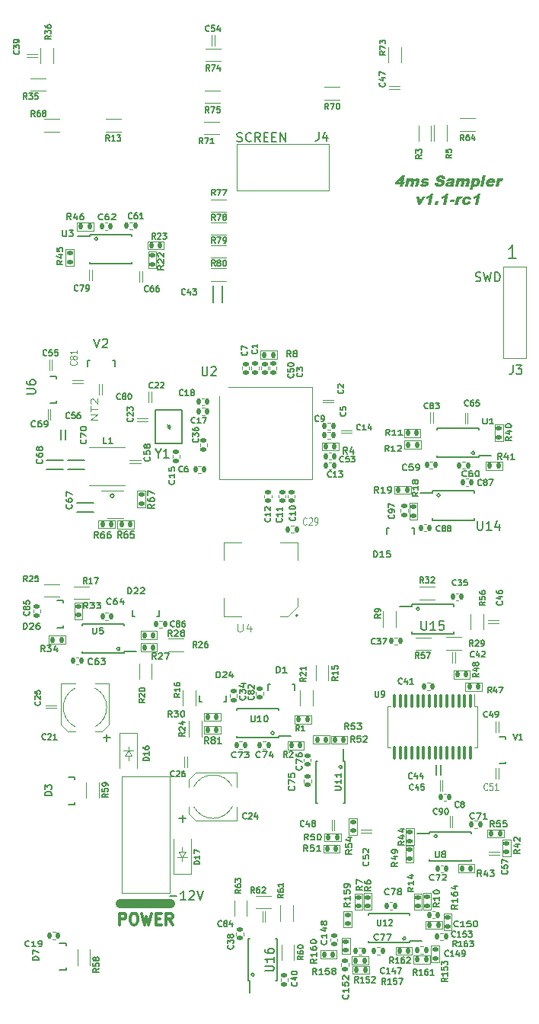
<source format=gbr>
G04 #@! TF.GenerationSoftware,KiCad,Pcbnew,7.0.6-0*
G04 #@! TF.CreationDate,2024-04-10T13:52:38-07:00*
G04 #@! TF.ProjectId,Sampler-built,53616d70-6c65-4722-9d62-75696c742e6b,rev?*
G04 #@! TF.SameCoordinates,PXb71b00PY73f50f0*
G04 #@! TF.FileFunction,Legend,Top*
G04 #@! TF.FilePolarity,Positive*
%FSLAX46Y46*%
G04 Gerber Fmt 4.6, Leading zero omitted, Abs format (unit mm)*
G04 Created by KiCad (PCBNEW 7.0.6-0) date 2024-04-10 13:52:38*
%MOMM*%
%LPD*%
G01*
G04 APERTURE LIST*
G04 Aperture macros list*
%AMRoundRect*
0 Rectangle with rounded corners*
0 $1 Rounding radius*
0 $2 $3 $4 $5 $6 $7 $8 $9 X,Y pos of 4 corners*
0 Add a 4 corners polygon primitive as box body*
4,1,4,$2,$3,$4,$5,$6,$7,$8,$9,$2,$3,0*
0 Add four circle primitives for the rounded corners*
1,1,$1+$1,$2,$3*
1,1,$1+$1,$4,$5*
1,1,$1+$1,$6,$7*
1,1,$1+$1,$8,$9*
0 Add four rect primitives between the rounded corners*
20,1,$1+$1,$2,$3,$4,$5,0*
20,1,$1+$1,$4,$5,$6,$7,0*
20,1,$1+$1,$6,$7,$8,$9,0*
20,1,$1+$1,$8,$9,$2,$3,0*%
G04 Aperture macros list end*
%ADD10C,0.150000*%
%ADD11C,0.149860*%
%ADD12C,0.120142*%
%ADD13C,0.190500*%
%ADD14C,0.200000*%
%ADD15C,0.317500*%
%ADD16C,0.152400*%
%ADD17C,0.120000*%
%ADD18C,0.100000*%
%ADD19C,0.203200*%
%ADD20C,0.127000*%
%ADD21C,1.000000*%
%ADD22R,1.200000X0.900000*%
%ADD23RoundRect,0.147500X0.147500X0.172500X-0.147500X0.172500X-0.147500X-0.172500X0.147500X-0.172500X0*%
%ADD24R,1.000000X1.000000*%
%ADD25RoundRect,0.147500X0.172500X-0.147500X0.172500X0.147500X-0.172500X0.147500X-0.172500X-0.147500X0*%
%ADD26R,0.700000X1.300000*%
%ADD27R,1.450000X0.450000*%
%ADD28RoundRect,0.147500X-0.172500X0.147500X-0.172500X-0.147500X0.172500X-0.147500X0.172500X0.147500X0*%
%ADD29RoundRect,0.147500X-0.147500X-0.172500X0.147500X-0.172500X0.147500X0.172500X-0.147500X0.172500X0*%
%ADD30R,3.000000X1.600000*%
%ADD31R,1.700000X0.900000*%
%ADD32C,1.700000*%
%ADD33O,1.700000X1.700000*%
%ADD34R,0.800100X0.800100*%
%ADD35R,1.150000X1.400000*%
%ADD36R,1.700000X1.700000*%
%ADD37R,1.220000X0.650000*%
%ADD38C,0.300000*%
%ADD39R,0.450000X1.450000*%
%ADD40R,1.600000X3.000000*%
%ADD41R,1.200000X3.700000*%
%ADD42C,0.500000*%
%ADD43R,0.900000X1.700000*%
%ADD44RoundRect,0.100000X-0.100000X0.637500X-0.100000X-0.637500X0.100000X-0.637500X0.100000X0.637500X0*%
%ADD45C,1.930400*%
%ADD46C,1.800000*%
%ADD47C,1.500000*%
%ADD48O,1.397000X1.092200*%
%ADD49O,1.524000X1.524000*%
%ADD50C,2.540000*%
G04 APERTURE END LIST*
D10*
X150009160Y91717800D02*
X150152017Y91670181D01*
X150152017Y91670181D02*
X150390112Y91670181D01*
X150390112Y91670181D02*
X150485350Y91717800D01*
X150485350Y91717800D02*
X150532969Y91765420D01*
X150532969Y91765420D02*
X150580588Y91860658D01*
X150580588Y91860658D02*
X150580588Y91955896D01*
X150580588Y91955896D02*
X150532969Y92051134D01*
X150532969Y92051134D02*
X150485350Y92098753D01*
X150485350Y92098753D02*
X150390112Y92146372D01*
X150390112Y92146372D02*
X150199636Y92193991D01*
X150199636Y92193991D02*
X150104398Y92241610D01*
X150104398Y92241610D02*
X150056779Y92289229D01*
X150056779Y92289229D02*
X150009160Y92384467D01*
X150009160Y92384467D02*
X150009160Y92479705D01*
X150009160Y92479705D02*
X150056779Y92574943D01*
X150056779Y92574943D02*
X150104398Y92622562D01*
X150104398Y92622562D02*
X150199636Y92670181D01*
X150199636Y92670181D02*
X150437731Y92670181D01*
X150437731Y92670181D02*
X150580588Y92622562D01*
X151580588Y91765420D02*
X151532969Y91717800D01*
X151532969Y91717800D02*
X151390112Y91670181D01*
X151390112Y91670181D02*
X151294874Y91670181D01*
X151294874Y91670181D02*
X151152017Y91717800D01*
X151152017Y91717800D02*
X151056779Y91813039D01*
X151056779Y91813039D02*
X151009160Y91908277D01*
X151009160Y91908277D02*
X150961541Y92098753D01*
X150961541Y92098753D02*
X150961541Y92241610D01*
X150961541Y92241610D02*
X151009160Y92432086D01*
X151009160Y92432086D02*
X151056779Y92527324D01*
X151056779Y92527324D02*
X151152017Y92622562D01*
X151152017Y92622562D02*
X151294874Y92670181D01*
X151294874Y92670181D02*
X151390112Y92670181D01*
X151390112Y92670181D02*
X151532969Y92622562D01*
X151532969Y92622562D02*
X151580588Y92574943D01*
X152580588Y91670181D02*
X152247255Y92146372D01*
X152009160Y91670181D02*
X152009160Y92670181D01*
X152009160Y92670181D02*
X152390112Y92670181D01*
X152390112Y92670181D02*
X152485350Y92622562D01*
X152485350Y92622562D02*
X152532969Y92574943D01*
X152532969Y92574943D02*
X152580588Y92479705D01*
X152580588Y92479705D02*
X152580588Y92336848D01*
X152580588Y92336848D02*
X152532969Y92241610D01*
X152532969Y92241610D02*
X152485350Y92193991D01*
X152485350Y92193991D02*
X152390112Y92146372D01*
X152390112Y92146372D02*
X152009160Y92146372D01*
X153009160Y92193991D02*
X153342493Y92193991D01*
X153485350Y91670181D02*
X153009160Y91670181D01*
X153009160Y91670181D02*
X153009160Y92670181D01*
X153009160Y92670181D02*
X153485350Y92670181D01*
X153913922Y92193991D02*
X154247255Y92193991D01*
X154390112Y91670181D02*
X153913922Y91670181D01*
X153913922Y91670181D02*
X153913922Y92670181D01*
X153913922Y92670181D02*
X154390112Y92670181D01*
X154818684Y91670181D02*
X154818684Y92670181D01*
X154818684Y92670181D02*
X155390112Y91670181D01*
X155390112Y91670181D02*
X155390112Y92670181D01*
D11*
G36*
X168519616Y87176462D02*
G01*
X168668213Y87176462D01*
X168605785Y86876337D01*
X168457188Y86876337D01*
X168414396Y86670000D01*
X168109288Y86670000D01*
X168152079Y86876337D01*
X167553587Y86876337D01*
X167614550Y87169135D01*
X167622046Y87176462D01*
X167929623Y87176462D01*
X168214508Y87176462D01*
X168285436Y87517914D01*
X167929623Y87176462D01*
X167622046Y87176462D01*
X168370432Y87908019D01*
X168671730Y87908019D01*
X168519616Y87176462D01*
G37*
G36*
X168885101Y87570377D02*
G01*
X169210726Y87570377D01*
X169187864Y87459296D01*
X169199636Y87470390D01*
X169211650Y87481030D01*
X169223905Y87491217D01*
X169236403Y87500951D01*
X169249143Y87510232D01*
X169262125Y87519059D01*
X169275350Y87527433D01*
X169288816Y87535353D01*
X169302525Y87542820D01*
X169316475Y87549833D01*
X169325911Y87554257D01*
X169340382Y87560490D01*
X169355219Y87566110D01*
X169370421Y87571117D01*
X169385990Y87575511D01*
X169401924Y87579292D01*
X169418224Y87582459D01*
X169434890Y87585014D01*
X169451922Y87586955D01*
X169469319Y87588284D01*
X169481120Y87588829D01*
X169493085Y87589101D01*
X169499128Y87589135D01*
X169512116Y87588983D01*
X169524704Y87588526D01*
X169536892Y87587765D01*
X169548678Y87586699D01*
X169565607Y87584529D01*
X169581634Y87581674D01*
X169596759Y87578134D01*
X169610983Y87573908D01*
X169624305Y87568997D01*
X169636726Y87563402D01*
X169648245Y87557120D01*
X169658862Y87550154D01*
X169668775Y87542634D01*
X169678069Y87534691D01*
X169686745Y87526326D01*
X169694803Y87517538D01*
X169702242Y87508328D01*
X169709063Y87498696D01*
X169715266Y87488641D01*
X169720851Y87478163D01*
X169725818Y87467264D01*
X169730166Y87455941D01*
X169732721Y87448158D01*
X169743365Y87457652D01*
X169753902Y87466788D01*
X169764331Y87475567D01*
X169774652Y87483989D01*
X169784865Y87492053D01*
X169794971Y87499761D01*
X169804970Y87507111D01*
X169814860Y87514104D01*
X169824643Y87520740D01*
X169839116Y87530023D01*
X169853347Y87538504D01*
X169867335Y87546180D01*
X169881082Y87553053D01*
X169890111Y87557188D01*
X169903784Y87562897D01*
X169917874Y87568045D01*
X169932381Y87572631D01*
X169947306Y87576656D01*
X169962647Y87580119D01*
X169978406Y87583020D01*
X169994583Y87585360D01*
X170011177Y87587138D01*
X170028188Y87588355D01*
X170045616Y87589010D01*
X170057467Y87589135D01*
X170074994Y87588792D01*
X170091891Y87587761D01*
X170108159Y87586044D01*
X170123797Y87583640D01*
X170138805Y87580549D01*
X170153184Y87576770D01*
X170166933Y87572305D01*
X170180052Y87567153D01*
X170192542Y87561314D01*
X170204402Y87554789D01*
X170215632Y87547576D01*
X170226232Y87539676D01*
X170236203Y87531089D01*
X170245544Y87521816D01*
X170254256Y87511855D01*
X170262338Y87501208D01*
X170269748Y87489880D01*
X170276374Y87477806D01*
X170282214Y87464986D01*
X170287269Y87451419D01*
X170291538Y87437105D01*
X170295022Y87422046D01*
X170297720Y87406239D01*
X170299633Y87389686D01*
X170300761Y87372387D01*
X170301104Y87354341D01*
X170300660Y87335549D01*
X170299432Y87316011D01*
X170297418Y87295725D01*
X170294619Y87274694D01*
X170291034Y87252916D01*
X170286664Y87230391D01*
X170170307Y86670000D01*
X169822407Y86670000D01*
X169929386Y87184083D01*
X169931831Y87197817D01*
X169933452Y87210589D01*
X169934249Y87222400D01*
X169934086Y87235811D01*
X169932635Y87247719D01*
X169929193Y87260026D01*
X169925869Y87267028D01*
X169918730Y87278764D01*
X169910504Y87288512D01*
X169901191Y87296270D01*
X169890789Y87302038D01*
X169879300Y87305818D01*
X169866724Y87307608D01*
X169861389Y87307767D01*
X169848021Y87307126D01*
X169835029Y87305203D01*
X169822412Y87301997D01*
X169810171Y87297509D01*
X169798305Y87291739D01*
X169786815Y87284686D01*
X169775701Y87276352D01*
X169764961Y87266735D01*
X169754767Y87255735D01*
X169747591Y87246415D01*
X169740816Y87236178D01*
X169734443Y87225023D01*
X169728472Y87212952D01*
X169722902Y87199964D01*
X169717735Y87186059D01*
X169712969Y87171237D01*
X169708605Y87155497D01*
X169704644Y87138841D01*
X169703412Y87133085D01*
X169607278Y86670000D01*
X169259379Y86670000D01*
X169362547Y87166497D01*
X169365267Y87180057D01*
X169367566Y87192454D01*
X169369847Y87206315D01*
X169371470Y87218357D01*
X169372549Y87230410D01*
X169372512Y87242408D01*
X169370344Y87254798D01*
X169366662Y87266066D01*
X169360598Y87277570D01*
X169352557Y87287608D01*
X169350237Y87289889D01*
X169339961Y87297711D01*
X169328182Y87303298D01*
X169316644Y87306353D01*
X169303955Y87307698D01*
X169300118Y87307767D01*
X169287149Y87307117D01*
X169274473Y87305166D01*
X169262090Y87301915D01*
X169250000Y87297363D01*
X169238203Y87291510D01*
X169226699Y87284357D01*
X169215488Y87275903D01*
X169204571Y87266148D01*
X169194157Y87254869D01*
X169186815Y87245261D01*
X169179875Y87234670D01*
X169173338Y87223094D01*
X169167202Y87210534D01*
X169161467Y87196991D01*
X169156135Y87182463D01*
X169151205Y87166951D01*
X169146676Y87150455D01*
X169143880Y87138911D01*
X169141263Y87126930D01*
X169046301Y86670000D01*
X168698109Y86670000D01*
X168885101Y87570377D01*
G37*
G36*
X170370488Y86931731D02*
G01*
X170721905Y86971005D01*
X170723566Y86959012D01*
X170726335Y86944174D01*
X170729735Y86930655D01*
X170733767Y86918455D01*
X170738432Y86907574D01*
X170745151Y86895827D01*
X170752857Y86886142D01*
X170757955Y86881319D01*
X170767534Y86874480D01*
X170778500Y86868800D01*
X170790855Y86864279D01*
X170804598Y86860918D01*
X170816592Y86859063D01*
X170829474Y86857950D01*
X170843245Y86857579D01*
X170858710Y86857996D01*
X170873452Y86859246D01*
X170887470Y86861330D01*
X170900764Y86864247D01*
X170913335Y86867997D01*
X170925182Y86872582D01*
X170936306Y86877999D01*
X170946706Y86884250D01*
X170956773Y86891604D01*
X170966460Y86900991D01*
X170973931Y86911247D01*
X170979187Y86922373D01*
X170981584Y86930852D01*
X170982578Y86942915D01*
X170979867Y86955156D01*
X170973052Y86965749D01*
X170963724Y86973665D01*
X170960481Y86975695D01*
X170949078Y86980878D01*
X170934916Y86985559D01*
X170920536Y86989541D01*
X170907972Y86992666D01*
X170893883Y86995909D01*
X170878269Y86999270D01*
X170861130Y87002751D01*
X170848857Y87005137D01*
X170835906Y87007575D01*
X170829176Y87008814D01*
X170808876Y87012540D01*
X170789375Y87016242D01*
X170770674Y87019922D01*
X170752771Y87023579D01*
X170735668Y87027213D01*
X170719363Y87030824D01*
X170703858Y87034412D01*
X170689152Y87037977D01*
X170675245Y87041519D01*
X170662137Y87045038D01*
X170649828Y87048535D01*
X170638319Y87052009D01*
X170622553Y87057176D01*
X170608585Y87062292D01*
X170600272Y87065674D01*
X170588709Y87071065D01*
X170577651Y87077125D01*
X170567098Y87083855D01*
X170557050Y87091255D01*
X170547507Y87099325D01*
X170538469Y87108065D01*
X170529935Y87117474D01*
X170521907Y87127553D01*
X170514383Y87138302D01*
X170507364Y87149720D01*
X170502966Y87157705D01*
X170497042Y87170114D01*
X170492019Y87182833D01*
X170487899Y87195860D01*
X170484679Y87209197D01*
X170482362Y87222843D01*
X170480946Y87236798D01*
X170480432Y87251062D01*
X170480819Y87265636D01*
X170482108Y87280518D01*
X170484298Y87295709D01*
X170486259Y87306009D01*
X170490176Y87322658D01*
X170494891Y87338865D01*
X170500404Y87354628D01*
X170506716Y87369949D01*
X170513827Y87384826D01*
X170521736Y87399260D01*
X170530444Y87413251D01*
X170539950Y87426799D01*
X170550255Y87439904D01*
X170561358Y87452566D01*
X170569204Y87460761D01*
X170581505Y87472667D01*
X170594336Y87483986D01*
X170607697Y87494718D01*
X170621590Y87504862D01*
X170636013Y87514419D01*
X170650967Y87523389D01*
X170666451Y87531771D01*
X170677069Y87537033D01*
X170687922Y87542034D01*
X170699011Y87546774D01*
X170710337Y87551253D01*
X170721898Y87555470D01*
X170727767Y87557481D01*
X170739767Y87561314D01*
X170752176Y87564900D01*
X170764992Y87568239D01*
X170778215Y87571330D01*
X170791846Y87574174D01*
X170805885Y87576770D01*
X170820331Y87579120D01*
X170835185Y87581222D01*
X170850446Y87583076D01*
X170866115Y87584684D01*
X170882192Y87586044D01*
X170898676Y87587157D01*
X170915567Y87588022D01*
X170932867Y87588641D01*
X170950573Y87589012D01*
X170968688Y87589135D01*
X170987771Y87589034D01*
X171006185Y87588732D01*
X171023931Y87588228D01*
X171041008Y87587523D01*
X171057417Y87586616D01*
X171073157Y87585508D01*
X171088228Y87584198D01*
X171102631Y87582687D01*
X171116365Y87580974D01*
X171129430Y87579060D01*
X171141827Y87576944D01*
X171153555Y87574627D01*
X171169894Y87570773D01*
X171184728Y87566466D01*
X171193782Y87563343D01*
X171206593Y87558307D01*
X171218869Y87552761D01*
X171230609Y87546705D01*
X171241812Y87540139D01*
X171252481Y87533062D01*
X171262613Y87525476D01*
X171272209Y87517380D01*
X171281270Y87508773D01*
X171289795Y87499657D01*
X171297784Y87490030D01*
X171302812Y87483329D01*
X171309973Y87472743D01*
X171316726Y87461316D01*
X171323072Y87449050D01*
X171329012Y87435945D01*
X171334544Y87421999D01*
X171339670Y87407214D01*
X171344388Y87391588D01*
X171348699Y87375123D01*
X171351347Y87363680D01*
X171353815Y87351864D01*
X171356101Y87339674D01*
X171358206Y87327111D01*
X171023496Y87307181D01*
X171021538Y87319177D01*
X171018131Y87331871D01*
X171013570Y87342711D01*
X171006790Y87353013D01*
X170997118Y87361696D01*
X170986739Y87367776D01*
X170975388Y87372825D01*
X170963063Y87376843D01*
X170949765Y87379831D01*
X170935494Y87381789D01*
X170923377Y87382613D01*
X170913880Y87382799D01*
X170901098Y87382519D01*
X170889132Y87381681D01*
X170875320Y87379848D01*
X170862782Y87377142D01*
X170851518Y87373563D01*
X170839682Y87368115D01*
X170834452Y87364920D01*
X170823793Y87356762D01*
X170815154Y87347930D01*
X170807753Y87337012D01*
X170802991Y87325216D01*
X170802212Y87322129D01*
X170801612Y87309089D01*
X170805417Y87297997D01*
X170813626Y87288852D01*
X170820091Y87284613D01*
X170833001Y87278991D01*
X170844597Y87275345D01*
X170858583Y87271782D01*
X170870641Y87269164D01*
X170884044Y87266593D01*
X170898792Y87264067D01*
X170914884Y87261588D01*
X170932321Y87259156D01*
X170944692Y87257560D01*
X170951102Y87256770D01*
X170970916Y87254363D01*
X170990056Y87251833D01*
X171008523Y87249179D01*
X171026317Y87246401D01*
X171043438Y87243500D01*
X171059885Y87240475D01*
X171075659Y87237327D01*
X171090760Y87234055D01*
X171105188Y87230659D01*
X171118943Y87227140D01*
X171132025Y87223497D01*
X171144433Y87219730D01*
X171156168Y87215840D01*
X171167230Y87211826D01*
X171182560Y87205573D01*
X171187334Y87203427D01*
X171201014Y87196672D01*
X171213915Y87189376D01*
X171226038Y87181539D01*
X171237384Y87173161D01*
X171247952Y87164242D01*
X171257741Y87154782D01*
X171266753Y87144781D01*
X171274987Y87134239D01*
X171282443Y87123156D01*
X171289120Y87111532D01*
X171293140Y87103483D01*
X171298496Y87091175D01*
X171303022Y87078650D01*
X171306718Y87065909D01*
X171309585Y87052952D01*
X171311623Y87039778D01*
X171312831Y87026388D01*
X171313210Y87012782D01*
X171312759Y86998959D01*
X171311479Y86984920D01*
X171309369Y86970664D01*
X171307502Y86961040D01*
X171304135Y86946516D01*
X171299969Y86932069D01*
X171295005Y86917699D01*
X171289243Y86903407D01*
X171282682Y86889191D01*
X171275322Y86875053D01*
X171267164Y86860993D01*
X171258207Y86847009D01*
X171248452Y86833103D01*
X171237898Y86819274D01*
X171230419Y86810098D01*
X171222617Y86801093D01*
X171214454Y86792320D01*
X171205929Y86783782D01*
X171197043Y86775477D01*
X171187794Y86767405D01*
X171178184Y86759567D01*
X171168212Y86751963D01*
X171157878Y86744592D01*
X171147183Y86737455D01*
X171136126Y86730551D01*
X171124706Y86723881D01*
X171112926Y86717445D01*
X171100783Y86711242D01*
X171088278Y86705272D01*
X171075412Y86699536D01*
X171062184Y86694034D01*
X171048575Y86688852D01*
X171034492Y86684005D01*
X171019934Y86679492D01*
X171004903Y86675313D01*
X170989398Y86671468D01*
X170973419Y86667958D01*
X170956965Y86664782D01*
X170940038Y86661940D01*
X170922637Y86659433D01*
X170904762Y86657260D01*
X170886413Y86655421D01*
X170867590Y86653917D01*
X170848293Y86652747D01*
X170828522Y86651911D01*
X170808276Y86651410D01*
X170787557Y86651243D01*
X170772829Y86651312D01*
X170758393Y86651519D01*
X170744248Y86651863D01*
X170730395Y86652346D01*
X170716835Y86652967D01*
X170703566Y86653726D01*
X170690589Y86654623D01*
X170677905Y86655657D01*
X170665512Y86656830D01*
X170653411Y86658141D01*
X170641602Y86659589D01*
X170618860Y86662900D01*
X170597286Y86666763D01*
X170576879Y86671178D01*
X170557640Y86676144D01*
X170539569Y86681663D01*
X170522666Y86687733D01*
X170506931Y86694355D01*
X170492363Y86701529D01*
X170478964Y86709254D01*
X170466732Y86717532D01*
X170461054Y86721878D01*
X170450327Y86730975D01*
X170440276Y86740608D01*
X170430901Y86750777D01*
X170422201Y86761482D01*
X170414176Y86772722D01*
X170406827Y86784498D01*
X170400154Y86796811D01*
X170394155Y86809659D01*
X170388833Y86823042D01*
X170384186Y86836962D01*
X170380214Y86851417D01*
X170376918Y86866408D01*
X170374297Y86881935D01*
X170372352Y86897998D01*
X170371083Y86914597D01*
X170370488Y86931731D01*
G37*
G36*
X172008576Y87097328D02*
G01*
X172379044Y87120775D01*
X172377893Y87103428D01*
X172377299Y87086999D01*
X172377261Y87071486D01*
X172377780Y87056890D01*
X172378855Y87043212D01*
X172380486Y87030450D01*
X172382674Y87018606D01*
X172386457Y87004240D01*
X172391229Y86991504D01*
X172395457Y86983022D01*
X172403192Y86970661D01*
X172411998Y86959515D01*
X172421876Y86949586D01*
X172432826Y86940872D01*
X172444847Y86933374D01*
X172457940Y86927092D01*
X172472105Y86922026D01*
X172487341Y86918176D01*
X172503649Y86915541D01*
X172521028Y86914123D01*
X172533210Y86913853D01*
X172547086Y86914157D01*
X172560467Y86915068D01*
X172573354Y86916588D01*
X172585747Y86918716D01*
X172597644Y86921452D01*
X172609047Y86924795D01*
X172623482Y86930199D01*
X172637038Y86936684D01*
X172649714Y86944249D01*
X172655722Y86948437D01*
X172666928Y86957313D01*
X172676953Y86966499D01*
X172685796Y86975997D01*
X172693458Y86985807D01*
X172699938Y86995927D01*
X172706376Y87009016D01*
X172710969Y87022592D01*
X172712289Y87028158D01*
X172714008Y87040781D01*
X172713852Y87053002D01*
X172711821Y87064823D01*
X172707915Y87076244D01*
X172702135Y87087263D01*
X172694480Y87097882D01*
X172690893Y87102017D01*
X172681606Y87110480D01*
X172668984Y87118870D01*
X172657331Y87125114D01*
X172643802Y87131317D01*
X172628397Y87137479D01*
X172617086Y87141564D01*
X172604941Y87145631D01*
X172591962Y87149679D01*
X172578150Y87153709D01*
X172563505Y87157721D01*
X172548026Y87161714D01*
X172531714Y87165689D01*
X172523245Y87167670D01*
X172508898Y87171114D01*
X172494836Y87174631D01*
X172481059Y87178221D01*
X172467567Y87181885D01*
X172454360Y87185622D01*
X172441438Y87189432D01*
X172428801Y87193315D01*
X172416450Y87197272D01*
X172404383Y87201302D01*
X172392602Y87205405D01*
X172381105Y87209582D01*
X172369894Y87213832D01*
X172358968Y87218155D01*
X172337970Y87227021D01*
X172318113Y87236180D01*
X172299397Y87245632D01*
X172281820Y87255377D01*
X172265384Y87265416D01*
X172250089Y87275747D01*
X172235933Y87286372D01*
X172222918Y87297289D01*
X172211043Y87308500D01*
X172205534Y87314215D01*
X172195004Y87326137D01*
X172185397Y87338455D01*
X172176713Y87351169D01*
X172168952Y87364279D01*
X172162114Y87377785D01*
X172156198Y87391688D01*
X172151205Y87405986D01*
X172147135Y87420681D01*
X172143988Y87435772D01*
X172141763Y87451259D01*
X172140462Y87467142D01*
X172140083Y87483421D01*
X172140627Y87500096D01*
X172142093Y87517168D01*
X172144483Y87534635D01*
X172147795Y87552499D01*
X172150415Y87564217D01*
X172153441Y87575850D01*
X172156872Y87587398D01*
X172160709Y87598862D01*
X172164951Y87610241D01*
X172169598Y87621536D01*
X172174650Y87632745D01*
X172180108Y87643870D01*
X172185971Y87654910D01*
X172192239Y87665866D01*
X172198913Y87676736D01*
X172205992Y87687522D01*
X172213476Y87698224D01*
X172221365Y87708840D01*
X172229660Y87719372D01*
X172238360Y87729819D01*
X172247479Y87740118D01*
X172256957Y87750134D01*
X172266796Y87759866D01*
X172276993Y87769313D01*
X172287550Y87778477D01*
X172298467Y87787357D01*
X172309743Y87795952D01*
X172321378Y87804264D01*
X172333373Y87812292D01*
X172345728Y87820036D01*
X172358442Y87827496D01*
X172371515Y87834673D01*
X172384948Y87841565D01*
X172398740Y87848173D01*
X172412892Y87854497D01*
X172427404Y87860538D01*
X172442400Y87866287D01*
X172457931Y87871666D01*
X172473999Y87876674D01*
X172490602Y87881311D01*
X172507741Y87885577D01*
X172525415Y87889471D01*
X172543626Y87892995D01*
X172562372Y87896148D01*
X172581655Y87898931D01*
X172601473Y87901342D01*
X172621827Y87903382D01*
X172642716Y87905051D01*
X172664142Y87906349D01*
X172686103Y87907277D01*
X172708600Y87907833D01*
X172731633Y87908019D01*
X172745908Y87907933D01*
X172759936Y87907676D01*
X172773717Y87907248D01*
X172787251Y87906649D01*
X172800539Y87905879D01*
X172813580Y87904938D01*
X172826375Y87903825D01*
X172838923Y87902541D01*
X172851224Y87901087D01*
X172863278Y87899461D01*
X172875085Y87897663D01*
X172886646Y87895695D01*
X172909028Y87891245D01*
X172930422Y87886110D01*
X172950830Y87880291D01*
X172970250Y87873786D01*
X172988684Y87866598D01*
X173006131Y87858724D01*
X173022591Y87850166D01*
X173038064Y87840924D01*
X173052551Y87830996D01*
X173066050Y87820384D01*
X173078620Y87808998D01*
X173090244Y87796749D01*
X173100922Y87783637D01*
X173110655Y87769661D01*
X173119442Y87754822D01*
X173127283Y87739120D01*
X173134179Y87722555D01*
X173140129Y87705126D01*
X173145133Y87686834D01*
X173149192Y87667679D01*
X173152305Y87647661D01*
X173154472Y87626779D01*
X173155694Y87605034D01*
X173155970Y87582426D01*
X173155300Y87558955D01*
X173154610Y87546895D01*
X173153684Y87534620D01*
X172786734Y87513518D01*
X172786909Y87528944D01*
X172786445Y87543458D01*
X172785343Y87557060D01*
X172783602Y87569750D01*
X172781221Y87581528D01*
X172777054Y87595814D01*
X172771751Y87608479D01*
X172765312Y87619523D01*
X172757737Y87628945D01*
X172755666Y87631047D01*
X172746686Y87638810D01*
X172736450Y87645537D01*
X172724960Y87651229D01*
X172712215Y87655887D01*
X172698216Y87659509D01*
X172682961Y87662097D01*
X172670697Y87663358D01*
X172657727Y87664037D01*
X172648688Y87664167D01*
X172633919Y87663773D01*
X172619947Y87662591D01*
X172606771Y87660622D01*
X172594393Y87657865D01*
X172582811Y87654321D01*
X172569454Y87648782D01*
X172557343Y87642013D01*
X172552847Y87638961D01*
X172542536Y87630932D01*
X172533584Y87622417D01*
X172525992Y87613415D01*
X172518676Y87601971D01*
X172513318Y87589826D01*
X172510349Y87579170D01*
X172509542Y87566329D01*
X172512399Y87554183D01*
X172518919Y87542733D01*
X172524124Y87536672D01*
X172533751Y87528710D01*
X172545568Y87522170D01*
X172557505Y87517000D01*
X172571649Y87511884D01*
X172583705Y87508084D01*
X172597003Y87504314D01*
X172611543Y87500576D01*
X172627325Y87496868D01*
X172632861Y87495639D01*
X172647108Y87492412D01*
X172661090Y87489178D01*
X172674808Y87485939D01*
X172688260Y87482693D01*
X172701447Y87479440D01*
X172714369Y87476182D01*
X172727026Y87472917D01*
X172739418Y87469645D01*
X172751545Y87466368D01*
X172763407Y87463084D01*
X172775004Y87459794D01*
X172786336Y87456498D01*
X172808204Y87449886D01*
X172829012Y87443249D01*
X172848761Y87436587D01*
X172867449Y87429900D01*
X172885076Y87423187D01*
X172901644Y87416449D01*
X172917152Y87409687D01*
X172931599Y87402898D01*
X172944986Y87396085D01*
X172957313Y87389247D01*
X172968901Y87382289D01*
X172979996Y87375119D01*
X172990599Y87367736D01*
X173000709Y87360139D01*
X173010327Y87352330D01*
X173019453Y87344308D01*
X173028087Y87336072D01*
X173036228Y87327624D01*
X173047517Y87314553D01*
X173057698Y87301002D01*
X173066772Y87286973D01*
X173074737Y87272464D01*
X173081596Y87257476D01*
X173083636Y87252373D01*
X173089159Y87236818D01*
X173093751Y87220929D01*
X173097409Y87204704D01*
X173100136Y87188145D01*
X173101929Y87171251D01*
X173102791Y87154022D01*
X173102719Y87136457D01*
X173102154Y87124562D01*
X173101174Y87112518D01*
X173099779Y87100325D01*
X173097970Y87087983D01*
X173095747Y87075492D01*
X173094480Y87069191D01*
X173091202Y87054571D01*
X173087450Y87040093D01*
X173083225Y87025756D01*
X173078525Y87011562D01*
X173073351Y86997510D01*
X173067703Y86983599D01*
X173061582Y86969831D01*
X173054986Y86956204D01*
X173047916Y86942720D01*
X173040373Y86929377D01*
X173032355Y86916177D01*
X173023863Y86903118D01*
X173014898Y86890201D01*
X173005458Y86877427D01*
X172995544Y86864794D01*
X172985157Y86852303D01*
X172974411Y86840108D01*
X172963349Y86828288D01*
X172951971Y86816844D01*
X172940277Y86805775D01*
X172928267Y86795082D01*
X172915941Y86784764D01*
X172903300Y86774822D01*
X172890342Y86765255D01*
X172877068Y86756064D01*
X172863478Y86747248D01*
X172849572Y86738808D01*
X172835351Y86730744D01*
X172820813Y86723055D01*
X172805959Y86715741D01*
X172790789Y86708803D01*
X172775303Y86702241D01*
X172759506Y86696065D01*
X172743329Y86690288D01*
X172726772Y86684909D01*
X172709834Y86679929D01*
X172692517Y86675347D01*
X172674819Y86671164D01*
X172656741Y86667379D01*
X172638283Y86663992D01*
X172619445Y86661004D01*
X172600227Y86658414D01*
X172580629Y86656223D01*
X172560651Y86654430D01*
X172540292Y86653036D01*
X172519554Y86652039D01*
X172498435Y86651442D01*
X172476936Y86651243D01*
X172458001Y86651364D01*
X172439481Y86651727D01*
X172421376Y86652332D01*
X172403686Y86653180D01*
X172386411Y86654269D01*
X172369552Y86655601D01*
X172353107Y86657175D01*
X172337077Y86658991D01*
X172321462Y86661049D01*
X172306262Y86663350D01*
X172291477Y86665892D01*
X172277108Y86668677D01*
X172263153Y86671704D01*
X172249613Y86674973D01*
X172236488Y86678484D01*
X172223779Y86682237D01*
X172211484Y86686232D01*
X172199604Y86690470D01*
X172188140Y86694950D01*
X172177090Y86699671D01*
X172166455Y86704635D01*
X172146431Y86715290D01*
X172128067Y86726913D01*
X172111363Y86739504D01*
X172096320Y86753064D01*
X172082936Y86767593D01*
X172076867Y86775220D01*
X172065643Y86791042D01*
X172055347Y86807437D01*
X172045979Y86824408D01*
X172037537Y86841954D01*
X172030023Y86860074D01*
X172023437Y86878769D01*
X172017778Y86898038D01*
X172013046Y86917883D01*
X172009241Y86938302D01*
X172006364Y86959295D01*
X172004415Y86980864D01*
X172003392Y87003007D01*
X172003297Y87025725D01*
X172004130Y87049018D01*
X172004893Y87060880D01*
X172005889Y87072886D01*
X172007117Y87085035D01*
X172008576Y87097328D01*
G37*
G36*
X173819461Y87589066D02*
G01*
X173837325Y87588860D01*
X173854714Y87588517D01*
X173871630Y87588036D01*
X173888072Y87587418D01*
X173904040Y87586662D01*
X173919533Y87585769D01*
X173934553Y87584739D01*
X173949099Y87583571D01*
X173963171Y87582266D01*
X173976769Y87580823D01*
X173989893Y87579243D01*
X174002542Y87577526D01*
X174014718Y87575671D01*
X174026420Y87573679D01*
X174037648Y87571550D01*
X174053855Y87567965D01*
X174069391Y87563695D01*
X174084258Y87558739D01*
X174098455Y87553099D01*
X174111983Y87546773D01*
X174124841Y87539762D01*
X174137028Y87532066D01*
X174148547Y87523684D01*
X174159395Y87514618D01*
X174169574Y87504866D01*
X174175987Y87497984D01*
X174184597Y87487675D01*
X174192400Y87476387D01*
X174199398Y87464118D01*
X174205590Y87450869D01*
X174210975Y87436641D01*
X174214485Y87425326D01*
X174217542Y87413460D01*
X174220146Y87401043D01*
X174222296Y87388074D01*
X174224013Y87374890D01*
X174225318Y87361823D01*
X174226211Y87348875D01*
X174226692Y87336046D01*
X174226761Y87323335D01*
X174226417Y87310743D01*
X174225662Y87298269D01*
X174224494Y87285914D01*
X174222914Y87273677D01*
X174220922Y87261559D01*
X174219365Y87253546D01*
X174138472Y86864613D01*
X174135522Y86849789D01*
X174132976Y86835799D01*
X174130833Y86822642D01*
X174129093Y86810318D01*
X174127484Y86796086D01*
X174126505Y86783156D01*
X174126162Y86769358D01*
X174126859Y86755506D01*
X174128337Y86742279D01*
X174130107Y86730594D01*
X174132399Y86717929D01*
X174135214Y86704284D01*
X174138550Y86689660D01*
X174141394Y86678048D01*
X174143454Y86670000D01*
X173816950Y86670000D01*
X173812847Y86682448D01*
X173809331Y86693780D01*
X173805886Y86705904D01*
X173802935Y86718018D01*
X173800830Y86730377D01*
X173799989Y86742170D01*
X173799658Y86754877D01*
X173799951Y86767307D01*
X173788174Y86757946D01*
X173776252Y86748986D01*
X173764186Y86740429D01*
X173751976Y86732273D01*
X173739621Y86724520D01*
X173727122Y86717168D01*
X173714479Y86710218D01*
X173701692Y86703669D01*
X173688761Y86697523D01*
X173675685Y86691779D01*
X173666887Y86688172D01*
X173654789Y86683700D01*
X173642529Y86679517D01*
X173630106Y86675622D01*
X173617520Y86672016D01*
X173604772Y86668698D01*
X173591861Y86665668D01*
X173578787Y86662927D01*
X173565551Y86660475D01*
X173552153Y86658311D01*
X173538591Y86656436D01*
X173524868Y86654849D01*
X173510981Y86653551D01*
X173496932Y86652541D01*
X173482721Y86651820D01*
X173468347Y86651387D01*
X173453810Y86651243D01*
X173434450Y86651528D01*
X173415791Y86652383D01*
X173397832Y86653808D01*
X173380574Y86655804D01*
X173364016Y86658370D01*
X173348160Y86661505D01*
X173333004Y86665211D01*
X173318548Y86669488D01*
X173304794Y86674334D01*
X173291740Y86679750D01*
X173279386Y86685737D01*
X173267734Y86692294D01*
X173256782Y86699421D01*
X173246530Y86707118D01*
X173236980Y86715385D01*
X173228130Y86724222D01*
X173220018Y86733479D01*
X173212610Y86743003D01*
X173205904Y86752795D01*
X173197164Y86767986D01*
X173190005Y86783780D01*
X173184428Y86800176D01*
X173180432Y86817175D01*
X173178648Y86828842D01*
X173177566Y86840778D01*
X173177187Y86852981D01*
X173177511Y86865452D01*
X173178538Y86878192D01*
X173180268Y86891199D01*
X173182700Y86904474D01*
X173184945Y86914404D01*
X173533803Y86914404D01*
X173534728Y86902539D01*
X173538740Y86890284D01*
X173545903Y86879421D01*
X173548185Y86876923D01*
X173557937Y86869386D01*
X173568550Y86864399D01*
X173581244Y86860772D01*
X173593413Y86858788D01*
X173607027Y86857749D01*
X173615890Y86857579D01*
X173629037Y86857950D01*
X173642103Y86859063D01*
X173655086Y86860918D01*
X173667987Y86863514D01*
X173680805Y86866853D01*
X173693540Y86870933D01*
X173706194Y86875755D01*
X173718765Y86881319D01*
X173730983Y86887406D01*
X173742432Y86893794D01*
X173753111Y86900485D01*
X173763021Y86907478D01*
X173774327Y86916644D01*
X173784431Y86926283D01*
X173793332Y86936393D01*
X173794968Y86938472D01*
X173802678Y86949513D01*
X173809686Y86961570D01*
X173815993Y86974644D01*
X173820534Y86985834D01*
X173824625Y86997674D01*
X173828268Y87010165D01*
X173831463Y87023306D01*
X173832191Y87026693D01*
X173838932Y87059519D01*
X173824259Y87055127D01*
X173812846Y87051839D01*
X173801082Y87048557D01*
X173788968Y87045279D01*
X173776504Y87042007D01*
X173763689Y87038740D01*
X173750524Y87035477D01*
X173737008Y87032221D01*
X173723143Y87028969D01*
X173708927Y87025722D01*
X173704110Y87024641D01*
X173691500Y87021607D01*
X173679463Y87018587D01*
X173667998Y87015580D01*
X173651874Y87011097D01*
X173637038Y87006643D01*
X173623490Y87002221D01*
X173611230Y86997830D01*
X173600258Y86993470D01*
X173587632Y86987704D01*
X173577296Y86981993D01*
X173571047Y86977746D01*
X173560770Y86969187D01*
X173552142Y86960216D01*
X173544160Y86949228D01*
X173538422Y86937680D01*
X173535289Y86927335D01*
X173533803Y86914404D01*
X173184945Y86914404D01*
X173185468Y86916719D01*
X173188640Y86928690D01*
X173192218Y86940386D01*
X173196201Y86951808D01*
X173200589Y86962955D01*
X173205383Y86973826D01*
X173210582Y86984423D01*
X173216186Y86994746D01*
X173225352Y87009714D01*
X173235431Y87024064D01*
X173246421Y87037796D01*
X173254254Y87046607D01*
X173262493Y87055143D01*
X173271137Y87063405D01*
X173275610Y87067432D01*
X173284944Y87075253D01*
X173294991Y87082815D01*
X173305753Y87090118D01*
X173317229Y87097163D01*
X173329420Y87103949D01*
X173342325Y87110476D01*
X173355945Y87116744D01*
X173370279Y87122753D01*
X173385327Y87128504D01*
X173401090Y87133996D01*
X173417567Y87139230D01*
X173434759Y87144204D01*
X173452665Y87148920D01*
X173471286Y87153377D01*
X173490620Y87157575D01*
X173510670Y87161515D01*
X173522537Y87163783D01*
X173534141Y87166008D01*
X173556561Y87170330D01*
X173577931Y87174481D01*
X173598249Y87178459D01*
X173617516Y87182266D01*
X173635733Y87185901D01*
X173652898Y87189364D01*
X173669012Y87192656D01*
X173684076Y87195776D01*
X173698088Y87198724D01*
X173711049Y87201500D01*
X173722960Y87204105D01*
X173738854Y87207690D01*
X173752384Y87210888D01*
X173760091Y87212806D01*
X173774502Y87216579D01*
X173789015Y87220573D01*
X173803628Y87224786D01*
X173818342Y87229219D01*
X173833157Y87233872D01*
X173844335Y87237506D01*
X173855569Y87241263D01*
X173866859Y87245144D01*
X173878206Y87249149D01*
X173880551Y87261917D01*
X173882017Y87273696D01*
X173882612Y87287028D01*
X173881833Y87298814D01*
X173879086Y87310918D01*
X173873380Y87322226D01*
X173872345Y87323594D01*
X173862930Y87332045D01*
X173851712Y87337637D01*
X173840145Y87341132D01*
X173826559Y87343568D01*
X173814238Y87344754D01*
X173800625Y87345262D01*
X173797020Y87345283D01*
X173782701Y87345044D01*
X173768979Y87344325D01*
X173755856Y87343127D01*
X173743329Y87341450D01*
X173731401Y87339294D01*
X173716426Y87335674D01*
X173702513Y87331202D01*
X173689663Y87325878D01*
X173677875Y87319703D01*
X173675094Y87318026D01*
X173664469Y87310365D01*
X173653845Y87300572D01*
X173645345Y87291202D01*
X173636846Y87280468D01*
X173628346Y87268368D01*
X173621971Y87258398D01*
X173615596Y87247661D01*
X173609222Y87236156D01*
X173607097Y87232150D01*
X173282938Y87271717D01*
X173288190Y87284780D01*
X173293471Y87297445D01*
X173298778Y87309711D01*
X173304114Y87321579D01*
X173309476Y87333049D01*
X173314866Y87344120D01*
X173320284Y87354793D01*
X173328462Y87370055D01*
X173336702Y87384420D01*
X173345003Y87397889D01*
X173353367Y87410462D01*
X173361792Y87422138D01*
X173370279Y87432917D01*
X173379089Y87443118D01*
X173388373Y87453055D01*
X173398131Y87462729D01*
X173408363Y87472141D01*
X173419068Y87481290D01*
X173430248Y87490177D01*
X173441902Y87498800D01*
X173454030Y87507161D01*
X173466632Y87515259D01*
X173479707Y87523095D01*
X173488688Y87528172D01*
X173502358Y87535289D01*
X173513241Y87540350D01*
X173524666Y87545174D01*
X173536632Y87549761D01*
X173549138Y87554111D01*
X173562185Y87558224D01*
X173575774Y87562100D01*
X173589903Y87565739D01*
X173604574Y87569141D01*
X173619785Y87572306D01*
X173624975Y87573308D01*
X173640717Y87576137D01*
X173656619Y87578687D01*
X173672680Y87580959D01*
X173688901Y87582953D01*
X173705282Y87584668D01*
X173721823Y87586106D01*
X173738523Y87587265D01*
X173755383Y87588146D01*
X173772402Y87588749D01*
X173789582Y87589073D01*
X173801123Y87589135D01*
X173819461Y87589066D01*
G37*
G36*
X174483147Y87570377D02*
G01*
X174808772Y87570377D01*
X174785911Y87459296D01*
X174797682Y87470390D01*
X174809696Y87481030D01*
X174821951Y87491217D01*
X174834449Y87500951D01*
X174847189Y87510232D01*
X174860171Y87519059D01*
X174873396Y87527433D01*
X174886862Y87535353D01*
X174900571Y87542820D01*
X174914522Y87549833D01*
X174923957Y87554257D01*
X174938428Y87560490D01*
X174953265Y87566110D01*
X174968467Y87571117D01*
X174984036Y87575511D01*
X174999970Y87579292D01*
X175016270Y87582459D01*
X175032936Y87585014D01*
X175049968Y87586955D01*
X175067365Y87588284D01*
X175079167Y87588829D01*
X175091131Y87589101D01*
X175097174Y87589135D01*
X175110162Y87588983D01*
X175122750Y87588526D01*
X175134938Y87587765D01*
X175146724Y87586699D01*
X175163653Y87584529D01*
X175179680Y87581674D01*
X175194805Y87578134D01*
X175209029Y87573908D01*
X175222351Y87568997D01*
X175234772Y87563402D01*
X175246291Y87557120D01*
X175256908Y87550154D01*
X175266821Y87542634D01*
X175276115Y87534691D01*
X175284791Y87526326D01*
X175292849Y87517538D01*
X175300288Y87508328D01*
X175307109Y87498696D01*
X175313312Y87488641D01*
X175318897Y87478163D01*
X175323864Y87467264D01*
X175328212Y87455941D01*
X175330767Y87448158D01*
X175341411Y87457652D01*
X175351948Y87466788D01*
X175362377Y87475567D01*
X175372698Y87483989D01*
X175382911Y87492053D01*
X175393017Y87499761D01*
X175403016Y87507111D01*
X175412906Y87514104D01*
X175422689Y87520740D01*
X175437162Y87530023D01*
X175451393Y87538504D01*
X175465381Y87546180D01*
X175479128Y87553053D01*
X175488158Y87557188D01*
X175501830Y87562897D01*
X175515920Y87568045D01*
X175530427Y87572631D01*
X175545352Y87576656D01*
X175560693Y87580119D01*
X175576452Y87583020D01*
X175592629Y87585360D01*
X175609223Y87587138D01*
X175626234Y87588355D01*
X175643662Y87589010D01*
X175655513Y87589135D01*
X175673040Y87588792D01*
X175689937Y87587761D01*
X175706205Y87586044D01*
X175721843Y87583640D01*
X175736851Y87580549D01*
X175751230Y87576770D01*
X175764979Y87572305D01*
X175778098Y87567153D01*
X175790588Y87561314D01*
X175802448Y87554789D01*
X175813678Y87547576D01*
X175824278Y87539676D01*
X175834249Y87531089D01*
X175843590Y87521816D01*
X175852302Y87511855D01*
X175860384Y87501208D01*
X175867795Y87489880D01*
X175874420Y87477806D01*
X175880260Y87464986D01*
X175885315Y87451419D01*
X175889584Y87437105D01*
X175893068Y87422046D01*
X175895766Y87406239D01*
X175897680Y87389686D01*
X175898807Y87372387D01*
X175899150Y87354341D01*
X175898706Y87335549D01*
X175897478Y87316011D01*
X175895464Y87295725D01*
X175892665Y87274694D01*
X175889080Y87252916D01*
X175884710Y87230391D01*
X175768353Y86670000D01*
X175420453Y86670000D01*
X175527432Y87184083D01*
X175529877Y87197817D01*
X175531498Y87210589D01*
X175532295Y87222400D01*
X175532132Y87235811D01*
X175530681Y87247719D01*
X175527239Y87260026D01*
X175523915Y87267028D01*
X175516776Y87278764D01*
X175508550Y87288512D01*
X175499237Y87296270D01*
X175488835Y87302038D01*
X175477346Y87305818D01*
X175464770Y87307608D01*
X175459435Y87307767D01*
X175446067Y87307126D01*
X175433075Y87305203D01*
X175420458Y87301997D01*
X175408217Y87297509D01*
X175396351Y87291739D01*
X175384861Y87284686D01*
X175373747Y87276352D01*
X175363008Y87266735D01*
X175352813Y87255735D01*
X175345637Y87246415D01*
X175338862Y87236178D01*
X175332489Y87225023D01*
X175326518Y87212952D01*
X175320948Y87199964D01*
X175315781Y87186059D01*
X175311015Y87171237D01*
X175306652Y87155497D01*
X175302690Y87138841D01*
X175301458Y87133085D01*
X175205324Y86670000D01*
X174857425Y86670000D01*
X174960593Y87166497D01*
X174963313Y87180057D01*
X174965612Y87192454D01*
X174967893Y87206315D01*
X174969516Y87218357D01*
X174970595Y87230410D01*
X174970558Y87242408D01*
X174968390Y87254798D01*
X174964708Y87266066D01*
X174958644Y87277570D01*
X174950603Y87287608D01*
X174948283Y87289889D01*
X174938007Y87297711D01*
X174926228Y87303298D01*
X174914690Y87306353D01*
X174902001Y87307698D01*
X174898165Y87307767D01*
X174885195Y87307117D01*
X174872519Y87305166D01*
X174860136Y87301915D01*
X174848046Y87297363D01*
X174836249Y87291510D01*
X174824745Y87284357D01*
X174813534Y87275903D01*
X174802617Y87266148D01*
X174792203Y87254869D01*
X174784861Y87245261D01*
X174777921Y87234670D01*
X174771384Y87223094D01*
X174765248Y87210534D01*
X174759513Y87196991D01*
X174754181Y87182463D01*
X174749251Y87166951D01*
X174744722Y87150455D01*
X174741926Y87138911D01*
X174739309Y87126930D01*
X174644347Y86670000D01*
X174296155Y86670000D01*
X174483147Y87570377D01*
G37*
G36*
X176779016Y87588591D02*
G01*
X176799929Y87586960D01*
X176819984Y87584241D01*
X176839181Y87580434D01*
X176857518Y87575540D01*
X176874997Y87569558D01*
X176891618Y87562488D01*
X176907379Y87554331D01*
X176922282Y87545086D01*
X176936327Y87534753D01*
X176949512Y87523333D01*
X176961840Y87510825D01*
X176973308Y87497229D01*
X176983918Y87482546D01*
X176993669Y87466775D01*
X177002561Y87449917D01*
X177010595Y87432306D01*
X177017770Y87414205D01*
X177024086Y87395615D01*
X177029544Y87376534D01*
X177034143Y87356963D01*
X177037883Y87336903D01*
X177040765Y87316352D01*
X177042788Y87295311D01*
X177043952Y87273780D01*
X177044258Y87251759D01*
X177043705Y87229249D01*
X177042293Y87206248D01*
X177041265Y87194564D01*
X177040023Y87182757D01*
X177038566Y87170828D01*
X177036894Y87158776D01*
X177035007Y87146602D01*
X177032906Y87134305D01*
X177030590Y87121886D01*
X177028060Y87109345D01*
X177025103Y87095525D01*
X177021984Y87081911D01*
X177018703Y87068501D01*
X177015260Y87055297D01*
X177011655Y87042297D01*
X177007888Y87029502D01*
X177003959Y87016913D01*
X176999868Y87004528D01*
X176995615Y86992348D01*
X176991200Y86980373D01*
X176986623Y86968603D01*
X176981884Y86957038D01*
X176976983Y86945678D01*
X176971920Y86934522D01*
X176966695Y86923572D01*
X176961308Y86912827D01*
X176955759Y86902286D01*
X176950048Y86891951D01*
X176938140Y86871895D01*
X176925584Y86852658D01*
X176912380Y86834242D01*
X176898528Y86816645D01*
X176884028Y86799867D01*
X176868880Y86783910D01*
X176853084Y86768772D01*
X176836880Y86754540D01*
X176820432Y86741226D01*
X176803742Y86728831D01*
X176786809Y86717353D01*
X176769633Y86706794D01*
X176752215Y86697153D01*
X176734554Y86688430D01*
X176716650Y86680625D01*
X176698504Y86673739D01*
X176680115Y86667770D01*
X176661483Y86662720D01*
X176642608Y86658588D01*
X176623491Y86655375D01*
X176604131Y86653079D01*
X176584528Y86651702D01*
X176564682Y86651243D01*
X176550276Y86651456D01*
X176536185Y86652098D01*
X176522408Y86653167D01*
X176508945Y86654664D01*
X176495796Y86656588D01*
X176482961Y86658940D01*
X176470441Y86661719D01*
X176458235Y86664926D01*
X176446344Y86668561D01*
X176434766Y86672623D01*
X176427222Y86675569D01*
X176416340Y86680265D01*
X176402679Y86686775D01*
X176389989Y86693569D01*
X176378270Y86700647D01*
X176367522Y86708008D01*
X176357744Y86715654D01*
X176348938Y86723583D01*
X176339295Y86733894D01*
X176255764Y86332359D01*
X175905227Y86332359D01*
X176050498Y87031247D01*
X176405058Y87031247D01*
X176405094Y87015189D01*
X176406047Y87000197D01*
X176407917Y86986272D01*
X176410705Y86973414D01*
X176414409Y86961622D01*
X176420774Y86947558D01*
X176428509Y86935262D01*
X176437206Y86924605D01*
X176446864Y86915588D01*
X176457484Y86908211D01*
X176469066Y86902472D01*
X176481609Y86898374D01*
X176495114Y86895914D01*
X176509581Y86895095D01*
X176522757Y86895901D01*
X176535758Y86898319D01*
X176548585Y86902349D01*
X176561238Y86907991D01*
X176573718Y86915245D01*
X176586023Y86924111D01*
X176595138Y86931818D01*
X176604155Y86940432D01*
X176610111Y86946679D01*
X176618884Y86957015D01*
X176627285Y86968681D01*
X176635315Y86981676D01*
X176642974Y86996001D01*
X176650263Y87011654D01*
X176654916Y87022828D01*
X176659404Y87034593D01*
X176663727Y87046949D01*
X176667885Y87059895D01*
X176671878Y87073432D01*
X176675707Y87087560D01*
X176679370Y87102279D01*
X176682869Y87117588D01*
X176684557Y87125465D01*
X176687363Y87139686D01*
X176689773Y87153409D01*
X176691787Y87166632D01*
X176693404Y87179357D01*
X176694626Y87191582D01*
X176695451Y87203308D01*
X176695947Y87219961D01*
X176695551Y87235491D01*
X176694264Y87249897D01*
X176692085Y87263181D01*
X176689016Y87275341D01*
X176685055Y87286379D01*
X176681919Y87293113D01*
X176674917Y87305340D01*
X176667099Y87315937D01*
X176658467Y87324904D01*
X176649019Y87332241D01*
X176638757Y87337947D01*
X176627679Y87342022D01*
X176615786Y87344468D01*
X176603077Y87345283D01*
X176588533Y87344440D01*
X176574208Y87341913D01*
X176560103Y87337699D01*
X176546218Y87331801D01*
X176532552Y87324217D01*
X176522447Y87317423D01*
X176512466Y87309682D01*
X176502609Y87300992D01*
X176492875Y87291354D01*
X176483430Y87280624D01*
X176474438Y87268658D01*
X176465899Y87255455D01*
X176457814Y87241016D01*
X176450182Y87225340D01*
X176445346Y87214203D01*
X176440712Y87202516D01*
X176436279Y87190279D01*
X176432047Y87177493D01*
X176428017Y87164157D01*
X176424188Y87150272D01*
X176420561Y87135837D01*
X176417136Y87120853D01*
X176415499Y87113155D01*
X176412772Y87099250D01*
X176410452Y87085819D01*
X176408540Y87072863D01*
X176407036Y87060380D01*
X176405939Y87048371D01*
X176405058Y87031247D01*
X176050498Y87031247D01*
X176162561Y87570377D01*
X176488772Y87570377D01*
X176468255Y87470433D01*
X176479262Y87480570D01*
X176490299Y87490207D01*
X176501367Y87499344D01*
X176512466Y87507981D01*
X176523596Y87516118D01*
X176534757Y87523756D01*
X176545949Y87530894D01*
X176557172Y87537533D01*
X176568426Y87543671D01*
X176579710Y87549310D01*
X176587250Y87552792D01*
X176602440Y87559287D01*
X176617785Y87565143D01*
X176633283Y87570360D01*
X176648937Y87574939D01*
X176664745Y87578878D01*
X176680708Y87582179D01*
X176696825Y87584841D01*
X176713096Y87586864D01*
X176729523Y87588248D01*
X176746104Y87588993D01*
X176757243Y87589135D01*
X176779016Y87588591D01*
G37*
G36*
X177358374Y87889261D02*
G01*
X177706273Y87889261D01*
X177452749Y86670000D01*
X177104850Y86670000D01*
X177358374Y87889261D01*
G37*
G36*
X178317167Y87588913D02*
G01*
X178339424Y87588247D01*
X178360985Y87587136D01*
X178381849Y87585581D01*
X178402017Y87583582D01*
X178421490Y87581139D01*
X178440266Y87578252D01*
X178458346Y87574920D01*
X178475730Y87571144D01*
X178492418Y87566924D01*
X178508410Y87562260D01*
X178523705Y87557152D01*
X178538305Y87551599D01*
X178552208Y87545602D01*
X178565416Y87539161D01*
X178577927Y87532275D01*
X178589881Y87524969D01*
X178601343Y87517264D01*
X178612312Y87509160D01*
X178622789Y87500658D01*
X178632773Y87491758D01*
X178642265Y87482459D01*
X178651265Y87472762D01*
X178659773Y87462666D01*
X178667788Y87452172D01*
X178675311Y87441280D01*
X178682342Y87429989D01*
X178688881Y87418300D01*
X178694927Y87406212D01*
X178700481Y87393726D01*
X178705542Y87380841D01*
X178710111Y87367558D01*
X178714196Y87353867D01*
X178717732Y87339687D01*
X178720718Y87325016D01*
X178723154Y87309856D01*
X178725041Y87294205D01*
X178726378Y87278064D01*
X178727166Y87261434D01*
X178727404Y87244313D01*
X178727092Y87226702D01*
X178726232Y87208602D01*
X178724821Y87190011D01*
X178722861Y87170930D01*
X178720351Y87151360D01*
X178717292Y87131299D01*
X178713684Y87110748D01*
X178709525Y87089707D01*
X178700439Y87045158D01*
X178043329Y87045158D01*
X178042442Y87033223D01*
X178042094Y87018136D01*
X178042699Y87003992D01*
X178044256Y86990791D01*
X178046765Y86978534D01*
X178050228Y86967220D01*
X178055895Y86954405D01*
X178061500Y86945213D01*
X178070449Y86933467D01*
X178080588Y86923286D01*
X178091918Y86914672D01*
X178104438Y86907624D01*
X178118149Y86902143D01*
X178133051Y86898227D01*
X178145009Y86896318D01*
X178157636Y86895290D01*
X178166427Y86895095D01*
X178180976Y86895639D01*
X178195496Y86897270D01*
X178207091Y86899358D01*
X178218668Y86902143D01*
X178230227Y86905623D01*
X178241767Y86909800D01*
X178253290Y86914672D01*
X178259044Y86917370D01*
X178270048Y86923442D01*
X178279912Y86929888D01*
X178290405Y86937593D01*
X178301527Y86946557D01*
X178310879Y86954636D01*
X178320633Y86963520D01*
X178328213Y86970712D01*
X178663803Y86930559D01*
X178656654Y86920959D01*
X178649495Y86911541D01*
X178635149Y86893249D01*
X178620763Y86875683D01*
X178606339Y86858843D01*
X178591875Y86842729D01*
X178577373Y86827340D01*
X178562832Y86812678D01*
X178548252Y86798741D01*
X178533633Y86785530D01*
X178518975Y86773045D01*
X178504278Y86761286D01*
X178489542Y86750253D01*
X178474767Y86739945D01*
X178459953Y86730364D01*
X178445101Y86721508D01*
X178430209Y86713378D01*
X178414990Y86705854D01*
X178399155Y86698815D01*
X178382704Y86692262D01*
X178365637Y86686194D01*
X178347955Y86680611D01*
X178329656Y86675514D01*
X178310741Y86670903D01*
X178291211Y86666776D01*
X178271064Y86663136D01*
X178250301Y86659980D01*
X178228923Y86657311D01*
X178206928Y86655126D01*
X178184318Y86653427D01*
X178161092Y86652214D01*
X178149248Y86651789D01*
X178137249Y86651485D01*
X178125097Y86651303D01*
X178112791Y86651243D01*
X178091571Y86651441D01*
X178070994Y86652035D01*
X178051060Y86653025D01*
X178031770Y86654412D01*
X178013123Y86656194D01*
X177995120Y86658373D01*
X177977760Y86660948D01*
X177961043Y86663919D01*
X177944970Y86667286D01*
X177929540Y86671049D01*
X177914754Y86675209D01*
X177900611Y86679764D01*
X177887112Y86684716D01*
X177874256Y86690064D01*
X177862043Y86695807D01*
X177850474Y86701947D01*
X177839411Y86708517D01*
X177828717Y86715549D01*
X177818391Y86723043D01*
X177808434Y86731000D01*
X177798846Y86739420D01*
X177789626Y86748302D01*
X177780775Y86757646D01*
X177772292Y86767453D01*
X177764178Y86777723D01*
X177756433Y86788455D01*
X177749057Y86799650D01*
X177742049Y86811307D01*
X177735410Y86823427D01*
X177729139Y86836009D01*
X177723237Y86849054D01*
X177717704Y86862562D01*
X177712641Y86876483D01*
X177708151Y86890698D01*
X177704233Y86905206D01*
X177700888Y86920007D01*
X177698115Y86935102D01*
X177695914Y86950489D01*
X177694286Y86966169D01*
X177693231Y86982143D01*
X177692748Y86998409D01*
X177692837Y87014969D01*
X177693499Y87031822D01*
X177694733Y87048968D01*
X177696540Y87066407D01*
X177698919Y87084139D01*
X177701870Y87102164D01*
X177705394Y87120482D01*
X177708235Y87133501D01*
X177711298Y87146364D01*
X177714584Y87159071D01*
X177718093Y87171622D01*
X177721825Y87184016D01*
X177725779Y87196254D01*
X177729956Y87208336D01*
X177734355Y87220261D01*
X177738977Y87232030D01*
X177739272Y87232736D01*
X178084068Y87232736D01*
X178385366Y87232736D01*
X178385824Y87246498D01*
X178385146Y87259352D01*
X178383333Y87271300D01*
X178379469Y87284960D01*
X178373830Y87297204D01*
X178366417Y87308030D01*
X178357229Y87317439D01*
X178346459Y87325461D01*
X178334114Y87332123D01*
X178323105Y87336473D01*
X178311088Y87339954D01*
X178298064Y87342564D01*
X178284032Y87344304D01*
X178268993Y87345174D01*
X178261095Y87345283D01*
X178247213Y87344897D01*
X178233701Y87343738D01*
X178220560Y87341806D01*
X178207789Y87339101D01*
X178195390Y87335623D01*
X178183362Y87331373D01*
X178171705Y87326350D01*
X178160419Y87320554D01*
X178149503Y87313985D01*
X178138959Y87306643D01*
X178132135Y87301319D01*
X178122075Y87292535D01*
X178112958Y87283036D01*
X178104787Y87272820D01*
X178097560Y87261889D01*
X178091277Y87250243D01*
X178085939Y87237881D01*
X178084068Y87232736D01*
X177739272Y87232736D01*
X177743822Y87243643D01*
X177748890Y87255100D01*
X177754180Y87266400D01*
X177759693Y87277544D01*
X177765429Y87288532D01*
X177771387Y87299364D01*
X177777568Y87310039D01*
X177783972Y87320558D01*
X177790598Y87330920D01*
X177797447Y87341127D01*
X177804519Y87351177D01*
X177811813Y87361071D01*
X177819330Y87370808D01*
X177827070Y87380390D01*
X177835032Y87389815D01*
X177843217Y87399083D01*
X177851625Y87408196D01*
X177860255Y87417152D01*
X177869109Y87425952D01*
X177878184Y87434596D01*
X177887483Y87443083D01*
X177897004Y87451414D01*
X177906748Y87459589D01*
X177916674Y87467559D01*
X177926740Y87475276D01*
X177936947Y87482740D01*
X177947295Y87489951D01*
X177957784Y87496909D01*
X177968414Y87503614D01*
X177979184Y87510066D01*
X177990096Y87516265D01*
X178001148Y87522211D01*
X178012341Y87527904D01*
X178023675Y87533344D01*
X178035149Y87538531D01*
X178046765Y87543465D01*
X178058521Y87548146D01*
X178070418Y87552574D01*
X178082456Y87556749D01*
X178094635Y87560670D01*
X178106955Y87564339D01*
X178119415Y87567755D01*
X178132016Y87570918D01*
X178144758Y87573827D01*
X178157641Y87576484D01*
X178170665Y87578888D01*
X178183829Y87581039D01*
X178197135Y87582936D01*
X178210581Y87584581D01*
X178224168Y87585972D01*
X178237895Y87587111D01*
X178251764Y87587997D01*
X178265773Y87588629D01*
X178279924Y87589009D01*
X178294215Y87589135D01*
X178317167Y87588913D01*
G37*
G36*
X178962463Y87570377D02*
G01*
X179288967Y87570377D01*
X179266106Y87459882D01*
X179273462Y87470258D01*
X179281133Y87480284D01*
X179289117Y87489959D01*
X179297416Y87499284D01*
X179306030Y87508259D01*
X179314957Y87516884D01*
X179324199Y87525158D01*
X179333755Y87533081D01*
X179343625Y87540655D01*
X179353810Y87547878D01*
X179360774Y87552499D01*
X179371517Y87559046D01*
X179382533Y87564949D01*
X179393822Y87570209D01*
X179405384Y87574824D01*
X179417219Y87578795D01*
X179429327Y87582123D01*
X179441708Y87584806D01*
X179454362Y87586845D01*
X179467289Y87588241D01*
X179480490Y87588992D01*
X179489442Y87589135D01*
X179503618Y87588682D01*
X179518011Y87587322D01*
X179532620Y87585055D01*
X179547446Y87581881D01*
X179562488Y87577801D01*
X179577747Y87572814D01*
X179593222Y87566920D01*
X179608913Y87560119D01*
X179624821Y87552412D01*
X179635546Y87546770D01*
X179646367Y87540725D01*
X179651814Y87537551D01*
X179490614Y87280217D01*
X179479860Y87285140D01*
X179466259Y87290952D01*
X179453500Y87295902D01*
X179441584Y87299992D01*
X179427874Y87303893D01*
X179415481Y87306449D01*
X179402346Y87307741D01*
X179400342Y87307767D01*
X179385504Y87306961D01*
X179371179Y87304543D01*
X179357367Y87300513D01*
X179344068Y87294871D01*
X179331282Y87287617D01*
X179319009Y87278751D01*
X179310141Y87271044D01*
X179301561Y87262430D01*
X179296001Y87256183D01*
X179287952Y87246281D01*
X179280069Y87235333D01*
X179272354Y87223338D01*
X179264805Y87210296D01*
X179257424Y87196208D01*
X179250210Y87181074D01*
X179243163Y87164893D01*
X179236284Y87147666D01*
X179229571Y87129393D01*
X179223026Y87110073D01*
X179216648Y87089706D01*
X179210437Y87068293D01*
X179204393Y87045834D01*
X179201434Y87034212D01*
X179198516Y87022328D01*
X179195641Y87010183D01*
X179192807Y86997776D01*
X179190015Y86985108D01*
X179187264Y86972178D01*
X179124543Y86670000D01*
X178775471Y86670000D01*
X178962463Y87570377D01*
G37*
G36*
X169934076Y85554377D02*
G01*
X170295750Y85554377D01*
X170343817Y85019485D01*
X170619323Y85554377D01*
X170973671Y85554377D01*
X170414745Y84654000D01*
X170111103Y84654000D01*
X169934076Y85554377D01*
G37*
G36*
X171863203Y85892019D02*
G01*
X171605869Y84654000D01*
X171254452Y84654000D01*
X171417997Y85440951D01*
X171403847Y85431434D01*
X171389531Y85422119D01*
X171375050Y85413004D01*
X171360405Y85404090D01*
X171345595Y85395377D01*
X171330620Y85386865D01*
X171315480Y85378554D01*
X171300175Y85370444D01*
X171284705Y85362535D01*
X171269070Y85354827D01*
X171258556Y85349800D01*
X171247835Y85344812D01*
X171236702Y85339816D01*
X171225157Y85334811D01*
X171213200Y85329796D01*
X171200830Y85324772D01*
X171188049Y85319739D01*
X171174855Y85314697D01*
X171161249Y85309646D01*
X171147231Y85304586D01*
X171132801Y85299516D01*
X171117959Y85294437D01*
X171102704Y85289349D01*
X171087038Y85284252D01*
X171070959Y85279146D01*
X171054468Y85274031D01*
X171037565Y85268906D01*
X171100579Y85571084D01*
X171111918Y85574565D01*
X171123108Y85578086D01*
X171145047Y85585244D01*
X171166394Y85592557D01*
X171187151Y85600026D01*
X171207317Y85607651D01*
X171226893Y85615432D01*
X171245877Y85623368D01*
X171264271Y85631460D01*
X171282074Y85639708D01*
X171299286Y85648112D01*
X171315908Y85656671D01*
X171331938Y85665386D01*
X171347378Y85674256D01*
X171362228Y85683283D01*
X171376486Y85692465D01*
X171390154Y85701802D01*
X171403447Y85711407D01*
X171416509Y85721316D01*
X171429340Y85731529D01*
X171441939Y85742047D01*
X171454308Y85752870D01*
X171466444Y85763997D01*
X171478350Y85775429D01*
X171490025Y85787165D01*
X171501468Y85799206D01*
X171512680Y85811551D01*
X171523660Y85824201D01*
X171534410Y85837156D01*
X171544928Y85850415D01*
X171555215Y85863978D01*
X171565270Y85877846D01*
X171575094Y85892019D01*
X171863203Y85892019D01*
G37*
G36*
X172068660Y85010400D02*
G01*
X172438542Y85010400D01*
X172364390Y84654000D01*
X171994508Y84654000D01*
X172068660Y85010400D01*
G37*
G36*
X173542031Y85892019D02*
G01*
X173284697Y84654000D01*
X172933280Y84654000D01*
X173096825Y85440951D01*
X173082674Y85431434D01*
X173068359Y85422119D01*
X173053878Y85413004D01*
X173039233Y85404090D01*
X173024422Y85395377D01*
X173009447Y85386865D01*
X172994307Y85378554D01*
X172979002Y85370444D01*
X172963533Y85362535D01*
X172947898Y85354827D01*
X172937383Y85349800D01*
X172926663Y85344812D01*
X172915530Y85339816D01*
X172903985Y85334811D01*
X172892027Y85329796D01*
X172879658Y85324772D01*
X172866876Y85319739D01*
X172853683Y85314697D01*
X172840077Y85309646D01*
X172826059Y85304586D01*
X172811629Y85299516D01*
X172796786Y85294437D01*
X172781532Y85289349D01*
X172765865Y85284252D01*
X172749786Y85279146D01*
X172733295Y85274031D01*
X172716392Y85268906D01*
X172779407Y85571084D01*
X172790745Y85574565D01*
X172801936Y85578086D01*
X172823874Y85585244D01*
X172845222Y85592557D01*
X172865979Y85600026D01*
X172886145Y85607651D01*
X172905720Y85615432D01*
X172924705Y85623368D01*
X172943099Y85631460D01*
X172960902Y85639708D01*
X172978114Y85648112D01*
X172994735Y85656671D01*
X173010766Y85665386D01*
X173026206Y85674256D01*
X173041055Y85683283D01*
X173055314Y85692465D01*
X173068981Y85701802D01*
X173082275Y85711407D01*
X173095337Y85721316D01*
X173108167Y85731529D01*
X173120767Y85742047D01*
X173133135Y85752870D01*
X173145272Y85763997D01*
X173157178Y85775429D01*
X173168852Y85787165D01*
X173180295Y85799206D01*
X173191507Y85811551D01*
X173202488Y85824201D01*
X173213237Y85837156D01*
X173223755Y85850415D01*
X173234042Y85863978D01*
X173244098Y85877846D01*
X173253922Y85892019D01*
X173542031Y85892019D01*
G37*
G36*
X173734299Y85254252D02*
G01*
X174230796Y85254252D01*
X174172471Y84972884D01*
X173675974Y84972884D01*
X173734299Y85254252D01*
G37*
G36*
X174421891Y85554377D02*
G01*
X174748395Y85554377D01*
X174725534Y85443882D01*
X174732890Y85454258D01*
X174740561Y85464284D01*
X174748545Y85473959D01*
X174756844Y85483284D01*
X174765458Y85492259D01*
X174774385Y85500884D01*
X174783627Y85509158D01*
X174793183Y85517081D01*
X174803054Y85524655D01*
X174813238Y85531878D01*
X174820203Y85536499D01*
X174830945Y85543046D01*
X174841961Y85548949D01*
X174853250Y85554209D01*
X174864812Y85558824D01*
X174876647Y85562795D01*
X174888755Y85566123D01*
X174901136Y85568806D01*
X174913790Y85570845D01*
X174926718Y85572241D01*
X174939918Y85572992D01*
X174948870Y85573135D01*
X174963046Y85572682D01*
X174977439Y85571322D01*
X174992049Y85569055D01*
X175006874Y85565881D01*
X175021916Y85561801D01*
X175037175Y85556814D01*
X175052650Y85550920D01*
X175068341Y85544119D01*
X175084249Y85536412D01*
X175094974Y85530770D01*
X175105796Y85524725D01*
X175111242Y85521551D01*
X174950042Y85264217D01*
X174939288Y85269140D01*
X174925687Y85274952D01*
X174912928Y85279902D01*
X174901012Y85283992D01*
X174887302Y85287893D01*
X174874909Y85290449D01*
X174861775Y85291741D01*
X174859770Y85291767D01*
X174844932Y85290961D01*
X174830607Y85288543D01*
X174816795Y85284513D01*
X174803496Y85278871D01*
X174790710Y85271617D01*
X174778437Y85262751D01*
X174769569Y85255044D01*
X174760989Y85246430D01*
X174755429Y85240183D01*
X174747380Y85230281D01*
X174739497Y85219333D01*
X174731782Y85207338D01*
X174724233Y85194296D01*
X174716852Y85180208D01*
X174709638Y85165074D01*
X174702592Y85148893D01*
X174695712Y85131666D01*
X174688999Y85113393D01*
X174682454Y85094073D01*
X174676076Y85073706D01*
X174669865Y85052293D01*
X174663821Y85029834D01*
X174660862Y85018212D01*
X174657944Y85006328D01*
X174655069Y84994183D01*
X174652235Y84981776D01*
X174649443Y84969108D01*
X174646692Y84956178D01*
X174583971Y84654000D01*
X174234899Y84654000D01*
X174421891Y85554377D01*
G37*
G36*
X175706511Y85010986D02*
G01*
X176030084Y84971125D01*
X176023438Y84957461D01*
X176016615Y84944092D01*
X176009617Y84931019D01*
X176002442Y84918241D01*
X175995090Y84905758D01*
X175987563Y84893571D01*
X175979859Y84881679D01*
X175971979Y84870082D01*
X175963922Y84858781D01*
X175955689Y84847775D01*
X175947280Y84837065D01*
X175938694Y84826650D01*
X175929933Y84816530D01*
X175920994Y84806706D01*
X175911880Y84797177D01*
X175902589Y84787943D01*
X175893143Y84779020D01*
X175883488Y84770349D01*
X175873625Y84761929D01*
X175863553Y84753761D01*
X175853273Y84745846D01*
X175842785Y84738182D01*
X175832088Y84730770D01*
X175821183Y84723610D01*
X175810070Y84716701D01*
X175798748Y84710045D01*
X175787218Y84703641D01*
X175775479Y84697488D01*
X175763532Y84691587D01*
X175751377Y84685938D01*
X175739013Y84680541D01*
X175726441Y84675396D01*
X175713604Y84670534D01*
X175700443Y84665985D01*
X175686960Y84661750D01*
X175673154Y84657829D01*
X175659024Y84654221D01*
X175644573Y84650928D01*
X175629798Y84647947D01*
X175614700Y84645281D01*
X175599280Y84642928D01*
X175583536Y84640889D01*
X175567470Y84639164D01*
X175551081Y84637752D01*
X175534369Y84636654D01*
X175517334Y84635870D01*
X175499977Y84635399D01*
X175482296Y84635243D01*
X175465238Y84635347D01*
X175448577Y84635659D01*
X175432311Y84636180D01*
X175416442Y84636910D01*
X175400969Y84637847D01*
X175385892Y84638993D01*
X175371211Y84640348D01*
X175356926Y84641910D01*
X175343038Y84643682D01*
X175329545Y84645661D01*
X175316449Y84647849D01*
X175303748Y84650245D01*
X175291444Y84652850D01*
X175279536Y84655663D01*
X175268024Y84658684D01*
X175256909Y84661914D01*
X175240871Y84667209D01*
X175225399Y84673090D01*
X175210494Y84679560D01*
X175196156Y84686616D01*
X175182385Y84694260D01*
X175169181Y84702491D01*
X175156543Y84711310D01*
X175144472Y84720715D01*
X175132967Y84730709D01*
X175122029Y84741289D01*
X175115053Y84748669D01*
X175105070Y84760115D01*
X175095674Y84771922D01*
X175086866Y84784089D01*
X175078645Y84796617D01*
X175071012Y84809506D01*
X175063965Y84822755D01*
X175057506Y84836365D01*
X175051635Y84850335D01*
X175046351Y84864666D01*
X175041654Y84879358D01*
X175038849Y84889353D01*
X175035267Y84904971D01*
X175032546Y84921491D01*
X175030685Y84938913D01*
X175029923Y84951028D01*
X175029543Y84963544D01*
X175029545Y84976460D01*
X175029930Y84989778D01*
X175030697Y85003496D01*
X175031846Y85017614D01*
X175033378Y85032134D01*
X175035292Y85047054D01*
X175037589Y85062375D01*
X175040268Y85078097D01*
X175043330Y85094219D01*
X175045004Y85102430D01*
X175048702Y85119434D01*
X175052688Y85136081D01*
X175056963Y85152370D01*
X175061527Y85168303D01*
X175066379Y85183878D01*
X175071519Y85199096D01*
X175076948Y85213956D01*
X175082666Y85228460D01*
X175088672Y85242606D01*
X175094967Y85256395D01*
X175101550Y85269827D01*
X175108421Y85282901D01*
X175115581Y85295619D01*
X175123030Y85307979D01*
X175130767Y85319982D01*
X175138793Y85331628D01*
X175147886Y85344144D01*
X175157361Y85356412D01*
X175167216Y85368434D01*
X175177454Y85380208D01*
X175188072Y85391734D01*
X175199071Y85403014D01*
X175210452Y85414046D01*
X175222214Y85424831D01*
X175234357Y85435368D01*
X175246882Y85445659D01*
X175255443Y85452382D01*
X175268444Y85462146D01*
X175281399Y85471437D01*
X175294307Y85480254D01*
X175307169Y85488597D01*
X175319985Y85496465D01*
X175332754Y85503860D01*
X175345477Y85510781D01*
X175358154Y85517228D01*
X175370784Y85523201D01*
X175383367Y85528700D01*
X175391731Y85532102D01*
X175405206Y85537071D01*
X175419034Y85541719D01*
X175433215Y85546047D01*
X175447748Y85550054D01*
X175462634Y85553741D01*
X175477872Y85557107D01*
X175493463Y85560152D01*
X175509407Y85562877D01*
X175525703Y85565281D01*
X175542352Y85567365D01*
X175559354Y85569128D01*
X175576708Y85570571D01*
X175594415Y85571693D01*
X175612474Y85572494D01*
X175630887Y85572975D01*
X175649651Y85573135D01*
X175662837Y85573058D01*
X175675797Y85572827D01*
X175688531Y85572442D01*
X175701038Y85571903D01*
X175713320Y85571210D01*
X175725375Y85570363D01*
X175737205Y85569362D01*
X175760185Y85566899D01*
X175782261Y85563819D01*
X175803432Y85560123D01*
X175823699Y85555812D01*
X175843061Y85550884D01*
X175861519Y85545340D01*
X175879072Y85539181D01*
X175895721Y85532405D01*
X175911466Y85525014D01*
X175926306Y85517007D01*
X175940241Y85508383D01*
X175953273Y85499144D01*
X175959449Y85494294D01*
X175971290Y85484121D01*
X175982489Y85473315D01*
X175993043Y85461874D01*
X176002955Y85449799D01*
X176012223Y85437089D01*
X176020847Y85423746D01*
X176028828Y85409768D01*
X176036166Y85395155D01*
X176042860Y85379909D01*
X176048910Y85364028D01*
X176054318Y85347513D01*
X176059082Y85330364D01*
X176063202Y85312580D01*
X176066679Y85294163D01*
X176069513Y85275110D01*
X176071703Y85255424D01*
X175736113Y85215564D01*
X175734895Y85230530D01*
X175732853Y85244360D01*
X175729986Y85257054D01*
X175726295Y85268613D01*
X175720522Y85281465D01*
X175713460Y85292541D01*
X175705111Y85301844D01*
X175703287Y85303491D01*
X175693271Y85310921D01*
X175681723Y85317092D01*
X175668644Y85322004D01*
X175657078Y85325026D01*
X175644533Y85327243D01*
X175631007Y85328653D01*
X175616501Y85329258D01*
X175612722Y85329283D01*
X175598308Y85328768D01*
X175584193Y85327222D01*
X175570377Y85324646D01*
X175556860Y85321040D01*
X175543642Y85316403D01*
X175530723Y85310736D01*
X175518102Y85304038D01*
X175505780Y85296310D01*
X175493757Y85287552D01*
X175482033Y85277763D01*
X175474383Y85270665D01*
X175463319Y85259180D01*
X175452878Y85246598D01*
X175443061Y85232919D01*
X175433867Y85218142D01*
X175428084Y85207681D01*
X175422579Y85196733D01*
X175417350Y85185296D01*
X175412398Y85173372D01*
X175407724Y85160960D01*
X175403326Y85148061D01*
X175399206Y85134674D01*
X175395362Y85120799D01*
X175391796Y85106436D01*
X175388507Y85091586D01*
X175385983Y85078565D01*
X175383909Y85065954D01*
X175382283Y85053753D01*
X175381106Y85041962D01*
X175380182Y85025044D01*
X175380268Y85009048D01*
X175381364Y84993974D01*
X175383469Y84979822D01*
X175386585Y84966593D01*
X175390710Y84954285D01*
X175395844Y84942900D01*
X175401989Y84932437D01*
X175409015Y84922904D01*
X175419386Y84911652D01*
X175430901Y84902067D01*
X175443561Y84894149D01*
X175457366Y84887898D01*
X175472316Y84883314D01*
X175484280Y84880970D01*
X175496888Y84879564D01*
X175510140Y84879095D01*
X175525390Y84879576D01*
X175540218Y84881018D01*
X175554626Y84883422D01*
X175568611Y84886788D01*
X175582176Y84891116D01*
X175595319Y84896405D01*
X175608041Y84902657D01*
X175620342Y84909869D01*
X175632267Y84918245D01*
X175643863Y84927839D01*
X175655128Y84938652D01*
X175663361Y84947560D01*
X175671409Y84957154D01*
X175679271Y84967433D01*
X175686947Y84978398D01*
X175694438Y84990047D01*
X175701744Y85002382D01*
X175706511Y85010986D01*
G37*
G36*
X177115401Y85892019D02*
G01*
X176858067Y84654000D01*
X176506651Y84654000D01*
X176670196Y85440951D01*
X176656045Y85431434D01*
X176641729Y85422119D01*
X176627249Y85413004D01*
X176612603Y85404090D01*
X176597793Y85395377D01*
X176582818Y85386865D01*
X176567678Y85378554D01*
X176552373Y85370444D01*
X176536903Y85362535D01*
X176521268Y85354827D01*
X176510754Y85349800D01*
X176500033Y85344812D01*
X176488900Y85339816D01*
X176477355Y85334811D01*
X176465398Y85329796D01*
X176453029Y85324772D01*
X176440247Y85319739D01*
X176427053Y85314697D01*
X176413447Y85309646D01*
X176399429Y85304586D01*
X176384999Y85299516D01*
X176370157Y85294437D01*
X176354902Y85289349D01*
X176339236Y85284252D01*
X176323157Y85279146D01*
X176306666Y85274031D01*
X176289763Y85268906D01*
X176352778Y85571084D01*
X176364116Y85574565D01*
X176375307Y85578086D01*
X176397245Y85585244D01*
X176418593Y85592557D01*
X176439349Y85600026D01*
X176459516Y85607651D01*
X176479091Y85615432D01*
X176498075Y85623368D01*
X176516469Y85631460D01*
X176534272Y85639708D01*
X176551484Y85648112D01*
X176568106Y85656671D01*
X176584137Y85665386D01*
X176599577Y85674256D01*
X176614426Y85683283D01*
X176628684Y85692465D01*
X176642352Y85701802D01*
X176655645Y85711407D01*
X176668707Y85721316D01*
X176681538Y85731529D01*
X176694137Y85742047D01*
X176706506Y85752870D01*
X176718643Y85763997D01*
X176730548Y85775429D01*
X176742223Y85787165D01*
X176753666Y85799206D01*
X176764878Y85811551D01*
X176775858Y85824201D01*
X176786608Y85837156D01*
X176797126Y85850415D01*
X176807413Y85863978D01*
X176817468Y85877846D01*
X176827293Y85892019D01*
X177115401Y85892019D01*
G37*
D10*
X176529160Y76187800D02*
X176672017Y76140181D01*
X176672017Y76140181D02*
X176910112Y76140181D01*
X176910112Y76140181D02*
X177005350Y76187800D01*
X177005350Y76187800D02*
X177052969Y76235420D01*
X177052969Y76235420D02*
X177100588Y76330658D01*
X177100588Y76330658D02*
X177100588Y76425896D01*
X177100588Y76425896D02*
X177052969Y76521134D01*
X177052969Y76521134D02*
X177005350Y76568753D01*
X177005350Y76568753D02*
X176910112Y76616372D01*
X176910112Y76616372D02*
X176719636Y76663991D01*
X176719636Y76663991D02*
X176624398Y76711610D01*
X176624398Y76711610D02*
X176576779Y76759229D01*
X176576779Y76759229D02*
X176529160Y76854467D01*
X176529160Y76854467D02*
X176529160Y76949705D01*
X176529160Y76949705D02*
X176576779Y77044943D01*
X176576779Y77044943D02*
X176624398Y77092562D01*
X176624398Y77092562D02*
X176719636Y77140181D01*
X176719636Y77140181D02*
X176957731Y77140181D01*
X176957731Y77140181D02*
X177100588Y77092562D01*
X177433922Y77140181D02*
X177672017Y76140181D01*
X177672017Y76140181D02*
X177862493Y76854467D01*
X177862493Y76854467D02*
X178052969Y76140181D01*
X178052969Y76140181D02*
X178291065Y77140181D01*
X178672017Y76140181D02*
X178672017Y77140181D01*
X178672017Y77140181D02*
X178910112Y77140181D01*
X178910112Y77140181D02*
X179052969Y77092562D01*
X179052969Y77092562D02*
X179148207Y76997324D01*
X179148207Y76997324D02*
X179195826Y76902086D01*
X179195826Y76902086D02*
X179243445Y76711610D01*
X179243445Y76711610D02*
X179243445Y76568753D01*
X179243445Y76568753D02*
X179195826Y76378277D01*
X179195826Y76378277D02*
X179148207Y76283039D01*
X179148207Y76283039D02*
X179052969Y76187800D01*
X179052969Y76187800D02*
X178910112Y76140181D01*
X178910112Y76140181D02*
X178672017Y76140181D01*
X140209550Y22890636D02*
X139559550Y22890636D01*
X139559550Y22890636D02*
X139559550Y23045398D01*
X139559550Y23045398D02*
X139590502Y23138255D01*
X139590502Y23138255D02*
X139652407Y23200160D01*
X139652407Y23200160D02*
X139714312Y23231113D01*
X139714312Y23231113D02*
X139838121Y23262065D01*
X139838121Y23262065D02*
X139930978Y23262065D01*
X139930978Y23262065D02*
X140054788Y23231113D01*
X140054788Y23231113D02*
X140116693Y23200160D01*
X140116693Y23200160D02*
X140178598Y23138255D01*
X140178598Y23138255D02*
X140209550Y23045398D01*
X140209550Y23045398D02*
X140209550Y22890636D01*
X140209550Y23881113D02*
X140209550Y23509684D01*
X140209550Y23695398D02*
X139559550Y23695398D01*
X139559550Y23695398D02*
X139652407Y23633494D01*
X139652407Y23633494D02*
X139714312Y23571589D01*
X139714312Y23571589D02*
X139745264Y23509684D01*
X139559550Y24438256D02*
X139559550Y24314446D01*
X139559550Y24314446D02*
X139590502Y24252542D01*
X139590502Y24252542D02*
X139621455Y24221589D01*
X139621455Y24221589D02*
X139714312Y24159684D01*
X139714312Y24159684D02*
X139838121Y24128732D01*
X139838121Y24128732D02*
X140085740Y24128732D01*
X140085740Y24128732D02*
X140147645Y24159684D01*
X140147645Y24159684D02*
X140178598Y24190637D01*
X140178598Y24190637D02*
X140209550Y24252542D01*
X140209550Y24252542D02*
X140209550Y24376351D01*
X140209550Y24376351D02*
X140178598Y24438256D01*
X140178598Y24438256D02*
X140147645Y24469208D01*
X140147645Y24469208D02*
X140085740Y24500161D01*
X140085740Y24500161D02*
X139930978Y24500161D01*
X139930978Y24500161D02*
X139869074Y24469208D01*
X139869074Y24469208D02*
X139838121Y24438256D01*
X139838121Y24438256D02*
X139807169Y24376351D01*
X139807169Y24376351D02*
X139807169Y24252542D01*
X139807169Y24252542D02*
X139838121Y24190637D01*
X139838121Y24190637D02*
X139869074Y24159684D01*
X139869074Y24159684D02*
X139930978Y24128732D01*
D11*
X138322142Y83156108D02*
X138291190Y83124781D01*
X138291190Y83124781D02*
X138198332Y83093455D01*
X138198332Y83093455D02*
X138136428Y83093455D01*
X138136428Y83093455D02*
X138043571Y83124781D01*
X138043571Y83124781D02*
X137981666Y83187435D01*
X137981666Y83187435D02*
X137950713Y83250088D01*
X137950713Y83250088D02*
X137919761Y83375395D01*
X137919761Y83375395D02*
X137919761Y83469375D01*
X137919761Y83469375D02*
X137950713Y83594681D01*
X137950713Y83594681D02*
X137981666Y83657335D01*
X137981666Y83657335D02*
X138043571Y83719988D01*
X138043571Y83719988D02*
X138136428Y83751315D01*
X138136428Y83751315D02*
X138198332Y83751315D01*
X138198332Y83751315D02*
X138291190Y83719988D01*
X138291190Y83719988D02*
X138322142Y83688661D01*
X138879285Y83751315D02*
X138755475Y83751315D01*
X138755475Y83751315D02*
X138693571Y83719988D01*
X138693571Y83719988D02*
X138662618Y83688661D01*
X138662618Y83688661D02*
X138600713Y83594681D01*
X138600713Y83594681D02*
X138569761Y83469375D01*
X138569761Y83469375D02*
X138569761Y83218761D01*
X138569761Y83218761D02*
X138600713Y83156108D01*
X138600713Y83156108D02*
X138631666Y83124781D01*
X138631666Y83124781D02*
X138693571Y83093455D01*
X138693571Y83093455D02*
X138817380Y83093455D01*
X138817380Y83093455D02*
X138879285Y83124781D01*
X138879285Y83124781D02*
X138910237Y83156108D01*
X138910237Y83156108D02*
X138941190Y83218761D01*
X138941190Y83218761D02*
X138941190Y83375395D01*
X138941190Y83375395D02*
X138910237Y83438048D01*
X138910237Y83438048D02*
X138879285Y83469375D01*
X138879285Y83469375D02*
X138817380Y83500701D01*
X138817380Y83500701D02*
X138693571Y83500701D01*
X138693571Y83500701D02*
X138631666Y83469375D01*
X138631666Y83469375D02*
X138600713Y83438048D01*
X138600713Y83438048D02*
X138569761Y83375395D01*
X139560238Y83093455D02*
X139188809Y83093455D01*
X139374523Y83093455D02*
X139374523Y83751315D01*
X139374523Y83751315D02*
X139312619Y83657335D01*
X139312619Y83657335D02*
X139250714Y83594681D01*
X139250714Y83594681D02*
X139188809Y83563355D01*
D10*
X170552902Y90201667D02*
X170243378Y89985000D01*
X170552902Y89830238D02*
X169902902Y89830238D01*
X169902902Y89830238D02*
X169902902Y90077857D01*
X169902902Y90077857D02*
X169933854Y90139762D01*
X169933854Y90139762D02*
X169964807Y90170715D01*
X169964807Y90170715D02*
X170026711Y90201667D01*
X170026711Y90201667D02*
X170119569Y90201667D01*
X170119569Y90201667D02*
X170181473Y90170715D01*
X170181473Y90170715D02*
X170212426Y90139762D01*
X170212426Y90139762D02*
X170243378Y90077857D01*
X170243378Y90077857D02*
X170243378Y89830238D01*
X169902902Y90418334D02*
X169902902Y90820715D01*
X169902902Y90820715D02*
X170150521Y90604048D01*
X170150521Y90604048D02*
X170150521Y90696905D01*
X170150521Y90696905D02*
X170181473Y90758810D01*
X170181473Y90758810D02*
X170212426Y90789762D01*
X170212426Y90789762D02*
X170274330Y90820715D01*
X170274330Y90820715D02*
X170429092Y90820715D01*
X170429092Y90820715D02*
X170490997Y90789762D01*
X170490997Y90789762D02*
X170521950Y90758810D01*
X170521950Y90758810D02*
X170552902Y90696905D01*
X170552902Y90696905D02*
X170552902Y90511191D01*
X170552902Y90511191D02*
X170521950Y90449286D01*
X170521950Y90449286D02*
X170490997Y90418334D01*
X152221145Y68518267D02*
X152252098Y68487315D01*
X152252098Y68487315D02*
X152283050Y68394457D01*
X152283050Y68394457D02*
X152283050Y68332553D01*
X152283050Y68332553D02*
X152252098Y68239696D01*
X152252098Y68239696D02*
X152190193Y68177791D01*
X152190193Y68177791D02*
X152128288Y68146838D01*
X152128288Y68146838D02*
X152004478Y68115886D01*
X152004478Y68115886D02*
X151911621Y68115886D01*
X151911621Y68115886D02*
X151787812Y68146838D01*
X151787812Y68146838D02*
X151725907Y68177791D01*
X151725907Y68177791D02*
X151664002Y68239696D01*
X151664002Y68239696D02*
X151633050Y68332553D01*
X151633050Y68332553D02*
X151633050Y68394457D01*
X151633050Y68394457D02*
X151664002Y68487315D01*
X151664002Y68487315D02*
X151694955Y68518267D01*
X152283050Y69137315D02*
X152283050Y68765886D01*
X152283050Y68951600D02*
X151633050Y68951600D01*
X151633050Y68951600D02*
X151725907Y68889696D01*
X151725907Y68889696D02*
X151787812Y68827791D01*
X151787812Y68827791D02*
X151818764Y68765886D01*
X170252142Y34247098D02*
X170035475Y34556622D01*
X169880713Y34247098D02*
X169880713Y34897098D01*
X169880713Y34897098D02*
X170128332Y34897098D01*
X170128332Y34897098D02*
X170190237Y34866146D01*
X170190237Y34866146D02*
X170221190Y34835193D01*
X170221190Y34835193D02*
X170252142Y34773289D01*
X170252142Y34773289D02*
X170252142Y34680431D01*
X170252142Y34680431D02*
X170221190Y34618527D01*
X170221190Y34618527D02*
X170190237Y34587574D01*
X170190237Y34587574D02*
X170128332Y34556622D01*
X170128332Y34556622D02*
X169880713Y34556622D01*
X170840237Y34897098D02*
X170530713Y34897098D01*
X170530713Y34897098D02*
X170499761Y34587574D01*
X170499761Y34587574D02*
X170530713Y34618527D01*
X170530713Y34618527D02*
X170592618Y34649479D01*
X170592618Y34649479D02*
X170747380Y34649479D01*
X170747380Y34649479D02*
X170809285Y34618527D01*
X170809285Y34618527D02*
X170840237Y34587574D01*
X170840237Y34587574D02*
X170871190Y34525670D01*
X170871190Y34525670D02*
X170871190Y34370908D01*
X170871190Y34370908D02*
X170840237Y34309003D01*
X170840237Y34309003D02*
X170809285Y34278050D01*
X170809285Y34278050D02*
X170747380Y34247098D01*
X170747380Y34247098D02*
X170592618Y34247098D01*
X170592618Y34247098D02*
X170530713Y34278050D01*
X170530713Y34278050D02*
X170499761Y34309003D01*
X171087857Y34897098D02*
X171521190Y34897098D01*
X171521190Y34897098D02*
X171242619Y34247098D01*
X169484874Y20939253D02*
X169453922Y20908300D01*
X169453922Y20908300D02*
X169361064Y20877348D01*
X169361064Y20877348D02*
X169299160Y20877348D01*
X169299160Y20877348D02*
X169206303Y20908300D01*
X169206303Y20908300D02*
X169144398Y20970205D01*
X169144398Y20970205D02*
X169113445Y21032110D01*
X169113445Y21032110D02*
X169082493Y21155920D01*
X169082493Y21155920D02*
X169082493Y21248777D01*
X169082493Y21248777D02*
X169113445Y21372586D01*
X169113445Y21372586D02*
X169144398Y21434491D01*
X169144398Y21434491D02*
X169206303Y21496396D01*
X169206303Y21496396D02*
X169299160Y21527348D01*
X169299160Y21527348D02*
X169361064Y21527348D01*
X169361064Y21527348D02*
X169453922Y21496396D01*
X169453922Y21496396D02*
X169484874Y21465443D01*
X170042017Y21310681D02*
X170042017Y20877348D01*
X169887255Y21558300D02*
X169732493Y21094015D01*
X169732493Y21094015D02*
X170134874Y21094015D01*
X170661065Y21310681D02*
X170661065Y20877348D01*
X170506303Y21558300D02*
X170351541Y21094015D01*
X170351541Y21094015D02*
X170753922Y21094015D01*
X135659550Y19192065D02*
X135350026Y18975398D01*
X135659550Y18820636D02*
X135009550Y18820636D01*
X135009550Y18820636D02*
X135009550Y19068255D01*
X135009550Y19068255D02*
X135040502Y19130160D01*
X135040502Y19130160D02*
X135071455Y19161113D01*
X135071455Y19161113D02*
X135133359Y19192065D01*
X135133359Y19192065D02*
X135226217Y19192065D01*
X135226217Y19192065D02*
X135288121Y19161113D01*
X135288121Y19161113D02*
X135319074Y19130160D01*
X135319074Y19130160D02*
X135350026Y19068255D01*
X135350026Y19068255D02*
X135350026Y18820636D01*
X135009550Y19780160D02*
X135009550Y19470636D01*
X135009550Y19470636D02*
X135319074Y19439684D01*
X135319074Y19439684D02*
X135288121Y19470636D01*
X135288121Y19470636D02*
X135257169Y19532541D01*
X135257169Y19532541D02*
X135257169Y19687303D01*
X135257169Y19687303D02*
X135288121Y19749208D01*
X135288121Y19749208D02*
X135319074Y19780160D01*
X135319074Y19780160D02*
X135380978Y19811113D01*
X135380978Y19811113D02*
X135535740Y19811113D01*
X135535740Y19811113D02*
X135597645Y19780160D01*
X135597645Y19780160D02*
X135628598Y19749208D01*
X135628598Y19749208D02*
X135659550Y19687303D01*
X135659550Y19687303D02*
X135659550Y19532541D01*
X135659550Y19532541D02*
X135628598Y19470636D01*
X135628598Y19470636D02*
X135597645Y19439684D01*
X135659550Y20120637D02*
X135659550Y20244446D01*
X135659550Y20244446D02*
X135628598Y20306351D01*
X135628598Y20306351D02*
X135597645Y20337303D01*
X135597645Y20337303D02*
X135504788Y20399208D01*
X135504788Y20399208D02*
X135380978Y20430161D01*
X135380978Y20430161D02*
X135133359Y20430161D01*
X135133359Y20430161D02*
X135071455Y20399208D01*
X135071455Y20399208D02*
X135040502Y20368256D01*
X135040502Y20368256D02*
X135009550Y20306351D01*
X135009550Y20306351D02*
X135009550Y20182542D01*
X135009550Y20182542D02*
X135040502Y20120637D01*
X135040502Y20120637D02*
X135071455Y20089684D01*
X135071455Y20089684D02*
X135133359Y20058732D01*
X135133359Y20058732D02*
X135288121Y20058732D01*
X135288121Y20058732D02*
X135350026Y20089684D01*
X135350026Y20089684D02*
X135380978Y20120637D01*
X135380978Y20120637D02*
X135411931Y20182542D01*
X135411931Y20182542D02*
X135411931Y20306351D01*
X135411931Y20306351D02*
X135380978Y20368256D01*
X135380978Y20368256D02*
X135350026Y20399208D01*
X135350026Y20399208D02*
X135288121Y20430161D01*
X155172902Y8022143D02*
X154863378Y7805476D01*
X155172902Y7650714D02*
X154522902Y7650714D01*
X154522902Y7650714D02*
X154522902Y7898333D01*
X154522902Y7898333D02*
X154553854Y7960238D01*
X154553854Y7960238D02*
X154584807Y7991191D01*
X154584807Y7991191D02*
X154646711Y8022143D01*
X154646711Y8022143D02*
X154739569Y8022143D01*
X154739569Y8022143D02*
X154801473Y7991191D01*
X154801473Y7991191D02*
X154832426Y7960238D01*
X154832426Y7960238D02*
X154863378Y7898333D01*
X154863378Y7898333D02*
X154863378Y7650714D01*
X154522902Y8579286D02*
X154522902Y8455476D01*
X154522902Y8455476D02*
X154553854Y8393572D01*
X154553854Y8393572D02*
X154584807Y8362619D01*
X154584807Y8362619D02*
X154677664Y8300714D01*
X154677664Y8300714D02*
X154801473Y8269762D01*
X154801473Y8269762D02*
X155049092Y8269762D01*
X155049092Y8269762D02*
X155110997Y8300714D01*
X155110997Y8300714D02*
X155141950Y8331667D01*
X155141950Y8331667D02*
X155172902Y8393572D01*
X155172902Y8393572D02*
X155172902Y8517381D01*
X155172902Y8517381D02*
X155141950Y8579286D01*
X155141950Y8579286D02*
X155110997Y8610238D01*
X155110997Y8610238D02*
X155049092Y8641191D01*
X155049092Y8641191D02*
X154894330Y8641191D01*
X154894330Y8641191D02*
X154832426Y8610238D01*
X154832426Y8610238D02*
X154801473Y8579286D01*
X154801473Y8579286D02*
X154770521Y8517381D01*
X154770521Y8517381D02*
X154770521Y8393572D01*
X154770521Y8393572D02*
X154801473Y8331667D01*
X154801473Y8331667D02*
X154832426Y8300714D01*
X154832426Y8300714D02*
X154894330Y8269762D01*
X155172902Y9260239D02*
X155172902Y8888810D01*
X155172902Y9074524D02*
X154522902Y9074524D01*
X154522902Y9074524D02*
X154615759Y9012620D01*
X154615759Y9012620D02*
X154677664Y8950715D01*
X154677664Y8950715D02*
X154708616Y8888810D01*
X170508553Y38380103D02*
X170508553Y37570580D01*
X170508553Y37570580D02*
X170556172Y37475342D01*
X170556172Y37475342D02*
X170603791Y37427722D01*
X170603791Y37427722D02*
X170699029Y37380103D01*
X170699029Y37380103D02*
X170889505Y37380103D01*
X170889505Y37380103D02*
X170984743Y37427722D01*
X170984743Y37427722D02*
X171032362Y37475342D01*
X171032362Y37475342D02*
X171079981Y37570580D01*
X171079981Y37570580D02*
X171079981Y38380103D01*
X172079981Y37380103D02*
X171508553Y37380103D01*
X171794267Y37380103D02*
X171794267Y38380103D01*
X171794267Y38380103D02*
X171699029Y38237246D01*
X171699029Y38237246D02*
X171603791Y38142008D01*
X171603791Y38142008D02*
X171508553Y38094389D01*
X172984743Y38380103D02*
X172508553Y38380103D01*
X172508553Y38380103D02*
X172460934Y37903913D01*
X172460934Y37903913D02*
X172508553Y37951532D01*
X172508553Y37951532D02*
X172603791Y37999151D01*
X172603791Y37999151D02*
X172841886Y37999151D01*
X172841886Y37999151D02*
X172937124Y37951532D01*
X172937124Y37951532D02*
X172984743Y37903913D01*
X172984743Y37903913D02*
X173032362Y37808675D01*
X173032362Y37808675D02*
X173032362Y37570580D01*
X173032362Y37570580D02*
X172984743Y37475342D01*
X172984743Y37475342D02*
X172937124Y37427722D01*
X172937124Y37427722D02*
X172841886Y37380103D01*
X172841886Y37380103D02*
X172603791Y37380103D01*
X172603791Y37380103D02*
X172508553Y37427722D01*
X172508553Y37427722D02*
X172460934Y37475342D01*
X169602142Y19679003D02*
X169571190Y19648050D01*
X169571190Y19648050D02*
X169478332Y19617098D01*
X169478332Y19617098D02*
X169416428Y19617098D01*
X169416428Y19617098D02*
X169323571Y19648050D01*
X169323571Y19648050D02*
X169261666Y19709955D01*
X169261666Y19709955D02*
X169230713Y19771860D01*
X169230713Y19771860D02*
X169199761Y19895670D01*
X169199761Y19895670D02*
X169199761Y19988527D01*
X169199761Y19988527D02*
X169230713Y20112336D01*
X169230713Y20112336D02*
X169261666Y20174241D01*
X169261666Y20174241D02*
X169323571Y20236146D01*
X169323571Y20236146D02*
X169416428Y20267098D01*
X169416428Y20267098D02*
X169478332Y20267098D01*
X169478332Y20267098D02*
X169571190Y20236146D01*
X169571190Y20236146D02*
X169602142Y20205193D01*
X170159285Y20050431D02*
X170159285Y19617098D01*
X170004523Y20298050D02*
X169849761Y19833765D01*
X169849761Y19833765D02*
X170252142Y19833765D01*
X170809285Y20267098D02*
X170499761Y20267098D01*
X170499761Y20267098D02*
X170468809Y19957574D01*
X170468809Y19957574D02*
X170499761Y19988527D01*
X170499761Y19988527D02*
X170561666Y20019479D01*
X170561666Y20019479D02*
X170716428Y20019479D01*
X170716428Y20019479D02*
X170778333Y19988527D01*
X170778333Y19988527D02*
X170809285Y19957574D01*
X170809285Y19957574D02*
X170840238Y19895670D01*
X170840238Y19895670D02*
X170840238Y19740908D01*
X170840238Y19740908D02*
X170809285Y19679003D01*
X170809285Y19679003D02*
X170778333Y19648050D01*
X170778333Y19648050D02*
X170716428Y19617098D01*
X170716428Y19617098D02*
X170561666Y19617098D01*
X170561666Y19617098D02*
X170499761Y19648050D01*
X170499761Y19648050D02*
X170468809Y19679003D01*
D11*
X181446545Y12968308D02*
X181133279Y12718541D01*
X181446545Y12540136D02*
X180788685Y12540136D01*
X180788685Y12540136D02*
X180788685Y12825584D01*
X180788685Y12825584D02*
X180820012Y12896946D01*
X180820012Y12896946D02*
X180851339Y12932627D01*
X180851339Y12932627D02*
X180913992Y12968308D01*
X180913992Y12968308D02*
X181007972Y12968308D01*
X181007972Y12968308D02*
X181070625Y12932627D01*
X181070625Y12932627D02*
X181101952Y12896946D01*
X181101952Y12896946D02*
X181133279Y12825584D01*
X181133279Y12825584D02*
X181133279Y12540136D01*
X181007972Y13610565D02*
X181446545Y13610565D01*
X180757359Y13432160D02*
X181227259Y13253755D01*
X181227259Y13253755D02*
X181227259Y13717608D01*
X180851339Y13967374D02*
X180820012Y14003055D01*
X180820012Y14003055D02*
X180788685Y14074417D01*
X180788685Y14074417D02*
X180788685Y14252822D01*
X180788685Y14252822D02*
X180820012Y14324184D01*
X180820012Y14324184D02*
X180851339Y14359865D01*
X180851339Y14359865D02*
X180913992Y14395546D01*
X180913992Y14395546D02*
X180976645Y14395546D01*
X180976645Y14395546D02*
X181070625Y14359865D01*
X181070625Y14359865D02*
X181446545Y13931693D01*
X181446545Y13931693D02*
X181446545Y14395546D01*
D10*
X128090997Y29442143D02*
X128121950Y29411191D01*
X128121950Y29411191D02*
X128152902Y29318333D01*
X128152902Y29318333D02*
X128152902Y29256429D01*
X128152902Y29256429D02*
X128121950Y29163572D01*
X128121950Y29163572D02*
X128060045Y29101667D01*
X128060045Y29101667D02*
X127998140Y29070714D01*
X127998140Y29070714D02*
X127874330Y29039762D01*
X127874330Y29039762D02*
X127781473Y29039762D01*
X127781473Y29039762D02*
X127657664Y29070714D01*
X127657664Y29070714D02*
X127595759Y29101667D01*
X127595759Y29101667D02*
X127533854Y29163572D01*
X127533854Y29163572D02*
X127502902Y29256429D01*
X127502902Y29256429D02*
X127502902Y29318333D01*
X127502902Y29318333D02*
X127533854Y29411191D01*
X127533854Y29411191D02*
X127564807Y29442143D01*
X127564807Y29689762D02*
X127533854Y29720714D01*
X127533854Y29720714D02*
X127502902Y29782619D01*
X127502902Y29782619D02*
X127502902Y29937381D01*
X127502902Y29937381D02*
X127533854Y29999286D01*
X127533854Y29999286D02*
X127564807Y30030238D01*
X127564807Y30030238D02*
X127626711Y30061191D01*
X127626711Y30061191D02*
X127688616Y30061191D01*
X127688616Y30061191D02*
X127781473Y30030238D01*
X127781473Y30030238D02*
X128152902Y29658810D01*
X128152902Y29658810D02*
X128152902Y30061191D01*
X127502902Y30649286D02*
X127502902Y30339762D01*
X127502902Y30339762D02*
X127812426Y30308810D01*
X127812426Y30308810D02*
X127781473Y30339762D01*
X127781473Y30339762D02*
X127750521Y30401667D01*
X127750521Y30401667D02*
X127750521Y30556429D01*
X127750521Y30556429D02*
X127781473Y30618334D01*
X127781473Y30618334D02*
X127812426Y30649286D01*
X127812426Y30649286D02*
X127874330Y30680239D01*
X127874330Y30680239D02*
X128029092Y30680239D01*
X128029092Y30680239D02*
X128090997Y30649286D01*
X128090997Y30649286D02*
X128121950Y30618334D01*
X128121950Y30618334D02*
X128152902Y30556429D01*
X128152902Y30556429D02*
X128152902Y30401667D01*
X128152902Y30401667D02*
X128121950Y30339762D01*
X128121950Y30339762D02*
X128090997Y30308810D01*
X166430997Y98182143D02*
X166461950Y98151191D01*
X166461950Y98151191D02*
X166492902Y98058333D01*
X166492902Y98058333D02*
X166492902Y97996429D01*
X166492902Y97996429D02*
X166461950Y97903572D01*
X166461950Y97903572D02*
X166400045Y97841667D01*
X166400045Y97841667D02*
X166338140Y97810714D01*
X166338140Y97810714D02*
X166214330Y97779762D01*
X166214330Y97779762D02*
X166121473Y97779762D01*
X166121473Y97779762D02*
X165997664Y97810714D01*
X165997664Y97810714D02*
X165935759Y97841667D01*
X165935759Y97841667D02*
X165873854Y97903572D01*
X165873854Y97903572D02*
X165842902Y97996429D01*
X165842902Y97996429D02*
X165842902Y98058333D01*
X165842902Y98058333D02*
X165873854Y98151191D01*
X165873854Y98151191D02*
X165904807Y98182143D01*
X166059569Y98739286D02*
X166492902Y98739286D01*
X165811950Y98584524D02*
X166276235Y98429762D01*
X166276235Y98429762D02*
X166276235Y98832143D01*
X165842902Y99017858D02*
X165842902Y99451191D01*
X165842902Y99451191D02*
X166492902Y99172620D01*
D11*
X170032618Y-936545D02*
X169815951Y-623279D01*
X169661189Y-936545D02*
X169661189Y-278685D01*
X169661189Y-278685D02*
X169908808Y-278685D01*
X169908808Y-278685D02*
X169970713Y-310012D01*
X169970713Y-310012D02*
X170001666Y-341339D01*
X170001666Y-341339D02*
X170032618Y-403992D01*
X170032618Y-403992D02*
X170032618Y-497972D01*
X170032618Y-497972D02*
X170001666Y-560625D01*
X170001666Y-560625D02*
X169970713Y-591952D01*
X169970713Y-591952D02*
X169908808Y-623279D01*
X169908808Y-623279D02*
X169661189Y-623279D01*
X170651666Y-936545D02*
X170280237Y-936545D01*
X170465951Y-936545D02*
X170465951Y-278685D01*
X170465951Y-278685D02*
X170404047Y-372665D01*
X170404047Y-372665D02*
X170342142Y-435319D01*
X170342142Y-435319D02*
X170280237Y-466645D01*
X171208809Y-278685D02*
X171084999Y-278685D01*
X171084999Y-278685D02*
X171023095Y-310012D01*
X171023095Y-310012D02*
X170992142Y-341339D01*
X170992142Y-341339D02*
X170930237Y-435319D01*
X170930237Y-435319D02*
X170899285Y-560625D01*
X170899285Y-560625D02*
X170899285Y-811239D01*
X170899285Y-811239D02*
X170930237Y-873892D01*
X170930237Y-873892D02*
X170961190Y-905219D01*
X170961190Y-905219D02*
X171023095Y-936545D01*
X171023095Y-936545D02*
X171146904Y-936545D01*
X171146904Y-936545D02*
X171208809Y-905219D01*
X171208809Y-905219D02*
X171239761Y-873892D01*
X171239761Y-873892D02*
X171270714Y-811239D01*
X171270714Y-811239D02*
X171270714Y-654605D01*
X171270714Y-654605D02*
X171239761Y-591952D01*
X171239761Y-591952D02*
X171208809Y-560625D01*
X171208809Y-560625D02*
X171146904Y-529299D01*
X171146904Y-529299D02*
X171023095Y-529299D01*
X171023095Y-529299D02*
X170961190Y-560625D01*
X170961190Y-560625D02*
X170930237Y-591952D01*
X170930237Y-591952D02*
X170899285Y-654605D01*
X171889762Y-936545D02*
X171518333Y-936545D01*
X171704047Y-936545D02*
X171704047Y-278685D01*
X171704047Y-278685D02*
X171642143Y-372665D01*
X171642143Y-372665D02*
X171580238Y-435319D01*
X171580238Y-435319D02*
X171518333Y-466645D01*
D10*
X132322142Y75139003D02*
X132291190Y75108050D01*
X132291190Y75108050D02*
X132198332Y75077098D01*
X132198332Y75077098D02*
X132136428Y75077098D01*
X132136428Y75077098D02*
X132043571Y75108050D01*
X132043571Y75108050D02*
X131981666Y75169955D01*
X131981666Y75169955D02*
X131950713Y75231860D01*
X131950713Y75231860D02*
X131919761Y75355670D01*
X131919761Y75355670D02*
X131919761Y75448527D01*
X131919761Y75448527D02*
X131950713Y75572336D01*
X131950713Y75572336D02*
X131981666Y75634241D01*
X131981666Y75634241D02*
X132043571Y75696146D01*
X132043571Y75696146D02*
X132136428Y75727098D01*
X132136428Y75727098D02*
X132198332Y75727098D01*
X132198332Y75727098D02*
X132291190Y75696146D01*
X132291190Y75696146D02*
X132322142Y75665193D01*
X132538809Y75727098D02*
X132972142Y75727098D01*
X132972142Y75727098D02*
X132693571Y75077098D01*
X133250714Y75077098D02*
X133374523Y75077098D01*
X133374523Y75077098D02*
X133436428Y75108050D01*
X133436428Y75108050D02*
X133467380Y75139003D01*
X133467380Y75139003D02*
X133529285Y75231860D01*
X133529285Y75231860D02*
X133560238Y75355670D01*
X133560238Y75355670D02*
X133560238Y75603289D01*
X133560238Y75603289D02*
X133529285Y75665193D01*
X133529285Y75665193D02*
X133498333Y75696146D01*
X133498333Y75696146D02*
X133436428Y75727098D01*
X133436428Y75727098D02*
X133312619Y75727098D01*
X133312619Y75727098D02*
X133250714Y75696146D01*
X133250714Y75696146D02*
X133219761Y75665193D01*
X133219761Y75665193D02*
X133188809Y75603289D01*
X133188809Y75603289D02*
X133188809Y75448527D01*
X133188809Y75448527D02*
X133219761Y75386622D01*
X133219761Y75386622D02*
X133250714Y75355670D01*
X133250714Y75355670D02*
X133312619Y75324717D01*
X133312619Y75324717D02*
X133436428Y75324717D01*
X133436428Y75324717D02*
X133498333Y75355670D01*
X133498333Y75355670D02*
X133529285Y75386622D01*
X133529285Y75386622D02*
X133560238Y75448527D01*
X128852142Y67949003D02*
X128821190Y67918050D01*
X128821190Y67918050D02*
X128728332Y67887098D01*
X128728332Y67887098D02*
X128666428Y67887098D01*
X128666428Y67887098D02*
X128573571Y67918050D01*
X128573571Y67918050D02*
X128511666Y67979955D01*
X128511666Y67979955D02*
X128480713Y68041860D01*
X128480713Y68041860D02*
X128449761Y68165670D01*
X128449761Y68165670D02*
X128449761Y68258527D01*
X128449761Y68258527D02*
X128480713Y68382336D01*
X128480713Y68382336D02*
X128511666Y68444241D01*
X128511666Y68444241D02*
X128573571Y68506146D01*
X128573571Y68506146D02*
X128666428Y68537098D01*
X128666428Y68537098D02*
X128728332Y68537098D01*
X128728332Y68537098D02*
X128821190Y68506146D01*
X128821190Y68506146D02*
X128852142Y68475193D01*
X129440237Y68537098D02*
X129130713Y68537098D01*
X129130713Y68537098D02*
X129099761Y68227574D01*
X129099761Y68227574D02*
X129130713Y68258527D01*
X129130713Y68258527D02*
X129192618Y68289479D01*
X129192618Y68289479D02*
X129347380Y68289479D01*
X129347380Y68289479D02*
X129409285Y68258527D01*
X129409285Y68258527D02*
X129440237Y68227574D01*
X129440237Y68227574D02*
X129471190Y68165670D01*
X129471190Y68165670D02*
X129471190Y68010908D01*
X129471190Y68010908D02*
X129440237Y67949003D01*
X129440237Y67949003D02*
X129409285Y67918050D01*
X129409285Y67918050D02*
X129347380Y67887098D01*
X129347380Y67887098D02*
X129192618Y67887098D01*
X129192618Y67887098D02*
X129130713Y67918050D01*
X129130713Y67918050D02*
X129099761Y67949003D01*
X130059285Y68537098D02*
X129749761Y68537098D01*
X129749761Y68537098D02*
X129718809Y68227574D01*
X129718809Y68227574D02*
X129749761Y68258527D01*
X129749761Y68258527D02*
X129811666Y68289479D01*
X129811666Y68289479D02*
X129966428Y68289479D01*
X129966428Y68289479D02*
X130028333Y68258527D01*
X130028333Y68258527D02*
X130059285Y68227574D01*
X130059285Y68227574D02*
X130090238Y68165670D01*
X130090238Y68165670D02*
X130090238Y68010908D01*
X130090238Y68010908D02*
X130059285Y67949003D01*
X130059285Y67949003D02*
X130028333Y67918050D01*
X130028333Y67918050D02*
X129966428Y67887098D01*
X129966428Y67887098D02*
X129811666Y67887098D01*
X129811666Y67887098D02*
X129749761Y67918050D01*
X129749761Y67918050D02*
X129718809Y67949003D01*
D12*
X134503894Y60787144D02*
X133703794Y60787144D01*
X133703794Y60787144D02*
X134503894Y61358572D01*
X134503894Y61358572D02*
X133703794Y61358572D01*
X133703794Y61691906D02*
X133703794Y62263334D01*
X134503894Y61977620D02*
X133703794Y61977620D01*
X133779994Y62549049D02*
X133741894Y62596668D01*
X133741894Y62596668D02*
X133703794Y62691906D01*
X133703794Y62691906D02*
X133703794Y62930001D01*
X133703794Y62930001D02*
X133741894Y63025239D01*
X133741894Y63025239D02*
X133779994Y63072858D01*
X133779994Y63072858D02*
X133856194Y63120477D01*
X133856194Y63120477D02*
X133932394Y63120477D01*
X133932394Y63120477D02*
X134046694Y63072858D01*
X134046694Y63072858D02*
X134503894Y62501430D01*
X134503894Y62501430D02*
X134503894Y63120477D01*
D10*
X145651145Y58668743D02*
X145682098Y58637791D01*
X145682098Y58637791D02*
X145713050Y58544933D01*
X145713050Y58544933D02*
X145713050Y58483029D01*
X145713050Y58483029D02*
X145682098Y58390172D01*
X145682098Y58390172D02*
X145620193Y58328267D01*
X145620193Y58328267D02*
X145558288Y58297314D01*
X145558288Y58297314D02*
X145434478Y58266362D01*
X145434478Y58266362D02*
X145341621Y58266362D01*
X145341621Y58266362D02*
X145217812Y58297314D01*
X145217812Y58297314D02*
X145155907Y58328267D01*
X145155907Y58328267D02*
X145094002Y58390172D01*
X145094002Y58390172D02*
X145063050Y58483029D01*
X145063050Y58483029D02*
X145063050Y58544933D01*
X145063050Y58544933D02*
X145094002Y58637791D01*
X145094002Y58637791D02*
X145124955Y58668743D01*
X145063050Y58885410D02*
X145063050Y59287791D01*
X145063050Y59287791D02*
X145310669Y59071124D01*
X145310669Y59071124D02*
X145310669Y59163981D01*
X145310669Y59163981D02*
X145341621Y59225886D01*
X145341621Y59225886D02*
X145372574Y59256838D01*
X145372574Y59256838D02*
X145434478Y59287791D01*
X145434478Y59287791D02*
X145589240Y59287791D01*
X145589240Y59287791D02*
X145651145Y59256838D01*
X145651145Y59256838D02*
X145682098Y59225886D01*
X145682098Y59225886D02*
X145713050Y59163981D01*
X145713050Y59163981D02*
X145713050Y58978267D01*
X145713050Y58978267D02*
X145682098Y58916362D01*
X145682098Y58916362D02*
X145651145Y58885410D01*
X145063050Y59844934D02*
X145063050Y59721124D01*
X145063050Y59721124D02*
X145094002Y59659220D01*
X145094002Y59659220D02*
X145124955Y59628267D01*
X145124955Y59628267D02*
X145217812Y59566362D01*
X145217812Y59566362D02*
X145341621Y59535410D01*
X145341621Y59535410D02*
X145589240Y59535410D01*
X145589240Y59535410D02*
X145651145Y59566362D01*
X145651145Y59566362D02*
X145682098Y59597315D01*
X145682098Y59597315D02*
X145713050Y59659220D01*
X145713050Y59659220D02*
X145713050Y59783029D01*
X145713050Y59783029D02*
X145682098Y59844934D01*
X145682098Y59844934D02*
X145651145Y59875886D01*
X145651145Y59875886D02*
X145589240Y59906839D01*
X145589240Y59906839D02*
X145434478Y59906839D01*
X145434478Y59906839D02*
X145372574Y59875886D01*
X145372574Y59875886D02*
X145341621Y59844934D01*
X145341621Y59844934D02*
X145310669Y59783029D01*
X145310669Y59783029D02*
X145310669Y59659220D01*
X145310669Y59659220D02*
X145341621Y59597315D01*
X145341621Y59597315D02*
X145372574Y59566362D01*
X145372574Y59566362D02*
X145434478Y59535410D01*
X175732142Y62359003D02*
X175701190Y62328050D01*
X175701190Y62328050D02*
X175608332Y62297098D01*
X175608332Y62297098D02*
X175546428Y62297098D01*
X175546428Y62297098D02*
X175453571Y62328050D01*
X175453571Y62328050D02*
X175391666Y62389955D01*
X175391666Y62389955D02*
X175360713Y62451860D01*
X175360713Y62451860D02*
X175329761Y62575670D01*
X175329761Y62575670D02*
X175329761Y62668527D01*
X175329761Y62668527D02*
X175360713Y62792336D01*
X175360713Y62792336D02*
X175391666Y62854241D01*
X175391666Y62854241D02*
X175453571Y62916146D01*
X175453571Y62916146D02*
X175546428Y62947098D01*
X175546428Y62947098D02*
X175608332Y62947098D01*
X175608332Y62947098D02*
X175701190Y62916146D01*
X175701190Y62916146D02*
X175732142Y62885193D01*
X176289285Y62947098D02*
X176165475Y62947098D01*
X176165475Y62947098D02*
X176103571Y62916146D01*
X176103571Y62916146D02*
X176072618Y62885193D01*
X176072618Y62885193D02*
X176010713Y62792336D01*
X176010713Y62792336D02*
X175979761Y62668527D01*
X175979761Y62668527D02*
X175979761Y62420908D01*
X175979761Y62420908D02*
X176010713Y62359003D01*
X176010713Y62359003D02*
X176041666Y62328050D01*
X176041666Y62328050D02*
X176103571Y62297098D01*
X176103571Y62297098D02*
X176227380Y62297098D01*
X176227380Y62297098D02*
X176289285Y62328050D01*
X176289285Y62328050D02*
X176320237Y62359003D01*
X176320237Y62359003D02*
X176351190Y62420908D01*
X176351190Y62420908D02*
X176351190Y62575670D01*
X176351190Y62575670D02*
X176320237Y62637574D01*
X176320237Y62637574D02*
X176289285Y62668527D01*
X176289285Y62668527D02*
X176227380Y62699479D01*
X176227380Y62699479D02*
X176103571Y62699479D01*
X176103571Y62699479D02*
X176041666Y62668527D01*
X176041666Y62668527D02*
X176010713Y62637574D01*
X176010713Y62637574D02*
X175979761Y62575670D01*
X176939285Y62947098D02*
X176629761Y62947098D01*
X176629761Y62947098D02*
X176598809Y62637574D01*
X176598809Y62637574D02*
X176629761Y62668527D01*
X176629761Y62668527D02*
X176691666Y62699479D01*
X176691666Y62699479D02*
X176846428Y62699479D01*
X176846428Y62699479D02*
X176908333Y62668527D01*
X176908333Y62668527D02*
X176939285Y62637574D01*
X176939285Y62637574D02*
X176970238Y62575670D01*
X176970238Y62575670D02*
X176970238Y62420908D01*
X176970238Y62420908D02*
X176939285Y62359003D01*
X176939285Y62359003D02*
X176908333Y62328050D01*
X176908333Y62328050D02*
X176846428Y62297098D01*
X176846428Y62297098D02*
X176691666Y62297098D01*
X176691666Y62297098D02*
X176629761Y62328050D01*
X176629761Y62328050D02*
X176598809Y62359003D01*
X146182142Y91447098D02*
X145965475Y91756622D01*
X145810713Y91447098D02*
X145810713Y92097098D01*
X145810713Y92097098D02*
X146058332Y92097098D01*
X146058332Y92097098D02*
X146120237Y92066146D01*
X146120237Y92066146D02*
X146151190Y92035193D01*
X146151190Y92035193D02*
X146182142Y91973289D01*
X146182142Y91973289D02*
X146182142Y91880431D01*
X146182142Y91880431D02*
X146151190Y91818527D01*
X146151190Y91818527D02*
X146120237Y91787574D01*
X146120237Y91787574D02*
X146058332Y91756622D01*
X146058332Y91756622D02*
X145810713Y91756622D01*
X146398809Y92097098D02*
X146832142Y92097098D01*
X146832142Y92097098D02*
X146553571Y91447098D01*
X147420238Y91447098D02*
X147048809Y91447098D01*
X147234523Y91447098D02*
X147234523Y92097098D01*
X147234523Y92097098D02*
X147172619Y92004241D01*
X147172619Y92004241D02*
X147110714Y91942336D01*
X147110714Y91942336D02*
X147048809Y91911384D01*
D11*
X163068307Y24963455D02*
X162818540Y25276721D01*
X162640135Y24963455D02*
X162640135Y25621315D01*
X162640135Y25621315D02*
X162925583Y25621315D01*
X162925583Y25621315D02*
X162996945Y25589988D01*
X162996945Y25589988D02*
X163032626Y25558661D01*
X163032626Y25558661D02*
X163068307Y25496008D01*
X163068307Y25496008D02*
X163068307Y25402028D01*
X163068307Y25402028D02*
X163032626Y25339375D01*
X163032626Y25339375D02*
X162996945Y25308048D01*
X162996945Y25308048D02*
X162925583Y25276721D01*
X162925583Y25276721D02*
X162640135Y25276721D01*
X163746245Y25621315D02*
X163389435Y25621315D01*
X163389435Y25621315D02*
X163353754Y25308048D01*
X163353754Y25308048D02*
X163389435Y25339375D01*
X163389435Y25339375D02*
X163460797Y25370701D01*
X163460797Y25370701D02*
X163639202Y25370701D01*
X163639202Y25370701D02*
X163710564Y25339375D01*
X163710564Y25339375D02*
X163746245Y25308048D01*
X163746245Y25308048D02*
X163781926Y25245395D01*
X163781926Y25245395D02*
X163781926Y25088761D01*
X163781926Y25088761D02*
X163746245Y25026108D01*
X163746245Y25026108D02*
X163710564Y24994781D01*
X163710564Y24994781D02*
X163639202Y24963455D01*
X163639202Y24963455D02*
X163460797Y24963455D01*
X163460797Y24963455D02*
X163389435Y24994781D01*
X163389435Y24994781D02*
X163353754Y25026108D01*
X164067373Y25558661D02*
X164103054Y25589988D01*
X164103054Y25589988D02*
X164174416Y25621315D01*
X164174416Y25621315D02*
X164352821Y25621315D01*
X164352821Y25621315D02*
X164424183Y25589988D01*
X164424183Y25589988D02*
X164459864Y25558661D01*
X164459864Y25558661D02*
X164495545Y25496008D01*
X164495545Y25496008D02*
X164495545Y25433355D01*
X164495545Y25433355D02*
X164459864Y25339375D01*
X164459864Y25339375D02*
X164031692Y24963455D01*
X164031692Y24963455D02*
X164495545Y24963455D01*
D10*
X172572142Y48429003D02*
X172541190Y48398050D01*
X172541190Y48398050D02*
X172448332Y48367098D01*
X172448332Y48367098D02*
X172386428Y48367098D01*
X172386428Y48367098D02*
X172293571Y48398050D01*
X172293571Y48398050D02*
X172231666Y48459955D01*
X172231666Y48459955D02*
X172200713Y48521860D01*
X172200713Y48521860D02*
X172169761Y48645670D01*
X172169761Y48645670D02*
X172169761Y48738527D01*
X172169761Y48738527D02*
X172200713Y48862336D01*
X172200713Y48862336D02*
X172231666Y48924241D01*
X172231666Y48924241D02*
X172293571Y48986146D01*
X172293571Y48986146D02*
X172386428Y49017098D01*
X172386428Y49017098D02*
X172448332Y49017098D01*
X172448332Y49017098D02*
X172541190Y48986146D01*
X172541190Y48986146D02*
X172572142Y48955193D01*
X172943571Y48738527D02*
X172881666Y48769479D01*
X172881666Y48769479D02*
X172850713Y48800431D01*
X172850713Y48800431D02*
X172819761Y48862336D01*
X172819761Y48862336D02*
X172819761Y48893289D01*
X172819761Y48893289D02*
X172850713Y48955193D01*
X172850713Y48955193D02*
X172881666Y48986146D01*
X172881666Y48986146D02*
X172943571Y49017098D01*
X172943571Y49017098D02*
X173067380Y49017098D01*
X173067380Y49017098D02*
X173129285Y48986146D01*
X173129285Y48986146D02*
X173160237Y48955193D01*
X173160237Y48955193D02*
X173191190Y48893289D01*
X173191190Y48893289D02*
X173191190Y48862336D01*
X173191190Y48862336D02*
X173160237Y48800431D01*
X173160237Y48800431D02*
X173129285Y48769479D01*
X173129285Y48769479D02*
X173067380Y48738527D01*
X173067380Y48738527D02*
X172943571Y48738527D01*
X172943571Y48738527D02*
X172881666Y48707574D01*
X172881666Y48707574D02*
X172850713Y48676622D01*
X172850713Y48676622D02*
X172819761Y48614717D01*
X172819761Y48614717D02*
X172819761Y48490908D01*
X172819761Y48490908D02*
X172850713Y48429003D01*
X172850713Y48429003D02*
X172881666Y48398050D01*
X172881666Y48398050D02*
X172943571Y48367098D01*
X172943571Y48367098D02*
X173067380Y48367098D01*
X173067380Y48367098D02*
X173129285Y48398050D01*
X173129285Y48398050D02*
X173160237Y48429003D01*
X173160237Y48429003D02*
X173191190Y48490908D01*
X173191190Y48490908D02*
X173191190Y48614717D01*
X173191190Y48614717D02*
X173160237Y48676622D01*
X173160237Y48676622D02*
X173129285Y48707574D01*
X173129285Y48707574D02*
X173067380Y48738527D01*
X173562619Y48738527D02*
X173500714Y48769479D01*
X173500714Y48769479D02*
X173469761Y48800431D01*
X173469761Y48800431D02*
X173438809Y48862336D01*
X173438809Y48862336D02*
X173438809Y48893289D01*
X173438809Y48893289D02*
X173469761Y48955193D01*
X173469761Y48955193D02*
X173500714Y48986146D01*
X173500714Y48986146D02*
X173562619Y49017098D01*
X173562619Y49017098D02*
X173686428Y49017098D01*
X173686428Y49017098D02*
X173748333Y48986146D01*
X173748333Y48986146D02*
X173779285Y48955193D01*
X173779285Y48955193D02*
X173810238Y48893289D01*
X173810238Y48893289D02*
X173810238Y48862336D01*
X173810238Y48862336D02*
X173779285Y48800431D01*
X173779285Y48800431D02*
X173748333Y48769479D01*
X173748333Y48769479D02*
X173686428Y48738527D01*
X173686428Y48738527D02*
X173562619Y48738527D01*
X173562619Y48738527D02*
X173500714Y48707574D01*
X173500714Y48707574D02*
X173469761Y48676622D01*
X173469761Y48676622D02*
X173438809Y48614717D01*
X173438809Y48614717D02*
X173438809Y48490908D01*
X173438809Y48490908D02*
X173469761Y48429003D01*
X173469761Y48429003D02*
X173500714Y48398050D01*
X173500714Y48398050D02*
X173562619Y48367098D01*
X173562619Y48367098D02*
X173686428Y48367098D01*
X173686428Y48367098D02*
X173748333Y48398050D01*
X173748333Y48398050D02*
X173779285Y48429003D01*
X173779285Y48429003D02*
X173810238Y48490908D01*
X173810238Y48490908D02*
X173810238Y48614717D01*
X173810238Y48614717D02*
X173779285Y48676622D01*
X173779285Y48676622D02*
X173748333Y48707574D01*
X173748333Y48707574D02*
X173686428Y48738527D01*
X151062142Y16489003D02*
X151031190Y16458050D01*
X151031190Y16458050D02*
X150938332Y16427098D01*
X150938332Y16427098D02*
X150876428Y16427098D01*
X150876428Y16427098D02*
X150783571Y16458050D01*
X150783571Y16458050D02*
X150721666Y16519955D01*
X150721666Y16519955D02*
X150690713Y16581860D01*
X150690713Y16581860D02*
X150659761Y16705670D01*
X150659761Y16705670D02*
X150659761Y16798527D01*
X150659761Y16798527D02*
X150690713Y16922336D01*
X150690713Y16922336D02*
X150721666Y16984241D01*
X150721666Y16984241D02*
X150783571Y17046146D01*
X150783571Y17046146D02*
X150876428Y17077098D01*
X150876428Y17077098D02*
X150938332Y17077098D01*
X150938332Y17077098D02*
X151031190Y17046146D01*
X151031190Y17046146D02*
X151062142Y17015193D01*
X151309761Y17015193D02*
X151340713Y17046146D01*
X151340713Y17046146D02*
X151402618Y17077098D01*
X151402618Y17077098D02*
X151557380Y17077098D01*
X151557380Y17077098D02*
X151619285Y17046146D01*
X151619285Y17046146D02*
X151650237Y17015193D01*
X151650237Y17015193D02*
X151681190Y16953289D01*
X151681190Y16953289D02*
X151681190Y16891384D01*
X151681190Y16891384D02*
X151650237Y16798527D01*
X151650237Y16798527D02*
X151278809Y16427098D01*
X151278809Y16427098D02*
X151681190Y16427098D01*
X152238333Y16860431D02*
X152238333Y16427098D01*
X152083571Y17108050D02*
X151928809Y16643765D01*
X151928809Y16643765D02*
X152331190Y16643765D01*
X143585696Y16466056D02*
X144347601Y16466056D01*
X143966648Y16085103D02*
X143966648Y16847008D01*
X146938790Y99557020D02*
X146722123Y99866544D01*
X146567361Y99557020D02*
X146567361Y100207020D01*
X146567361Y100207020D02*
X146814980Y100207020D01*
X146814980Y100207020D02*
X146876885Y100176068D01*
X146876885Y100176068D02*
X146907838Y100145115D01*
X146907838Y100145115D02*
X146938790Y100083211D01*
X146938790Y100083211D02*
X146938790Y99990353D01*
X146938790Y99990353D02*
X146907838Y99928449D01*
X146907838Y99928449D02*
X146876885Y99897496D01*
X146876885Y99897496D02*
X146814980Y99866544D01*
X146814980Y99866544D02*
X146567361Y99866544D01*
X147155457Y100207020D02*
X147588790Y100207020D01*
X147588790Y100207020D02*
X147310219Y99557020D01*
X148114981Y99990353D02*
X148114981Y99557020D01*
X147960219Y100237972D02*
X147805457Y99773687D01*
X147805457Y99773687D02*
X148207838Y99773687D01*
D11*
X178599955Y15538127D02*
X178350188Y15851393D01*
X178171783Y15538127D02*
X178171783Y16195987D01*
X178171783Y16195987D02*
X178457231Y16195987D01*
X178457231Y16195987D02*
X178528593Y16164660D01*
X178528593Y16164660D02*
X178564274Y16133333D01*
X178564274Y16133333D02*
X178599955Y16070680D01*
X178599955Y16070680D02*
X178599955Y15976700D01*
X178599955Y15976700D02*
X178564274Y15914047D01*
X178564274Y15914047D02*
X178528593Y15882720D01*
X178528593Y15882720D02*
X178457231Y15851393D01*
X178457231Y15851393D02*
X178171783Y15851393D01*
X179277893Y16195987D02*
X178921083Y16195987D01*
X178921083Y16195987D02*
X178885402Y15882720D01*
X178885402Y15882720D02*
X178921083Y15914047D01*
X178921083Y15914047D02*
X178992445Y15945373D01*
X178992445Y15945373D02*
X179170850Y15945373D01*
X179170850Y15945373D02*
X179242212Y15914047D01*
X179242212Y15914047D02*
X179277893Y15882720D01*
X179277893Y15882720D02*
X179313574Y15820067D01*
X179313574Y15820067D02*
X179313574Y15663433D01*
X179313574Y15663433D02*
X179277893Y15600780D01*
X179277893Y15600780D02*
X179242212Y15569453D01*
X179242212Y15569453D02*
X179170850Y15538127D01*
X179170850Y15538127D02*
X178992445Y15538127D01*
X178992445Y15538127D02*
X178921083Y15569453D01*
X178921083Y15569453D02*
X178885402Y15600780D01*
X179991512Y16195987D02*
X179634702Y16195987D01*
X179634702Y16195987D02*
X179599021Y15882720D01*
X179599021Y15882720D02*
X179634702Y15914047D01*
X179634702Y15914047D02*
X179706064Y15945373D01*
X179706064Y15945373D02*
X179884469Y15945373D01*
X179884469Y15945373D02*
X179955831Y15914047D01*
X179955831Y15914047D02*
X179991512Y15882720D01*
X179991512Y15882720D02*
X180027193Y15820067D01*
X180027193Y15820067D02*
X180027193Y15663433D01*
X180027193Y15663433D02*
X179991512Y15600780D01*
X179991512Y15600780D02*
X179955831Y15569453D01*
X179955831Y15569453D02*
X179884469Y15538127D01*
X179884469Y15538127D02*
X179706064Y15538127D01*
X179706064Y15538127D02*
X179634702Y15569453D01*
X179634702Y15569453D02*
X179599021Y15600780D01*
X167846545Y11588308D02*
X167533279Y11338541D01*
X167846545Y11160136D02*
X167188685Y11160136D01*
X167188685Y11160136D02*
X167188685Y11445584D01*
X167188685Y11445584D02*
X167220012Y11516946D01*
X167220012Y11516946D02*
X167251339Y11552627D01*
X167251339Y11552627D02*
X167313992Y11588308D01*
X167313992Y11588308D02*
X167407972Y11588308D01*
X167407972Y11588308D02*
X167470625Y11552627D01*
X167470625Y11552627D02*
X167501952Y11516946D01*
X167501952Y11516946D02*
X167533279Y11445584D01*
X167533279Y11445584D02*
X167533279Y11160136D01*
X167407972Y12230565D02*
X167846545Y12230565D01*
X167157359Y12052160D02*
X167627259Y11873755D01*
X167627259Y11873755D02*
X167627259Y12337608D01*
X167846545Y12658736D02*
X167846545Y12801460D01*
X167846545Y12801460D02*
X167815219Y12872822D01*
X167815219Y12872822D02*
X167783892Y12908503D01*
X167783892Y12908503D02*
X167689912Y12979865D01*
X167689912Y12979865D02*
X167564605Y13015546D01*
X167564605Y13015546D02*
X167313992Y13015546D01*
X167313992Y13015546D02*
X167251339Y12979865D01*
X167251339Y12979865D02*
X167220012Y12944184D01*
X167220012Y12944184D02*
X167188685Y12872822D01*
X167188685Y12872822D02*
X167188685Y12730098D01*
X167188685Y12730098D02*
X167220012Y12658736D01*
X167220012Y12658736D02*
X167251339Y12623055D01*
X167251339Y12623055D02*
X167313992Y12587374D01*
X167313992Y12587374D02*
X167470625Y12587374D01*
X167470625Y12587374D02*
X167533279Y12623055D01*
X167533279Y12623055D02*
X167564605Y12658736D01*
X167564605Y12658736D02*
X167595932Y12730098D01*
X167595932Y12730098D02*
X167595932Y12872822D01*
X167595932Y12872822D02*
X167564605Y12944184D01*
X167564605Y12944184D02*
X167533279Y12979865D01*
X167533279Y12979865D02*
X167470625Y13015546D01*
X179448307Y56383455D02*
X179198540Y56696721D01*
X179020135Y56383455D02*
X179020135Y57041315D01*
X179020135Y57041315D02*
X179305583Y57041315D01*
X179305583Y57041315D02*
X179376945Y57009988D01*
X179376945Y57009988D02*
X179412626Y56978661D01*
X179412626Y56978661D02*
X179448307Y56916008D01*
X179448307Y56916008D02*
X179448307Y56822028D01*
X179448307Y56822028D02*
X179412626Y56759375D01*
X179412626Y56759375D02*
X179376945Y56728048D01*
X179376945Y56728048D02*
X179305583Y56696721D01*
X179305583Y56696721D02*
X179020135Y56696721D01*
X180090564Y56822028D02*
X180090564Y56383455D01*
X179912159Y57072641D02*
X179733754Y56602741D01*
X179733754Y56602741D02*
X180197607Y56602741D01*
X180875545Y56383455D02*
X180447373Y56383455D01*
X180661459Y56383455D02*
X180661459Y57041315D01*
X180661459Y57041315D02*
X180590097Y56947335D01*
X180590097Y56947335D02*
X180518735Y56884681D01*
X180518735Y56884681D02*
X180447373Y56853355D01*
X131599044Y51335169D02*
X131630371Y51299488D01*
X131630371Y51299488D02*
X131661697Y51192445D01*
X131661697Y51192445D02*
X131661697Y51121083D01*
X131661697Y51121083D02*
X131630371Y51014040D01*
X131630371Y51014040D02*
X131567717Y50942678D01*
X131567717Y50942678D02*
X131505064Y50906997D01*
X131505064Y50906997D02*
X131379757Y50871316D01*
X131379757Y50871316D02*
X131285777Y50871316D01*
X131285777Y50871316D02*
X131160471Y50906997D01*
X131160471Y50906997D02*
X131097817Y50942678D01*
X131097817Y50942678D02*
X131035164Y51014040D01*
X131035164Y51014040D02*
X131003837Y51121083D01*
X131003837Y51121083D02*
X131003837Y51192445D01*
X131003837Y51192445D02*
X131035164Y51299488D01*
X131035164Y51299488D02*
X131066491Y51335169D01*
X131003837Y51977426D02*
X131003837Y51834702D01*
X131003837Y51834702D02*
X131035164Y51763340D01*
X131035164Y51763340D02*
X131066491Y51727659D01*
X131066491Y51727659D02*
X131160471Y51656297D01*
X131160471Y51656297D02*
X131285777Y51620616D01*
X131285777Y51620616D02*
X131536391Y51620616D01*
X131536391Y51620616D02*
X131599044Y51656297D01*
X131599044Y51656297D02*
X131630371Y51691978D01*
X131630371Y51691978D02*
X131661697Y51763340D01*
X131661697Y51763340D02*
X131661697Y51906064D01*
X131661697Y51906064D02*
X131630371Y51977426D01*
X131630371Y51977426D02*
X131599044Y52013107D01*
X131599044Y52013107D02*
X131536391Y52048788D01*
X131536391Y52048788D02*
X131379757Y52048788D01*
X131379757Y52048788D02*
X131317104Y52013107D01*
X131317104Y52013107D02*
X131285777Y51977426D01*
X131285777Y51977426D02*
X131254451Y51906064D01*
X131254451Y51906064D02*
X131254451Y51763340D01*
X131254451Y51763340D02*
X131285777Y51691978D01*
X131285777Y51691978D02*
X131317104Y51656297D01*
X131317104Y51656297D02*
X131379757Y51620616D01*
X131003837Y52298554D02*
X131003837Y52798088D01*
X131003837Y52798088D02*
X131661697Y52476959D01*
D13*
X159096666Y92737287D02*
X159096666Y92023002D01*
X159096666Y92023002D02*
X159049047Y91880145D01*
X159049047Y91880145D02*
X158953809Y91784906D01*
X158953809Y91784906D02*
X158810952Y91737287D01*
X158810952Y91737287D02*
X158715714Y91737287D01*
X160001428Y92403954D02*
X160001428Y91737287D01*
X159763333Y92784906D02*
X159525238Y92070621D01*
X159525238Y92070621D02*
X160144285Y92070621D01*
D10*
X160482290Y54455603D02*
X160451338Y54424650D01*
X160451338Y54424650D02*
X160358480Y54393698D01*
X160358480Y54393698D02*
X160296576Y54393698D01*
X160296576Y54393698D02*
X160203719Y54424650D01*
X160203719Y54424650D02*
X160141814Y54486555D01*
X160141814Y54486555D02*
X160110861Y54548460D01*
X160110861Y54548460D02*
X160079909Y54672270D01*
X160079909Y54672270D02*
X160079909Y54765127D01*
X160079909Y54765127D02*
X160110861Y54888936D01*
X160110861Y54888936D02*
X160141814Y54950841D01*
X160141814Y54950841D02*
X160203719Y55012746D01*
X160203719Y55012746D02*
X160296576Y55043698D01*
X160296576Y55043698D02*
X160358480Y55043698D01*
X160358480Y55043698D02*
X160451338Y55012746D01*
X160451338Y55012746D02*
X160482290Y54981793D01*
X161101338Y54393698D02*
X160729909Y54393698D01*
X160915623Y54393698D02*
X160915623Y55043698D01*
X160915623Y55043698D02*
X160853719Y54950841D01*
X160853719Y54950841D02*
X160791814Y54888936D01*
X160791814Y54888936D02*
X160729909Y54857984D01*
X161318005Y55043698D02*
X161720386Y55043698D01*
X161720386Y55043698D02*
X161503719Y54796079D01*
X161503719Y54796079D02*
X161596576Y54796079D01*
X161596576Y54796079D02*
X161658481Y54765127D01*
X161658481Y54765127D02*
X161689433Y54734174D01*
X161689433Y54734174D02*
X161720386Y54672270D01*
X161720386Y54672270D02*
X161720386Y54517508D01*
X161720386Y54517508D02*
X161689433Y54455603D01*
X161689433Y54455603D02*
X161658481Y54424650D01*
X161658481Y54424650D02*
X161596576Y54393698D01*
X161596576Y54393698D02*
X161410862Y54393698D01*
X161410862Y54393698D02*
X161348957Y54424650D01*
X161348957Y54424650D02*
X161318005Y54455603D01*
D11*
X166878307Y57253455D02*
X166628540Y57566721D01*
X166450135Y57253455D02*
X166450135Y57911315D01*
X166450135Y57911315D02*
X166735583Y57911315D01*
X166735583Y57911315D02*
X166806945Y57879988D01*
X166806945Y57879988D02*
X166842626Y57848661D01*
X166842626Y57848661D02*
X166878307Y57786008D01*
X166878307Y57786008D02*
X166878307Y57692028D01*
X166878307Y57692028D02*
X166842626Y57629375D01*
X166842626Y57629375D02*
X166806945Y57598048D01*
X166806945Y57598048D02*
X166735583Y57566721D01*
X166735583Y57566721D02*
X166450135Y57566721D01*
X167591926Y57253455D02*
X167163754Y57253455D01*
X167377840Y57253455D02*
X167377840Y57911315D01*
X167377840Y57911315D02*
X167306478Y57817335D01*
X167306478Y57817335D02*
X167235116Y57754681D01*
X167235116Y57754681D02*
X167163754Y57723355D01*
X167877373Y57848661D02*
X167913054Y57879988D01*
X167913054Y57879988D02*
X167984416Y57911315D01*
X167984416Y57911315D02*
X168162821Y57911315D01*
X168162821Y57911315D02*
X168234183Y57879988D01*
X168234183Y57879988D02*
X168269864Y57848661D01*
X168269864Y57848661D02*
X168305545Y57786008D01*
X168305545Y57786008D02*
X168305545Y57723355D01*
X168305545Y57723355D02*
X168269864Y57629375D01*
X168269864Y57629375D02*
X167841692Y57253455D01*
X167841692Y57253455D02*
X168305545Y57253455D01*
X180516545Y58868308D02*
X180203279Y58618541D01*
X180516545Y58440136D02*
X179858685Y58440136D01*
X179858685Y58440136D02*
X179858685Y58725584D01*
X179858685Y58725584D02*
X179890012Y58796946D01*
X179890012Y58796946D02*
X179921339Y58832627D01*
X179921339Y58832627D02*
X179983992Y58868308D01*
X179983992Y58868308D02*
X180077972Y58868308D01*
X180077972Y58868308D02*
X180140625Y58832627D01*
X180140625Y58832627D02*
X180171952Y58796946D01*
X180171952Y58796946D02*
X180203279Y58725584D01*
X180203279Y58725584D02*
X180203279Y58440136D01*
X180077972Y59510565D02*
X180516545Y59510565D01*
X179827359Y59332160D02*
X180297259Y59153755D01*
X180297259Y59153755D02*
X180297259Y59617608D01*
X179858685Y60045779D02*
X179858685Y60117141D01*
X179858685Y60117141D02*
X179890012Y60188503D01*
X179890012Y60188503D02*
X179921339Y60224184D01*
X179921339Y60224184D02*
X179983992Y60259865D01*
X179983992Y60259865D02*
X180109299Y60295546D01*
X180109299Y60295546D02*
X180265932Y60295546D01*
X180265932Y60295546D02*
X180391239Y60259865D01*
X180391239Y60259865D02*
X180453892Y60224184D01*
X180453892Y60224184D02*
X180485219Y60188503D01*
X180485219Y60188503D02*
X180516545Y60117141D01*
X180516545Y60117141D02*
X180516545Y60045779D01*
X180516545Y60045779D02*
X180485219Y59974417D01*
X180485219Y59974417D02*
X180453892Y59938736D01*
X180453892Y59938736D02*
X180391239Y59903055D01*
X180391239Y59903055D02*
X180265932Y59867374D01*
X180265932Y59867374D02*
X180109299Y59867374D01*
X180109299Y59867374D02*
X179983992Y59903055D01*
X179983992Y59903055D02*
X179921339Y59938736D01*
X179921339Y59938736D02*
X179890012Y59974417D01*
X179890012Y59974417D02*
X179858685Y60045779D01*
D10*
X157672902Y32092143D02*
X157363378Y31875476D01*
X157672902Y31720714D02*
X157022902Y31720714D01*
X157022902Y31720714D02*
X157022902Y31968333D01*
X157022902Y31968333D02*
X157053854Y32030238D01*
X157053854Y32030238D02*
X157084807Y32061191D01*
X157084807Y32061191D02*
X157146711Y32092143D01*
X157146711Y32092143D02*
X157239569Y32092143D01*
X157239569Y32092143D02*
X157301473Y32061191D01*
X157301473Y32061191D02*
X157332426Y32030238D01*
X157332426Y32030238D02*
X157363378Y31968333D01*
X157363378Y31968333D02*
X157363378Y31720714D01*
X157084807Y32339762D02*
X157053854Y32370714D01*
X157053854Y32370714D02*
X157022902Y32432619D01*
X157022902Y32432619D02*
X157022902Y32587381D01*
X157022902Y32587381D02*
X157053854Y32649286D01*
X157053854Y32649286D02*
X157084807Y32680238D01*
X157084807Y32680238D02*
X157146711Y32711191D01*
X157146711Y32711191D02*
X157208616Y32711191D01*
X157208616Y32711191D02*
X157301473Y32680238D01*
X157301473Y32680238D02*
X157672902Y32308810D01*
X157672902Y32308810D02*
X157672902Y32711191D01*
X157672902Y33330239D02*
X157672902Y32958810D01*
X157672902Y33144524D02*
X157022902Y33144524D01*
X157022902Y33144524D02*
X157115759Y33082620D01*
X157115759Y33082620D02*
X157177664Y33020715D01*
X157177664Y33020715D02*
X157208616Y32958810D01*
D11*
X165200135Y45513455D02*
X165200135Y46171315D01*
X165200135Y46171315D02*
X165378540Y46171315D01*
X165378540Y46171315D02*
X165485583Y46139988D01*
X165485583Y46139988D02*
X165556945Y46077335D01*
X165556945Y46077335D02*
X165592626Y46014681D01*
X165592626Y46014681D02*
X165628307Y45889375D01*
X165628307Y45889375D02*
X165628307Y45795395D01*
X165628307Y45795395D02*
X165592626Y45670088D01*
X165592626Y45670088D02*
X165556945Y45607435D01*
X165556945Y45607435D02*
X165485583Y45544781D01*
X165485583Y45544781D02*
X165378540Y45513455D01*
X165378540Y45513455D02*
X165200135Y45513455D01*
X166341926Y45513455D02*
X165913754Y45513455D01*
X166127840Y45513455D02*
X166127840Y46171315D01*
X166127840Y46171315D02*
X166056478Y46077335D01*
X166056478Y46077335D02*
X165985116Y46014681D01*
X165985116Y46014681D02*
X165913754Y45983355D01*
X167019864Y46171315D02*
X166663054Y46171315D01*
X166663054Y46171315D02*
X166627373Y45858048D01*
X166627373Y45858048D02*
X166663054Y45889375D01*
X166663054Y45889375D02*
X166734416Y45920701D01*
X166734416Y45920701D02*
X166912821Y45920701D01*
X166912821Y45920701D02*
X166984183Y45889375D01*
X166984183Y45889375D02*
X167019864Y45858048D01*
X167019864Y45858048D02*
X167055545Y45795395D01*
X167055545Y45795395D02*
X167055545Y45638761D01*
X167055545Y45638761D02*
X167019864Y45576108D01*
X167019864Y45576108D02*
X166984183Y45544781D01*
X166984183Y45544781D02*
X166912821Y45513455D01*
X166912821Y45513455D02*
X166734416Y45513455D01*
X166734416Y45513455D02*
X166663054Y45544781D01*
X166663054Y45544781D02*
X166627373Y45576108D01*
D10*
X143931666Y55029003D02*
X143900714Y54998050D01*
X143900714Y54998050D02*
X143807856Y54967098D01*
X143807856Y54967098D02*
X143745952Y54967098D01*
X143745952Y54967098D02*
X143653095Y54998050D01*
X143653095Y54998050D02*
X143591190Y55059955D01*
X143591190Y55059955D02*
X143560237Y55121860D01*
X143560237Y55121860D02*
X143529285Y55245670D01*
X143529285Y55245670D02*
X143529285Y55338527D01*
X143529285Y55338527D02*
X143560237Y55462336D01*
X143560237Y55462336D02*
X143591190Y55524241D01*
X143591190Y55524241D02*
X143653095Y55586146D01*
X143653095Y55586146D02*
X143745952Y55617098D01*
X143745952Y55617098D02*
X143807856Y55617098D01*
X143807856Y55617098D02*
X143900714Y55586146D01*
X143900714Y55586146D02*
X143931666Y55555193D01*
X144488809Y55617098D02*
X144364999Y55617098D01*
X144364999Y55617098D02*
X144303095Y55586146D01*
X144303095Y55586146D02*
X144272142Y55555193D01*
X144272142Y55555193D02*
X144210237Y55462336D01*
X144210237Y55462336D02*
X144179285Y55338527D01*
X144179285Y55338527D02*
X144179285Y55090908D01*
X144179285Y55090908D02*
X144210237Y55029003D01*
X144210237Y55029003D02*
X144241190Y54998050D01*
X144241190Y54998050D02*
X144303095Y54967098D01*
X144303095Y54967098D02*
X144426904Y54967098D01*
X144426904Y54967098D02*
X144488809Y54998050D01*
X144488809Y54998050D02*
X144519761Y55029003D01*
X144519761Y55029003D02*
X144550714Y55090908D01*
X144550714Y55090908D02*
X144550714Y55245670D01*
X144550714Y55245670D02*
X144519761Y55307574D01*
X144519761Y55307574D02*
X144488809Y55338527D01*
X144488809Y55338527D02*
X144426904Y55369479D01*
X144426904Y55369479D02*
X144303095Y55369479D01*
X144303095Y55369479D02*
X144241190Y55338527D01*
X144241190Y55338527D02*
X144210237Y55307574D01*
X144210237Y55307574D02*
X144179285Y55245670D01*
D11*
X142748307Y27743455D02*
X142498540Y28056721D01*
X142320135Y27743455D02*
X142320135Y28401315D01*
X142320135Y28401315D02*
X142605583Y28401315D01*
X142605583Y28401315D02*
X142676945Y28369988D01*
X142676945Y28369988D02*
X142712626Y28338661D01*
X142712626Y28338661D02*
X142748307Y28276008D01*
X142748307Y28276008D02*
X142748307Y28182028D01*
X142748307Y28182028D02*
X142712626Y28119375D01*
X142712626Y28119375D02*
X142676945Y28088048D01*
X142676945Y28088048D02*
X142605583Y28056721D01*
X142605583Y28056721D02*
X142320135Y28056721D01*
X142998073Y28401315D02*
X143461926Y28401315D01*
X143461926Y28401315D02*
X143212159Y28150701D01*
X143212159Y28150701D02*
X143319202Y28150701D01*
X143319202Y28150701D02*
X143390564Y28119375D01*
X143390564Y28119375D02*
X143426245Y28088048D01*
X143426245Y28088048D02*
X143461926Y28025395D01*
X143461926Y28025395D02*
X143461926Y27868761D01*
X143461926Y27868761D02*
X143426245Y27806108D01*
X143426245Y27806108D02*
X143390564Y27774781D01*
X143390564Y27774781D02*
X143319202Y27743455D01*
X143319202Y27743455D02*
X143105116Y27743455D01*
X143105116Y27743455D02*
X143033754Y27774781D01*
X143033754Y27774781D02*
X142998073Y27806108D01*
X143925778Y28401315D02*
X143997140Y28401315D01*
X143997140Y28401315D02*
X144068502Y28369988D01*
X144068502Y28369988D02*
X144104183Y28338661D01*
X144104183Y28338661D02*
X144139864Y28276008D01*
X144139864Y28276008D02*
X144175545Y28150701D01*
X144175545Y28150701D02*
X144175545Y27994068D01*
X144175545Y27994068D02*
X144139864Y27868761D01*
X144139864Y27868761D02*
X144104183Y27806108D01*
X144104183Y27806108D02*
X144068502Y27774781D01*
X144068502Y27774781D02*
X143997140Y27743455D01*
X143997140Y27743455D02*
X143925778Y27743455D01*
X143925778Y27743455D02*
X143854416Y27774781D01*
X143854416Y27774781D02*
X143818735Y27806108D01*
X143818735Y27806108D02*
X143783054Y27868761D01*
X143783054Y27868761D02*
X143747373Y27994068D01*
X143747373Y27994068D02*
X143747373Y28150701D01*
X143747373Y28150701D02*
X143783054Y28276008D01*
X143783054Y28276008D02*
X143818735Y28338661D01*
X143818735Y28338661D02*
X143854416Y28369988D01*
X143854416Y28369988D02*
X143925778Y28401315D01*
D10*
X174661666Y17759003D02*
X174630714Y17728050D01*
X174630714Y17728050D02*
X174537856Y17697098D01*
X174537856Y17697098D02*
X174475952Y17697098D01*
X174475952Y17697098D02*
X174383095Y17728050D01*
X174383095Y17728050D02*
X174321190Y17789955D01*
X174321190Y17789955D02*
X174290237Y17851860D01*
X174290237Y17851860D02*
X174259285Y17975670D01*
X174259285Y17975670D02*
X174259285Y18068527D01*
X174259285Y18068527D02*
X174290237Y18192336D01*
X174290237Y18192336D02*
X174321190Y18254241D01*
X174321190Y18254241D02*
X174383095Y18316146D01*
X174383095Y18316146D02*
X174475952Y18347098D01*
X174475952Y18347098D02*
X174537856Y18347098D01*
X174537856Y18347098D02*
X174630714Y18316146D01*
X174630714Y18316146D02*
X174661666Y18285193D01*
X175033095Y18068527D02*
X174971190Y18099479D01*
X174971190Y18099479D02*
X174940237Y18130431D01*
X174940237Y18130431D02*
X174909285Y18192336D01*
X174909285Y18192336D02*
X174909285Y18223289D01*
X174909285Y18223289D02*
X174940237Y18285193D01*
X174940237Y18285193D02*
X174971190Y18316146D01*
X174971190Y18316146D02*
X175033095Y18347098D01*
X175033095Y18347098D02*
X175156904Y18347098D01*
X175156904Y18347098D02*
X175218809Y18316146D01*
X175218809Y18316146D02*
X175249761Y18285193D01*
X175249761Y18285193D02*
X175280714Y18223289D01*
X175280714Y18223289D02*
X175280714Y18192336D01*
X175280714Y18192336D02*
X175249761Y18130431D01*
X175249761Y18130431D02*
X175218809Y18099479D01*
X175218809Y18099479D02*
X175156904Y18068527D01*
X175156904Y18068527D02*
X175033095Y18068527D01*
X175033095Y18068527D02*
X174971190Y18037574D01*
X174971190Y18037574D02*
X174940237Y18006622D01*
X174940237Y18006622D02*
X174909285Y17944717D01*
X174909285Y17944717D02*
X174909285Y17820908D01*
X174909285Y17820908D02*
X174940237Y17759003D01*
X174940237Y17759003D02*
X174971190Y17728050D01*
X174971190Y17728050D02*
X175033095Y17697098D01*
X175033095Y17697098D02*
X175156904Y17697098D01*
X175156904Y17697098D02*
X175218809Y17728050D01*
X175218809Y17728050D02*
X175249761Y17759003D01*
X175249761Y17759003D02*
X175280714Y17820908D01*
X175280714Y17820908D02*
X175280714Y17944717D01*
X175280714Y17944717D02*
X175249761Y18006622D01*
X175249761Y18006622D02*
X175218809Y18037574D01*
X175218809Y18037574D02*
X175156904Y18068527D01*
X134567856Y47590836D02*
X134317856Y47947979D01*
X134139285Y47590836D02*
X134139285Y48340836D01*
X134139285Y48340836D02*
X134424999Y48340836D01*
X134424999Y48340836D02*
X134496428Y48305122D01*
X134496428Y48305122D02*
X134532142Y48269408D01*
X134532142Y48269408D02*
X134567856Y48197979D01*
X134567856Y48197979D02*
X134567856Y48090836D01*
X134567856Y48090836D02*
X134532142Y48019408D01*
X134532142Y48019408D02*
X134496428Y47983693D01*
X134496428Y47983693D02*
X134424999Y47947979D01*
X134424999Y47947979D02*
X134139285Y47947979D01*
X135210714Y48340836D02*
X135067856Y48340836D01*
X135067856Y48340836D02*
X134996428Y48305122D01*
X134996428Y48305122D02*
X134960714Y48269408D01*
X134960714Y48269408D02*
X134889285Y48162265D01*
X134889285Y48162265D02*
X134853571Y48019408D01*
X134853571Y48019408D02*
X134853571Y47733693D01*
X134853571Y47733693D02*
X134889285Y47662265D01*
X134889285Y47662265D02*
X134924999Y47626550D01*
X134924999Y47626550D02*
X134996428Y47590836D01*
X134996428Y47590836D02*
X135139285Y47590836D01*
X135139285Y47590836D02*
X135210714Y47626550D01*
X135210714Y47626550D02*
X135246428Y47662265D01*
X135246428Y47662265D02*
X135282142Y47733693D01*
X135282142Y47733693D02*
X135282142Y47912265D01*
X135282142Y47912265D02*
X135246428Y47983693D01*
X135246428Y47983693D02*
X135210714Y48019408D01*
X135210714Y48019408D02*
X135139285Y48055122D01*
X135139285Y48055122D02*
X134996428Y48055122D01*
X134996428Y48055122D02*
X134924999Y48019408D01*
X134924999Y48019408D02*
X134889285Y47983693D01*
X134889285Y47983693D02*
X134853571Y47912265D01*
X135925000Y48340836D02*
X135782142Y48340836D01*
X135782142Y48340836D02*
X135710714Y48305122D01*
X135710714Y48305122D02*
X135675000Y48269408D01*
X135675000Y48269408D02*
X135603571Y48162265D01*
X135603571Y48162265D02*
X135567857Y48019408D01*
X135567857Y48019408D02*
X135567857Y47733693D01*
X135567857Y47733693D02*
X135603571Y47662265D01*
X135603571Y47662265D02*
X135639285Y47626550D01*
X135639285Y47626550D02*
X135710714Y47590836D01*
X135710714Y47590836D02*
X135853571Y47590836D01*
X135853571Y47590836D02*
X135925000Y47626550D01*
X135925000Y47626550D02*
X135960714Y47662265D01*
X135960714Y47662265D02*
X135996428Y47733693D01*
X135996428Y47733693D02*
X135996428Y47912265D01*
X135996428Y47912265D02*
X135960714Y47983693D01*
X135960714Y47983693D02*
X135925000Y48019408D01*
X135925000Y48019408D02*
X135853571Y48055122D01*
X135853571Y48055122D02*
X135710714Y48055122D01*
X135710714Y48055122D02*
X135639285Y48019408D01*
X135639285Y48019408D02*
X135603571Y47983693D01*
X135603571Y47983693D02*
X135567857Y47912265D01*
X126594819Y63628096D02*
X127404342Y63628096D01*
X127404342Y63628096D02*
X127499580Y63675715D01*
X127499580Y63675715D02*
X127547200Y63723334D01*
X127547200Y63723334D02*
X127594819Y63818572D01*
X127594819Y63818572D02*
X127594819Y64009048D01*
X127594819Y64009048D02*
X127547200Y64104286D01*
X127547200Y64104286D02*
X127499580Y64151905D01*
X127499580Y64151905D02*
X127404342Y64199524D01*
X127404342Y64199524D02*
X126594819Y64199524D01*
X126594819Y65104286D02*
X126594819Y64913810D01*
X126594819Y64913810D02*
X126642438Y64818572D01*
X126642438Y64818572D02*
X126690057Y64770953D01*
X126690057Y64770953D02*
X126832914Y64675715D01*
X126832914Y64675715D02*
X127023390Y64628096D01*
X127023390Y64628096D02*
X127404342Y64628096D01*
X127404342Y64628096D02*
X127499580Y64675715D01*
X127499580Y64675715D02*
X127547200Y64723334D01*
X127547200Y64723334D02*
X127594819Y64818572D01*
X127594819Y64818572D02*
X127594819Y65009048D01*
X127594819Y65009048D02*
X127547200Y65104286D01*
X127547200Y65104286D02*
X127499580Y65151905D01*
X127499580Y65151905D02*
X127404342Y65199524D01*
X127404342Y65199524D02*
X127166247Y65199524D01*
X127166247Y65199524D02*
X127071009Y65151905D01*
X127071009Y65151905D02*
X127023390Y65104286D01*
X127023390Y65104286D02*
X126975771Y65009048D01*
X126975771Y65009048D02*
X126975771Y64818572D01*
X126975771Y64818572D02*
X127023390Y64723334D01*
X127023390Y64723334D02*
X127071009Y64675715D01*
X127071009Y64675715D02*
X127166247Y64628096D01*
D11*
X167402618Y363455D02*
X167185951Y676721D01*
X167031189Y363455D02*
X167031189Y1021315D01*
X167031189Y1021315D02*
X167278808Y1021315D01*
X167278808Y1021315D02*
X167340713Y989988D01*
X167340713Y989988D02*
X167371666Y958661D01*
X167371666Y958661D02*
X167402618Y896008D01*
X167402618Y896008D02*
X167402618Y802028D01*
X167402618Y802028D02*
X167371666Y739375D01*
X167371666Y739375D02*
X167340713Y708048D01*
X167340713Y708048D02*
X167278808Y676721D01*
X167278808Y676721D02*
X167031189Y676721D01*
X168021666Y363455D02*
X167650237Y363455D01*
X167835951Y363455D02*
X167835951Y1021315D01*
X167835951Y1021315D02*
X167774047Y927335D01*
X167774047Y927335D02*
X167712142Y864681D01*
X167712142Y864681D02*
X167650237Y833355D01*
X168578809Y1021315D02*
X168454999Y1021315D01*
X168454999Y1021315D02*
X168393095Y989988D01*
X168393095Y989988D02*
X168362142Y958661D01*
X168362142Y958661D02*
X168300237Y864681D01*
X168300237Y864681D02*
X168269285Y739375D01*
X168269285Y739375D02*
X168269285Y488761D01*
X168269285Y488761D02*
X168300237Y426108D01*
X168300237Y426108D02*
X168331190Y394781D01*
X168331190Y394781D02*
X168393095Y363455D01*
X168393095Y363455D02*
X168516904Y363455D01*
X168516904Y363455D02*
X168578809Y394781D01*
X168578809Y394781D02*
X168609761Y426108D01*
X168609761Y426108D02*
X168640714Y488761D01*
X168640714Y488761D02*
X168640714Y645395D01*
X168640714Y645395D02*
X168609761Y708048D01*
X168609761Y708048D02*
X168578809Y739375D01*
X168578809Y739375D02*
X168516904Y770701D01*
X168516904Y770701D02*
X168393095Y770701D01*
X168393095Y770701D02*
X168331190Y739375D01*
X168331190Y739375D02*
X168300237Y708048D01*
X168300237Y708048D02*
X168269285Y645395D01*
X168888333Y958661D02*
X168919285Y989988D01*
X168919285Y989988D02*
X168981190Y1021315D01*
X168981190Y1021315D02*
X169135952Y1021315D01*
X169135952Y1021315D02*
X169197857Y989988D01*
X169197857Y989988D02*
X169228809Y958661D01*
X169228809Y958661D02*
X169259762Y896008D01*
X169259762Y896008D02*
X169259762Y833355D01*
X169259762Y833355D02*
X169228809Y739375D01*
X169228809Y739375D02*
X168857381Y363455D01*
X168857381Y363455D02*
X169259762Y363455D01*
X149888307Y23276108D02*
X149852626Y23244781D01*
X149852626Y23244781D02*
X149745583Y23213455D01*
X149745583Y23213455D02*
X149674221Y23213455D01*
X149674221Y23213455D02*
X149567178Y23244781D01*
X149567178Y23244781D02*
X149495816Y23307435D01*
X149495816Y23307435D02*
X149460135Y23370088D01*
X149460135Y23370088D02*
X149424454Y23495395D01*
X149424454Y23495395D02*
X149424454Y23589375D01*
X149424454Y23589375D02*
X149460135Y23714681D01*
X149460135Y23714681D02*
X149495816Y23777335D01*
X149495816Y23777335D02*
X149567178Y23839988D01*
X149567178Y23839988D02*
X149674221Y23871315D01*
X149674221Y23871315D02*
X149745583Y23871315D01*
X149745583Y23871315D02*
X149852626Y23839988D01*
X149852626Y23839988D02*
X149888307Y23808661D01*
X150138073Y23871315D02*
X150637607Y23871315D01*
X150637607Y23871315D02*
X150316478Y23213455D01*
X150851692Y23871315D02*
X151315545Y23871315D01*
X151315545Y23871315D02*
X151065778Y23620701D01*
X151065778Y23620701D02*
X151172821Y23620701D01*
X151172821Y23620701D02*
X151244183Y23589375D01*
X151244183Y23589375D02*
X151279864Y23558048D01*
X151279864Y23558048D02*
X151315545Y23495395D01*
X151315545Y23495395D02*
X151315545Y23338761D01*
X151315545Y23338761D02*
X151279864Y23276108D01*
X151279864Y23276108D02*
X151244183Y23244781D01*
X151244183Y23244781D02*
X151172821Y23213455D01*
X151172821Y23213455D02*
X150958735Y23213455D01*
X150958735Y23213455D02*
X150887373Y23244781D01*
X150887373Y23244781D02*
X150851692Y23276108D01*
D10*
X172262142Y16999003D02*
X172231190Y16968050D01*
X172231190Y16968050D02*
X172138332Y16937098D01*
X172138332Y16937098D02*
X172076428Y16937098D01*
X172076428Y16937098D02*
X171983571Y16968050D01*
X171983571Y16968050D02*
X171921666Y17029955D01*
X171921666Y17029955D02*
X171890713Y17091860D01*
X171890713Y17091860D02*
X171859761Y17215670D01*
X171859761Y17215670D02*
X171859761Y17308527D01*
X171859761Y17308527D02*
X171890713Y17432336D01*
X171890713Y17432336D02*
X171921666Y17494241D01*
X171921666Y17494241D02*
X171983571Y17556146D01*
X171983571Y17556146D02*
X172076428Y17587098D01*
X172076428Y17587098D02*
X172138332Y17587098D01*
X172138332Y17587098D02*
X172231190Y17556146D01*
X172231190Y17556146D02*
X172262142Y17525193D01*
X172571666Y16937098D02*
X172695475Y16937098D01*
X172695475Y16937098D02*
X172757380Y16968050D01*
X172757380Y16968050D02*
X172788332Y16999003D01*
X172788332Y16999003D02*
X172850237Y17091860D01*
X172850237Y17091860D02*
X172881190Y17215670D01*
X172881190Y17215670D02*
X172881190Y17463289D01*
X172881190Y17463289D02*
X172850237Y17525193D01*
X172850237Y17525193D02*
X172819285Y17556146D01*
X172819285Y17556146D02*
X172757380Y17587098D01*
X172757380Y17587098D02*
X172633571Y17587098D01*
X172633571Y17587098D02*
X172571666Y17556146D01*
X172571666Y17556146D02*
X172540713Y17525193D01*
X172540713Y17525193D02*
X172509761Y17463289D01*
X172509761Y17463289D02*
X172509761Y17308527D01*
X172509761Y17308527D02*
X172540713Y17246622D01*
X172540713Y17246622D02*
X172571666Y17215670D01*
X172571666Y17215670D02*
X172633571Y17184717D01*
X172633571Y17184717D02*
X172757380Y17184717D01*
X172757380Y17184717D02*
X172819285Y17215670D01*
X172819285Y17215670D02*
X172850237Y17246622D01*
X172850237Y17246622D02*
X172881190Y17308527D01*
X173283571Y17587098D02*
X173345476Y17587098D01*
X173345476Y17587098D02*
X173407380Y17556146D01*
X173407380Y17556146D02*
X173438333Y17525193D01*
X173438333Y17525193D02*
X173469285Y17463289D01*
X173469285Y17463289D02*
X173500238Y17339479D01*
X173500238Y17339479D02*
X173500238Y17184717D01*
X173500238Y17184717D02*
X173469285Y17060908D01*
X173469285Y17060908D02*
X173438333Y16999003D01*
X173438333Y16999003D02*
X173407380Y16968050D01*
X173407380Y16968050D02*
X173345476Y16937098D01*
X173345476Y16937098D02*
X173283571Y16937098D01*
X173283571Y16937098D02*
X173221666Y16968050D01*
X173221666Y16968050D02*
X173190714Y16999003D01*
X173190714Y16999003D02*
X173159761Y17060908D01*
X173159761Y17060908D02*
X173128809Y17184717D01*
X173128809Y17184717D02*
X173128809Y17339479D01*
X173128809Y17339479D02*
X173159761Y17463289D01*
X173159761Y17463289D02*
X173190714Y17525193D01*
X173190714Y17525193D02*
X173221666Y17556146D01*
X173221666Y17556146D02*
X173283571Y17587098D01*
D11*
X147730135Y32093455D02*
X147730135Y32751315D01*
X147730135Y32751315D02*
X147908540Y32751315D01*
X147908540Y32751315D02*
X148015583Y32719988D01*
X148015583Y32719988D02*
X148086945Y32657335D01*
X148086945Y32657335D02*
X148122626Y32594681D01*
X148122626Y32594681D02*
X148158307Y32469375D01*
X148158307Y32469375D02*
X148158307Y32375395D01*
X148158307Y32375395D02*
X148122626Y32250088D01*
X148122626Y32250088D02*
X148086945Y32187435D01*
X148086945Y32187435D02*
X148015583Y32124781D01*
X148015583Y32124781D02*
X147908540Y32093455D01*
X147908540Y32093455D02*
X147730135Y32093455D01*
X148443754Y32688661D02*
X148479435Y32719988D01*
X148479435Y32719988D02*
X148550797Y32751315D01*
X148550797Y32751315D02*
X148729202Y32751315D01*
X148729202Y32751315D02*
X148800564Y32719988D01*
X148800564Y32719988D02*
X148836245Y32688661D01*
X148836245Y32688661D02*
X148871926Y32626008D01*
X148871926Y32626008D02*
X148871926Y32563355D01*
X148871926Y32563355D02*
X148836245Y32469375D01*
X148836245Y32469375D02*
X148408073Y32093455D01*
X148408073Y32093455D02*
X148871926Y32093455D01*
X149514183Y32532028D02*
X149514183Y32093455D01*
X149335778Y32782641D02*
X149157373Y32312741D01*
X149157373Y32312741D02*
X149621226Y32312741D01*
D10*
X137159504Y47610758D02*
X136909504Y47967901D01*
X136730933Y47610758D02*
X136730933Y48360758D01*
X136730933Y48360758D02*
X137016647Y48360758D01*
X137016647Y48360758D02*
X137088076Y48325044D01*
X137088076Y48325044D02*
X137123790Y48289330D01*
X137123790Y48289330D02*
X137159504Y48217901D01*
X137159504Y48217901D02*
X137159504Y48110758D01*
X137159504Y48110758D02*
X137123790Y48039330D01*
X137123790Y48039330D02*
X137088076Y48003615D01*
X137088076Y48003615D02*
X137016647Y47967901D01*
X137016647Y47967901D02*
X136730933Y47967901D01*
X137802362Y48360758D02*
X137659504Y48360758D01*
X137659504Y48360758D02*
X137588076Y48325044D01*
X137588076Y48325044D02*
X137552362Y48289330D01*
X137552362Y48289330D02*
X137480933Y48182187D01*
X137480933Y48182187D02*
X137445219Y48039330D01*
X137445219Y48039330D02*
X137445219Y47753615D01*
X137445219Y47753615D02*
X137480933Y47682187D01*
X137480933Y47682187D02*
X137516647Y47646472D01*
X137516647Y47646472D02*
X137588076Y47610758D01*
X137588076Y47610758D02*
X137730933Y47610758D01*
X137730933Y47610758D02*
X137802362Y47646472D01*
X137802362Y47646472D02*
X137838076Y47682187D01*
X137838076Y47682187D02*
X137873790Y47753615D01*
X137873790Y47753615D02*
X137873790Y47932187D01*
X137873790Y47932187D02*
X137838076Y48003615D01*
X137838076Y48003615D02*
X137802362Y48039330D01*
X137802362Y48039330D02*
X137730933Y48075044D01*
X137730933Y48075044D02*
X137588076Y48075044D01*
X137588076Y48075044D02*
X137516647Y48039330D01*
X137516647Y48039330D02*
X137480933Y48003615D01*
X137480933Y48003615D02*
X137445219Y47932187D01*
X138552362Y48360758D02*
X138195219Y48360758D01*
X138195219Y48360758D02*
X138159505Y48003615D01*
X138159505Y48003615D02*
X138195219Y48039330D01*
X138195219Y48039330D02*
X138266648Y48075044D01*
X138266648Y48075044D02*
X138445219Y48075044D01*
X138445219Y48075044D02*
X138516648Y48039330D01*
X138516648Y48039330D02*
X138552362Y48003615D01*
X138552362Y48003615D02*
X138588076Y47932187D01*
X138588076Y47932187D02*
X138588076Y47753615D01*
X138588076Y47753615D02*
X138552362Y47682187D01*
X138552362Y47682187D02*
X138516648Y47646472D01*
X138516648Y47646472D02*
X138445219Y47610758D01*
X138445219Y47610758D02*
X138266648Y47610758D01*
X138266648Y47610758D02*
X138195219Y47646472D01*
X138195219Y47646472D02*
X138159505Y47682187D01*
X177202142Y53539003D02*
X177171190Y53508050D01*
X177171190Y53508050D02*
X177078332Y53477098D01*
X177078332Y53477098D02*
X177016428Y53477098D01*
X177016428Y53477098D02*
X176923571Y53508050D01*
X176923571Y53508050D02*
X176861666Y53569955D01*
X176861666Y53569955D02*
X176830713Y53631860D01*
X176830713Y53631860D02*
X176799761Y53755670D01*
X176799761Y53755670D02*
X176799761Y53848527D01*
X176799761Y53848527D02*
X176830713Y53972336D01*
X176830713Y53972336D02*
X176861666Y54034241D01*
X176861666Y54034241D02*
X176923571Y54096146D01*
X176923571Y54096146D02*
X177016428Y54127098D01*
X177016428Y54127098D02*
X177078332Y54127098D01*
X177078332Y54127098D02*
X177171190Y54096146D01*
X177171190Y54096146D02*
X177202142Y54065193D01*
X177573571Y53848527D02*
X177511666Y53879479D01*
X177511666Y53879479D02*
X177480713Y53910431D01*
X177480713Y53910431D02*
X177449761Y53972336D01*
X177449761Y53972336D02*
X177449761Y54003289D01*
X177449761Y54003289D02*
X177480713Y54065193D01*
X177480713Y54065193D02*
X177511666Y54096146D01*
X177511666Y54096146D02*
X177573571Y54127098D01*
X177573571Y54127098D02*
X177697380Y54127098D01*
X177697380Y54127098D02*
X177759285Y54096146D01*
X177759285Y54096146D02*
X177790237Y54065193D01*
X177790237Y54065193D02*
X177821190Y54003289D01*
X177821190Y54003289D02*
X177821190Y53972336D01*
X177821190Y53972336D02*
X177790237Y53910431D01*
X177790237Y53910431D02*
X177759285Y53879479D01*
X177759285Y53879479D02*
X177697380Y53848527D01*
X177697380Y53848527D02*
X177573571Y53848527D01*
X177573571Y53848527D02*
X177511666Y53817574D01*
X177511666Y53817574D02*
X177480713Y53786622D01*
X177480713Y53786622D02*
X177449761Y53724717D01*
X177449761Y53724717D02*
X177449761Y53600908D01*
X177449761Y53600908D02*
X177480713Y53539003D01*
X177480713Y53539003D02*
X177511666Y53508050D01*
X177511666Y53508050D02*
X177573571Y53477098D01*
X177573571Y53477098D02*
X177697380Y53477098D01*
X177697380Y53477098D02*
X177759285Y53508050D01*
X177759285Y53508050D02*
X177790237Y53539003D01*
X177790237Y53539003D02*
X177821190Y53600908D01*
X177821190Y53600908D02*
X177821190Y53724717D01*
X177821190Y53724717D02*
X177790237Y53786622D01*
X177790237Y53786622D02*
X177759285Y53817574D01*
X177759285Y53817574D02*
X177697380Y53848527D01*
X178037857Y54127098D02*
X178471190Y54127098D01*
X178471190Y54127098D02*
X178192619Y53477098D01*
X140642142Y64339003D02*
X140611190Y64308050D01*
X140611190Y64308050D02*
X140518332Y64277098D01*
X140518332Y64277098D02*
X140456428Y64277098D01*
X140456428Y64277098D02*
X140363571Y64308050D01*
X140363571Y64308050D02*
X140301666Y64369955D01*
X140301666Y64369955D02*
X140270713Y64431860D01*
X140270713Y64431860D02*
X140239761Y64555670D01*
X140239761Y64555670D02*
X140239761Y64648527D01*
X140239761Y64648527D02*
X140270713Y64772336D01*
X140270713Y64772336D02*
X140301666Y64834241D01*
X140301666Y64834241D02*
X140363571Y64896146D01*
X140363571Y64896146D02*
X140456428Y64927098D01*
X140456428Y64927098D02*
X140518332Y64927098D01*
X140518332Y64927098D02*
X140611190Y64896146D01*
X140611190Y64896146D02*
X140642142Y64865193D01*
X140889761Y64865193D02*
X140920713Y64896146D01*
X140920713Y64896146D02*
X140982618Y64927098D01*
X140982618Y64927098D02*
X141137380Y64927098D01*
X141137380Y64927098D02*
X141199285Y64896146D01*
X141199285Y64896146D02*
X141230237Y64865193D01*
X141230237Y64865193D02*
X141261190Y64803289D01*
X141261190Y64803289D02*
X141261190Y64741384D01*
X141261190Y64741384D02*
X141230237Y64648527D01*
X141230237Y64648527D02*
X140858809Y64277098D01*
X140858809Y64277098D02*
X141261190Y64277098D01*
X141508809Y64865193D02*
X141539761Y64896146D01*
X141539761Y64896146D02*
X141601666Y64927098D01*
X141601666Y64927098D02*
X141756428Y64927098D01*
X141756428Y64927098D02*
X141818333Y64896146D01*
X141818333Y64896146D02*
X141849285Y64865193D01*
X141849285Y64865193D02*
X141880238Y64803289D01*
X141880238Y64803289D02*
X141880238Y64741384D01*
X141880238Y64741384D02*
X141849285Y64648527D01*
X141849285Y64648527D02*
X141477857Y64277098D01*
X141477857Y64277098D02*
X141880238Y64277098D01*
D11*
X158846545Y831499D02*
X158533279Y581732D01*
X158846545Y403327D02*
X158188685Y403327D01*
X158188685Y403327D02*
X158188685Y688775D01*
X158188685Y688775D02*
X158220012Y760137D01*
X158220012Y760137D02*
X158251339Y795818D01*
X158251339Y795818D02*
X158313992Y831499D01*
X158313992Y831499D02*
X158407972Y831499D01*
X158407972Y831499D02*
X158470625Y795818D01*
X158470625Y795818D02*
X158501952Y760137D01*
X158501952Y760137D02*
X158533279Y688775D01*
X158533279Y688775D02*
X158533279Y403327D01*
X158846545Y1545118D02*
X158846545Y1116946D01*
X158846545Y1331032D02*
X158188685Y1331032D01*
X158188685Y1331032D02*
X158282665Y1259670D01*
X158282665Y1259670D02*
X158345319Y1188308D01*
X158345319Y1188308D02*
X158376645Y1116946D01*
X158188685Y2187375D02*
X158188685Y2044651D01*
X158188685Y2044651D02*
X158220012Y1973289D01*
X158220012Y1973289D02*
X158251339Y1937608D01*
X158251339Y1937608D02*
X158345319Y1866246D01*
X158345319Y1866246D02*
X158470625Y1830565D01*
X158470625Y1830565D02*
X158721239Y1830565D01*
X158721239Y1830565D02*
X158783892Y1866246D01*
X158783892Y1866246D02*
X158815219Y1901927D01*
X158815219Y1901927D02*
X158846545Y1973289D01*
X158846545Y1973289D02*
X158846545Y2116013D01*
X158846545Y2116013D02*
X158815219Y2187375D01*
X158815219Y2187375D02*
X158783892Y2223056D01*
X158783892Y2223056D02*
X158721239Y2258737D01*
X158721239Y2258737D02*
X158564605Y2258737D01*
X158564605Y2258737D02*
X158501952Y2223056D01*
X158501952Y2223056D02*
X158470625Y2187375D01*
X158470625Y2187375D02*
X158439299Y2116013D01*
X158439299Y2116013D02*
X158439299Y1973289D01*
X158439299Y1973289D02*
X158470625Y1901927D01*
X158470625Y1901927D02*
X158501952Y1866246D01*
X158501952Y1866246D02*
X158564605Y1830565D01*
X158188685Y2722589D02*
X158188685Y2793951D01*
X158188685Y2793951D02*
X158220012Y2865313D01*
X158220012Y2865313D02*
X158251339Y2900994D01*
X158251339Y2900994D02*
X158313992Y2936675D01*
X158313992Y2936675D02*
X158439299Y2972356D01*
X158439299Y2972356D02*
X158595932Y2972356D01*
X158595932Y2972356D02*
X158721239Y2936675D01*
X158721239Y2936675D02*
X158783892Y2900994D01*
X158783892Y2900994D02*
X158815219Y2865313D01*
X158815219Y2865313D02*
X158846545Y2793951D01*
X158846545Y2793951D02*
X158846545Y2722589D01*
X158846545Y2722589D02*
X158815219Y2651227D01*
X158815219Y2651227D02*
X158783892Y2615546D01*
X158783892Y2615546D02*
X158721239Y2579865D01*
X158721239Y2579865D02*
X158595932Y2544184D01*
X158595932Y2544184D02*
X158439299Y2544184D01*
X158439299Y2544184D02*
X158313992Y2579865D01*
X158313992Y2579865D02*
X158251339Y2615546D01*
X158251339Y2615546D02*
X158220012Y2651227D01*
X158220012Y2651227D02*
X158188685Y2722589D01*
X174523193Y6861421D02*
X174209927Y6611654D01*
X174523193Y6433249D02*
X173865333Y6433249D01*
X173865333Y6433249D02*
X173865333Y6718697D01*
X173865333Y6718697D02*
X173896660Y6790059D01*
X173896660Y6790059D02*
X173927987Y6825740D01*
X173927987Y6825740D02*
X173990640Y6861421D01*
X173990640Y6861421D02*
X174084620Y6861421D01*
X174084620Y6861421D02*
X174147273Y6825740D01*
X174147273Y6825740D02*
X174178600Y6790059D01*
X174178600Y6790059D02*
X174209927Y6718697D01*
X174209927Y6718697D02*
X174209927Y6433249D01*
X174523193Y7575040D02*
X174523193Y7146868D01*
X174523193Y7360954D02*
X173865333Y7360954D01*
X173865333Y7360954D02*
X173959313Y7289592D01*
X173959313Y7289592D02*
X174021967Y7218230D01*
X174021967Y7218230D02*
X174053293Y7146868D01*
X173865333Y8217297D02*
X173865333Y8074573D01*
X173865333Y8074573D02*
X173896660Y8003211D01*
X173896660Y8003211D02*
X173927987Y7967530D01*
X173927987Y7967530D02*
X174021967Y7896168D01*
X174021967Y7896168D02*
X174147273Y7860487D01*
X174147273Y7860487D02*
X174397887Y7860487D01*
X174397887Y7860487D02*
X174460540Y7896168D01*
X174460540Y7896168D02*
X174491867Y7931849D01*
X174491867Y7931849D02*
X174523193Y8003211D01*
X174523193Y8003211D02*
X174523193Y8145935D01*
X174523193Y8145935D02*
X174491867Y8217297D01*
X174491867Y8217297D02*
X174460540Y8252978D01*
X174460540Y8252978D02*
X174397887Y8288659D01*
X174397887Y8288659D02*
X174241253Y8288659D01*
X174241253Y8288659D02*
X174178600Y8252978D01*
X174178600Y8252978D02*
X174147273Y8217297D01*
X174147273Y8217297D02*
X174115947Y8145935D01*
X174115947Y8145935D02*
X174115947Y8003211D01*
X174115947Y8003211D02*
X174147273Y7931849D01*
X174147273Y7931849D02*
X174178600Y7896168D01*
X174178600Y7896168D02*
X174241253Y7860487D01*
X174084620Y8930916D02*
X174523193Y8930916D01*
X173834007Y8752511D02*
X174303907Y8574106D01*
X174303907Y8574106D02*
X174303907Y9037959D01*
X168623193Y13922980D02*
X168309927Y13673213D01*
X168623193Y13494808D02*
X167965333Y13494808D01*
X167965333Y13494808D02*
X167965333Y13780256D01*
X167965333Y13780256D02*
X167996660Y13851618D01*
X167996660Y13851618D02*
X168027987Y13887299D01*
X168027987Y13887299D02*
X168090640Y13922980D01*
X168090640Y13922980D02*
X168184620Y13922980D01*
X168184620Y13922980D02*
X168247273Y13887299D01*
X168247273Y13887299D02*
X168278600Y13851618D01*
X168278600Y13851618D02*
X168309927Y13780256D01*
X168309927Y13780256D02*
X168309927Y13494808D01*
X168184620Y14565237D02*
X168623193Y14565237D01*
X167934007Y14386832D02*
X168403907Y14208427D01*
X168403907Y14208427D02*
X168403907Y14672280D01*
X168184620Y15278856D02*
X168623193Y15278856D01*
X167934007Y15100451D02*
X168403907Y14922046D01*
X168403907Y14922046D02*
X168403907Y15385899D01*
X133192396Y58561525D02*
X133223723Y58525844D01*
X133223723Y58525844D02*
X133255049Y58418801D01*
X133255049Y58418801D02*
X133255049Y58347439D01*
X133255049Y58347439D02*
X133223723Y58240396D01*
X133223723Y58240396D02*
X133161069Y58169034D01*
X133161069Y58169034D02*
X133098416Y58133353D01*
X133098416Y58133353D02*
X132973109Y58097672D01*
X132973109Y58097672D02*
X132879129Y58097672D01*
X132879129Y58097672D02*
X132753823Y58133353D01*
X132753823Y58133353D02*
X132691169Y58169034D01*
X132691169Y58169034D02*
X132628516Y58240396D01*
X132628516Y58240396D02*
X132597189Y58347439D01*
X132597189Y58347439D02*
X132597189Y58418801D01*
X132597189Y58418801D02*
X132628516Y58525844D01*
X132628516Y58525844D02*
X132659843Y58561525D01*
X132597189Y58811291D02*
X132597189Y59310825D01*
X132597189Y59310825D02*
X133255049Y58989696D01*
X132597189Y59738996D02*
X132597189Y59810358D01*
X132597189Y59810358D02*
X132628516Y59881720D01*
X132628516Y59881720D02*
X132659843Y59917401D01*
X132659843Y59917401D02*
X132722496Y59953082D01*
X132722496Y59953082D02*
X132847803Y59988763D01*
X132847803Y59988763D02*
X133004436Y59988763D01*
X133004436Y59988763D02*
X133129743Y59953082D01*
X133129743Y59953082D02*
X133192396Y59917401D01*
X133192396Y59917401D02*
X133223723Y59881720D01*
X133223723Y59881720D02*
X133255049Y59810358D01*
X133255049Y59810358D02*
X133255049Y59738996D01*
X133255049Y59738996D02*
X133223723Y59667634D01*
X133223723Y59667634D02*
X133192396Y59631953D01*
X133192396Y59631953D02*
X133129743Y59596272D01*
X133129743Y59596272D02*
X133004436Y59560591D01*
X133004436Y59560591D02*
X132847803Y59560591D01*
X132847803Y59560591D02*
X132722496Y59596272D01*
X132722496Y59596272D02*
X132659843Y59631953D01*
X132659843Y59631953D02*
X132628516Y59667634D01*
X132628516Y59667634D02*
X132597189Y59738996D01*
X168868307Y55226108D02*
X168832626Y55194781D01*
X168832626Y55194781D02*
X168725583Y55163455D01*
X168725583Y55163455D02*
X168654221Y55163455D01*
X168654221Y55163455D02*
X168547178Y55194781D01*
X168547178Y55194781D02*
X168475816Y55257435D01*
X168475816Y55257435D02*
X168440135Y55320088D01*
X168440135Y55320088D02*
X168404454Y55445395D01*
X168404454Y55445395D02*
X168404454Y55539375D01*
X168404454Y55539375D02*
X168440135Y55664681D01*
X168440135Y55664681D02*
X168475816Y55727335D01*
X168475816Y55727335D02*
X168547178Y55789988D01*
X168547178Y55789988D02*
X168654221Y55821315D01*
X168654221Y55821315D02*
X168725583Y55821315D01*
X168725583Y55821315D02*
X168832626Y55789988D01*
X168832626Y55789988D02*
X168868307Y55758661D01*
X169546245Y55821315D02*
X169189435Y55821315D01*
X169189435Y55821315D02*
X169153754Y55508048D01*
X169153754Y55508048D02*
X169189435Y55539375D01*
X169189435Y55539375D02*
X169260797Y55570701D01*
X169260797Y55570701D02*
X169439202Y55570701D01*
X169439202Y55570701D02*
X169510564Y55539375D01*
X169510564Y55539375D02*
X169546245Y55508048D01*
X169546245Y55508048D02*
X169581926Y55445395D01*
X169581926Y55445395D02*
X169581926Y55288761D01*
X169581926Y55288761D02*
X169546245Y55226108D01*
X169546245Y55226108D02*
X169510564Y55194781D01*
X169510564Y55194781D02*
X169439202Y55163455D01*
X169439202Y55163455D02*
X169260797Y55163455D01*
X169260797Y55163455D02*
X169189435Y55194781D01*
X169189435Y55194781D02*
X169153754Y55226108D01*
X169938735Y55163455D02*
X170081459Y55163455D01*
X170081459Y55163455D02*
X170152821Y55194781D01*
X170152821Y55194781D02*
X170188502Y55226108D01*
X170188502Y55226108D02*
X170259864Y55320088D01*
X170259864Y55320088D02*
X170295545Y55445395D01*
X170295545Y55445395D02*
X170295545Y55696008D01*
X170295545Y55696008D02*
X170259864Y55758661D01*
X170259864Y55758661D02*
X170224183Y55789988D01*
X170224183Y55789988D02*
X170152821Y55821315D01*
X170152821Y55821315D02*
X170010097Y55821315D01*
X170010097Y55821315D02*
X169938735Y55789988D01*
X169938735Y55789988D02*
X169903054Y55758661D01*
X169903054Y55758661D02*
X169867373Y55696008D01*
X169867373Y55696008D02*
X169867373Y55539375D01*
X169867373Y55539375D02*
X169903054Y55476721D01*
X169903054Y55476721D02*
X169938735Y55445395D01*
X169938735Y55445395D02*
X170010097Y55414068D01*
X170010097Y55414068D02*
X170152821Y55414068D01*
X170152821Y55414068D02*
X170224183Y55445395D01*
X170224183Y55445395D02*
X170259864Y55476721D01*
X170259864Y55476721D02*
X170295545Y55539375D01*
X163938193Y8910040D02*
X163624927Y8660273D01*
X163938193Y8481868D02*
X163280333Y8481868D01*
X163280333Y8481868D02*
X163280333Y8767316D01*
X163280333Y8767316D02*
X163311660Y8838678D01*
X163311660Y8838678D02*
X163342987Y8874359D01*
X163342987Y8874359D02*
X163405640Y8910040D01*
X163405640Y8910040D02*
X163499620Y8910040D01*
X163499620Y8910040D02*
X163562273Y8874359D01*
X163562273Y8874359D02*
X163593600Y8838678D01*
X163593600Y8838678D02*
X163624927Y8767316D01*
X163624927Y8767316D02*
X163624927Y8481868D01*
X163280333Y9159806D02*
X163280333Y9659340D01*
X163280333Y9659340D02*
X163938193Y9338211D01*
D10*
X171238790Y62063485D02*
X171207838Y62032532D01*
X171207838Y62032532D02*
X171114980Y62001580D01*
X171114980Y62001580D02*
X171053076Y62001580D01*
X171053076Y62001580D02*
X170960219Y62032532D01*
X170960219Y62032532D02*
X170898314Y62094437D01*
X170898314Y62094437D02*
X170867361Y62156342D01*
X170867361Y62156342D02*
X170836409Y62280152D01*
X170836409Y62280152D02*
X170836409Y62373009D01*
X170836409Y62373009D02*
X170867361Y62496818D01*
X170867361Y62496818D02*
X170898314Y62558723D01*
X170898314Y62558723D02*
X170960219Y62620628D01*
X170960219Y62620628D02*
X171053076Y62651580D01*
X171053076Y62651580D02*
X171114980Y62651580D01*
X171114980Y62651580D02*
X171207838Y62620628D01*
X171207838Y62620628D02*
X171238790Y62589675D01*
X171610219Y62373009D02*
X171548314Y62403961D01*
X171548314Y62403961D02*
X171517361Y62434913D01*
X171517361Y62434913D02*
X171486409Y62496818D01*
X171486409Y62496818D02*
X171486409Y62527771D01*
X171486409Y62527771D02*
X171517361Y62589675D01*
X171517361Y62589675D02*
X171548314Y62620628D01*
X171548314Y62620628D02*
X171610219Y62651580D01*
X171610219Y62651580D02*
X171734028Y62651580D01*
X171734028Y62651580D02*
X171795933Y62620628D01*
X171795933Y62620628D02*
X171826885Y62589675D01*
X171826885Y62589675D02*
X171857838Y62527771D01*
X171857838Y62527771D02*
X171857838Y62496818D01*
X171857838Y62496818D02*
X171826885Y62434913D01*
X171826885Y62434913D02*
X171795933Y62403961D01*
X171795933Y62403961D02*
X171734028Y62373009D01*
X171734028Y62373009D02*
X171610219Y62373009D01*
X171610219Y62373009D02*
X171548314Y62342056D01*
X171548314Y62342056D02*
X171517361Y62311104D01*
X171517361Y62311104D02*
X171486409Y62249199D01*
X171486409Y62249199D02*
X171486409Y62125390D01*
X171486409Y62125390D02*
X171517361Y62063485D01*
X171517361Y62063485D02*
X171548314Y62032532D01*
X171548314Y62032532D02*
X171610219Y62001580D01*
X171610219Y62001580D02*
X171734028Y62001580D01*
X171734028Y62001580D02*
X171795933Y62032532D01*
X171795933Y62032532D02*
X171826885Y62063485D01*
X171826885Y62063485D02*
X171857838Y62125390D01*
X171857838Y62125390D02*
X171857838Y62249199D01*
X171857838Y62249199D02*
X171826885Y62311104D01*
X171826885Y62311104D02*
X171795933Y62342056D01*
X171795933Y62342056D02*
X171734028Y62373009D01*
X172074505Y62651580D02*
X172476886Y62651580D01*
X172476886Y62651580D02*
X172260219Y62403961D01*
X172260219Y62403961D02*
X172353076Y62403961D01*
X172353076Y62403961D02*
X172414981Y62373009D01*
X172414981Y62373009D02*
X172445933Y62342056D01*
X172445933Y62342056D02*
X172476886Y62280152D01*
X172476886Y62280152D02*
X172476886Y62125390D01*
X172476886Y62125390D02*
X172445933Y62063485D01*
X172445933Y62063485D02*
X172414981Y62032532D01*
X172414981Y62032532D02*
X172353076Y62001580D01*
X172353076Y62001580D02*
X172167362Y62001580D01*
X172167362Y62001580D02*
X172105457Y62032532D01*
X172105457Y62032532D02*
X172074505Y62063485D01*
X166512902Y101712143D02*
X166203378Y101495476D01*
X166512902Y101340714D02*
X165862902Y101340714D01*
X165862902Y101340714D02*
X165862902Y101588333D01*
X165862902Y101588333D02*
X165893854Y101650238D01*
X165893854Y101650238D02*
X165924807Y101681191D01*
X165924807Y101681191D02*
X165986711Y101712143D01*
X165986711Y101712143D02*
X166079569Y101712143D01*
X166079569Y101712143D02*
X166141473Y101681191D01*
X166141473Y101681191D02*
X166172426Y101650238D01*
X166172426Y101650238D02*
X166203378Y101588333D01*
X166203378Y101588333D02*
X166203378Y101340714D01*
X165862902Y101928810D02*
X165862902Y102362143D01*
X165862902Y102362143D02*
X166512902Y102083572D01*
X165862902Y102547858D02*
X165862902Y102950239D01*
X165862902Y102950239D02*
X166110521Y102733572D01*
X166110521Y102733572D02*
X166110521Y102826429D01*
X166110521Y102826429D02*
X166141473Y102888334D01*
X166141473Y102888334D02*
X166172426Y102919286D01*
X166172426Y102919286D02*
X166234330Y102950239D01*
X166234330Y102950239D02*
X166389092Y102950239D01*
X166389092Y102950239D02*
X166450997Y102919286D01*
X166450997Y102919286D02*
X166481950Y102888334D01*
X166481950Y102888334D02*
X166512902Y102826429D01*
X166512902Y102826429D02*
X166512902Y102640715D01*
X166512902Y102640715D02*
X166481950Y102578810D01*
X166481950Y102578810D02*
X166450997Y102547858D01*
D11*
X140933790Y80848377D02*
X140717123Y81161643D01*
X140562361Y80848377D02*
X140562361Y81506237D01*
X140562361Y81506237D02*
X140809980Y81506237D01*
X140809980Y81506237D02*
X140871885Y81474910D01*
X140871885Y81474910D02*
X140902838Y81443583D01*
X140902838Y81443583D02*
X140933790Y81380930D01*
X140933790Y81380930D02*
X140933790Y81286950D01*
X140933790Y81286950D02*
X140902838Y81224297D01*
X140902838Y81224297D02*
X140871885Y81192970D01*
X140871885Y81192970D02*
X140809980Y81161643D01*
X140809980Y81161643D02*
X140562361Y81161643D01*
X141181409Y81443583D02*
X141212361Y81474910D01*
X141212361Y81474910D02*
X141274266Y81506237D01*
X141274266Y81506237D02*
X141429028Y81506237D01*
X141429028Y81506237D02*
X141490933Y81474910D01*
X141490933Y81474910D02*
X141521885Y81443583D01*
X141521885Y81443583D02*
X141552838Y81380930D01*
X141552838Y81380930D02*
X141552838Y81318277D01*
X141552838Y81318277D02*
X141521885Y81224297D01*
X141521885Y81224297D02*
X141150457Y80848377D01*
X141150457Y80848377D02*
X141552838Y80848377D01*
X141769505Y81506237D02*
X142171886Y81506237D01*
X142171886Y81506237D02*
X141955219Y81255623D01*
X141955219Y81255623D02*
X142048076Y81255623D01*
X142048076Y81255623D02*
X142109981Y81224297D01*
X142109981Y81224297D02*
X142140933Y81192970D01*
X142140933Y81192970D02*
X142171886Y81130317D01*
X142171886Y81130317D02*
X142171886Y80973683D01*
X142171886Y80973683D02*
X142140933Y80911030D01*
X142140933Y80911030D02*
X142109981Y80879703D01*
X142109981Y80879703D02*
X142048076Y80848377D01*
X142048076Y80848377D02*
X141862362Y80848377D01*
X141862362Y80848377D02*
X141800457Y80879703D01*
X141800457Y80879703D02*
X141769505Y80911030D01*
X169656545Y8788308D02*
X169343279Y8538541D01*
X169656545Y8360136D02*
X168998685Y8360136D01*
X168998685Y8360136D02*
X168998685Y8645584D01*
X168998685Y8645584D02*
X169030012Y8716946D01*
X169030012Y8716946D02*
X169061339Y8752627D01*
X169061339Y8752627D02*
X169123992Y8788308D01*
X169123992Y8788308D02*
X169217972Y8788308D01*
X169217972Y8788308D02*
X169280625Y8752627D01*
X169280625Y8752627D02*
X169311952Y8716946D01*
X169311952Y8716946D02*
X169343279Y8645584D01*
X169343279Y8645584D02*
X169343279Y8360136D01*
X169656545Y9501927D02*
X169656545Y9073755D01*
X169656545Y9287841D02*
X168998685Y9287841D01*
X168998685Y9287841D02*
X169092665Y9216479D01*
X169092665Y9216479D02*
X169155319Y9145117D01*
X169155319Y9145117D02*
X169186645Y9073755D01*
X169217972Y10144184D02*
X169656545Y10144184D01*
X168967359Y9965779D02*
X169437259Y9787374D01*
X169437259Y9787374D02*
X169437259Y10251227D01*
D10*
X180030997Y10672143D02*
X180061950Y10641191D01*
X180061950Y10641191D02*
X180092902Y10548333D01*
X180092902Y10548333D02*
X180092902Y10486429D01*
X180092902Y10486429D02*
X180061950Y10393572D01*
X180061950Y10393572D02*
X180000045Y10331667D01*
X180000045Y10331667D02*
X179938140Y10300714D01*
X179938140Y10300714D02*
X179814330Y10269762D01*
X179814330Y10269762D02*
X179721473Y10269762D01*
X179721473Y10269762D02*
X179597664Y10300714D01*
X179597664Y10300714D02*
X179535759Y10331667D01*
X179535759Y10331667D02*
X179473854Y10393572D01*
X179473854Y10393572D02*
X179442902Y10486429D01*
X179442902Y10486429D02*
X179442902Y10548333D01*
X179442902Y10548333D02*
X179473854Y10641191D01*
X179473854Y10641191D02*
X179504807Y10672143D01*
X179442902Y11260238D02*
X179442902Y10950714D01*
X179442902Y10950714D02*
X179752426Y10919762D01*
X179752426Y10919762D02*
X179721473Y10950714D01*
X179721473Y10950714D02*
X179690521Y11012619D01*
X179690521Y11012619D02*
X179690521Y11167381D01*
X179690521Y11167381D02*
X179721473Y11229286D01*
X179721473Y11229286D02*
X179752426Y11260238D01*
X179752426Y11260238D02*
X179814330Y11291191D01*
X179814330Y11291191D02*
X179969092Y11291191D01*
X179969092Y11291191D02*
X180030997Y11260238D01*
X180030997Y11260238D02*
X180061950Y11229286D01*
X180061950Y11229286D02*
X180092902Y11167381D01*
X180092902Y11167381D02*
X180092902Y11012619D01*
X180092902Y11012619D02*
X180061950Y10950714D01*
X180061950Y10950714D02*
X180030997Y10919762D01*
X179442902Y11507858D02*
X179442902Y11941191D01*
X179442902Y11941191D02*
X180092902Y11662620D01*
X177835570Y27776425D02*
X177804618Y27745472D01*
X177804618Y27745472D02*
X177711760Y27714520D01*
X177711760Y27714520D02*
X177649856Y27714520D01*
X177649856Y27714520D02*
X177556999Y27745472D01*
X177556999Y27745472D02*
X177495094Y27807377D01*
X177495094Y27807377D02*
X177464141Y27869282D01*
X177464141Y27869282D02*
X177433189Y27993092D01*
X177433189Y27993092D02*
X177433189Y28085949D01*
X177433189Y28085949D02*
X177464141Y28209758D01*
X177464141Y28209758D02*
X177495094Y28271663D01*
X177495094Y28271663D02*
X177556999Y28333568D01*
X177556999Y28333568D02*
X177649856Y28364520D01*
X177649856Y28364520D02*
X177711760Y28364520D01*
X177711760Y28364520D02*
X177804618Y28333568D01*
X177804618Y28333568D02*
X177835570Y28302615D01*
X178392713Y28147853D02*
X178392713Y27714520D01*
X178237951Y28395472D02*
X178083189Y27931187D01*
X178083189Y27931187D02*
X178485570Y27931187D01*
X178764142Y27714520D02*
X178887951Y27714520D01*
X178887951Y27714520D02*
X178949856Y27745472D01*
X178949856Y27745472D02*
X178980808Y27776425D01*
X178980808Y27776425D02*
X179042713Y27869282D01*
X179042713Y27869282D02*
X179073666Y27993092D01*
X179073666Y27993092D02*
X179073666Y28240711D01*
X179073666Y28240711D02*
X179042713Y28302615D01*
X179042713Y28302615D02*
X179011761Y28333568D01*
X179011761Y28333568D02*
X178949856Y28364520D01*
X178949856Y28364520D02*
X178826047Y28364520D01*
X178826047Y28364520D02*
X178764142Y28333568D01*
X178764142Y28333568D02*
X178733189Y28302615D01*
X178733189Y28302615D02*
X178702237Y28240711D01*
X178702237Y28240711D02*
X178702237Y28085949D01*
X178702237Y28085949D02*
X178733189Y28024044D01*
X178733189Y28024044D02*
X178764142Y27993092D01*
X178764142Y27993092D02*
X178826047Y27962139D01*
X178826047Y27962139D02*
X178949856Y27962139D01*
X178949856Y27962139D02*
X179011761Y27993092D01*
X179011761Y27993092D02*
X179042713Y28024044D01*
X179042713Y28024044D02*
X179073666Y28085949D01*
D11*
X170166545Y52678308D02*
X169853279Y52428541D01*
X170166545Y52250136D02*
X169508685Y52250136D01*
X169508685Y52250136D02*
X169508685Y52535584D01*
X169508685Y52535584D02*
X169540012Y52606946D01*
X169540012Y52606946D02*
X169571339Y52642627D01*
X169571339Y52642627D02*
X169633992Y52678308D01*
X169633992Y52678308D02*
X169727972Y52678308D01*
X169727972Y52678308D02*
X169790625Y52642627D01*
X169790625Y52642627D02*
X169821952Y52606946D01*
X169821952Y52606946D02*
X169853279Y52535584D01*
X169853279Y52535584D02*
X169853279Y52250136D01*
X170166545Y53391927D02*
X170166545Y52963755D01*
X170166545Y53177841D02*
X169508685Y53177841D01*
X169508685Y53177841D02*
X169602665Y53106479D01*
X169602665Y53106479D02*
X169665319Y53035117D01*
X169665319Y53035117D02*
X169696645Y52963755D01*
X169790625Y53820098D02*
X169759299Y53748736D01*
X169759299Y53748736D02*
X169727972Y53713055D01*
X169727972Y53713055D02*
X169665319Y53677374D01*
X169665319Y53677374D02*
X169633992Y53677374D01*
X169633992Y53677374D02*
X169571339Y53713055D01*
X169571339Y53713055D02*
X169540012Y53748736D01*
X169540012Y53748736D02*
X169508685Y53820098D01*
X169508685Y53820098D02*
X169508685Y53962822D01*
X169508685Y53962822D02*
X169540012Y54034184D01*
X169540012Y54034184D02*
X169571339Y54069865D01*
X169571339Y54069865D02*
X169633992Y54105546D01*
X169633992Y54105546D02*
X169665319Y54105546D01*
X169665319Y54105546D02*
X169727972Y54069865D01*
X169727972Y54069865D02*
X169759299Y54034184D01*
X169759299Y54034184D02*
X169790625Y53962822D01*
X169790625Y53962822D02*
X169790625Y53820098D01*
X169790625Y53820098D02*
X169821952Y53748736D01*
X169821952Y53748736D02*
X169853279Y53713055D01*
X169853279Y53713055D02*
X169915932Y53677374D01*
X169915932Y53677374D02*
X170041239Y53677374D01*
X170041239Y53677374D02*
X170103892Y53713055D01*
X170103892Y53713055D02*
X170135219Y53748736D01*
X170135219Y53748736D02*
X170166545Y53820098D01*
X170166545Y53820098D02*
X170166545Y53962822D01*
X170166545Y53962822D02*
X170135219Y54034184D01*
X170135219Y54034184D02*
X170103892Y54069865D01*
X170103892Y54069865D02*
X170041239Y54105546D01*
X170041239Y54105546D02*
X169915932Y54105546D01*
X169915932Y54105546D02*
X169853279Y54069865D01*
X169853279Y54069865D02*
X169821952Y54034184D01*
X169821952Y54034184D02*
X169790625Y53962822D01*
D10*
X140122142Y75069003D02*
X140091190Y75038050D01*
X140091190Y75038050D02*
X139998332Y75007098D01*
X139998332Y75007098D02*
X139936428Y75007098D01*
X139936428Y75007098D02*
X139843571Y75038050D01*
X139843571Y75038050D02*
X139781666Y75099955D01*
X139781666Y75099955D02*
X139750713Y75161860D01*
X139750713Y75161860D02*
X139719761Y75285670D01*
X139719761Y75285670D02*
X139719761Y75378527D01*
X139719761Y75378527D02*
X139750713Y75502336D01*
X139750713Y75502336D02*
X139781666Y75564241D01*
X139781666Y75564241D02*
X139843571Y75626146D01*
X139843571Y75626146D02*
X139936428Y75657098D01*
X139936428Y75657098D02*
X139998332Y75657098D01*
X139998332Y75657098D02*
X140091190Y75626146D01*
X140091190Y75626146D02*
X140122142Y75595193D01*
X140679285Y75657098D02*
X140555475Y75657098D01*
X140555475Y75657098D02*
X140493571Y75626146D01*
X140493571Y75626146D02*
X140462618Y75595193D01*
X140462618Y75595193D02*
X140400713Y75502336D01*
X140400713Y75502336D02*
X140369761Y75378527D01*
X140369761Y75378527D02*
X140369761Y75130908D01*
X140369761Y75130908D02*
X140400713Y75069003D01*
X140400713Y75069003D02*
X140431666Y75038050D01*
X140431666Y75038050D02*
X140493571Y75007098D01*
X140493571Y75007098D02*
X140617380Y75007098D01*
X140617380Y75007098D02*
X140679285Y75038050D01*
X140679285Y75038050D02*
X140710237Y75069003D01*
X140710237Y75069003D02*
X140741190Y75130908D01*
X140741190Y75130908D02*
X140741190Y75285670D01*
X140741190Y75285670D02*
X140710237Y75347574D01*
X140710237Y75347574D02*
X140679285Y75378527D01*
X140679285Y75378527D02*
X140617380Y75409479D01*
X140617380Y75409479D02*
X140493571Y75409479D01*
X140493571Y75409479D02*
X140431666Y75378527D01*
X140431666Y75378527D02*
X140400713Y75347574D01*
X140400713Y75347574D02*
X140369761Y75285670D01*
X141298333Y75657098D02*
X141174523Y75657098D01*
X141174523Y75657098D02*
X141112619Y75626146D01*
X141112619Y75626146D02*
X141081666Y75595193D01*
X141081666Y75595193D02*
X141019761Y75502336D01*
X141019761Y75502336D02*
X140988809Y75378527D01*
X140988809Y75378527D02*
X140988809Y75130908D01*
X140988809Y75130908D02*
X141019761Y75069003D01*
X141019761Y75069003D02*
X141050714Y75038050D01*
X141050714Y75038050D02*
X141112619Y75007098D01*
X141112619Y75007098D02*
X141236428Y75007098D01*
X141236428Y75007098D02*
X141298333Y75038050D01*
X141298333Y75038050D02*
X141329285Y75069003D01*
X141329285Y75069003D02*
X141360238Y75130908D01*
X141360238Y75130908D02*
X141360238Y75285670D01*
X141360238Y75285670D02*
X141329285Y75347574D01*
X141329285Y75347574D02*
X141298333Y75378527D01*
X141298333Y75378527D02*
X141236428Y75409479D01*
X141236428Y75409479D02*
X141112619Y75409479D01*
X141112619Y75409479D02*
X141050714Y75378527D01*
X141050714Y75378527D02*
X141019761Y75347574D01*
X141019761Y75347574D02*
X140988809Y75285670D01*
D11*
X175508307Y54516108D02*
X175472626Y54484781D01*
X175472626Y54484781D02*
X175365583Y54453455D01*
X175365583Y54453455D02*
X175294221Y54453455D01*
X175294221Y54453455D02*
X175187178Y54484781D01*
X175187178Y54484781D02*
X175115816Y54547435D01*
X175115816Y54547435D02*
X175080135Y54610088D01*
X175080135Y54610088D02*
X175044454Y54735395D01*
X175044454Y54735395D02*
X175044454Y54829375D01*
X175044454Y54829375D02*
X175080135Y54954681D01*
X175080135Y54954681D02*
X175115816Y55017335D01*
X175115816Y55017335D02*
X175187178Y55079988D01*
X175187178Y55079988D02*
X175294221Y55111315D01*
X175294221Y55111315D02*
X175365583Y55111315D01*
X175365583Y55111315D02*
X175472626Y55079988D01*
X175472626Y55079988D02*
X175508307Y55048661D01*
X176150564Y55111315D02*
X176007840Y55111315D01*
X176007840Y55111315D02*
X175936478Y55079988D01*
X175936478Y55079988D02*
X175900797Y55048661D01*
X175900797Y55048661D02*
X175829435Y54954681D01*
X175829435Y54954681D02*
X175793754Y54829375D01*
X175793754Y54829375D02*
X175793754Y54578761D01*
X175793754Y54578761D02*
X175829435Y54516108D01*
X175829435Y54516108D02*
X175865116Y54484781D01*
X175865116Y54484781D02*
X175936478Y54453455D01*
X175936478Y54453455D02*
X176079202Y54453455D01*
X176079202Y54453455D02*
X176150564Y54484781D01*
X176150564Y54484781D02*
X176186245Y54516108D01*
X176186245Y54516108D02*
X176221926Y54578761D01*
X176221926Y54578761D02*
X176221926Y54735395D01*
X176221926Y54735395D02*
X176186245Y54798048D01*
X176186245Y54798048D02*
X176150564Y54829375D01*
X176150564Y54829375D02*
X176079202Y54860701D01*
X176079202Y54860701D02*
X175936478Y54860701D01*
X175936478Y54860701D02*
X175865116Y54829375D01*
X175865116Y54829375D02*
X175829435Y54798048D01*
X175829435Y54798048D02*
X175793754Y54735395D01*
X176685778Y55111315D02*
X176757140Y55111315D01*
X176757140Y55111315D02*
X176828502Y55079988D01*
X176828502Y55079988D02*
X176864183Y55048661D01*
X176864183Y55048661D02*
X176899864Y54986008D01*
X176899864Y54986008D02*
X176935545Y54860701D01*
X176935545Y54860701D02*
X176935545Y54704068D01*
X176935545Y54704068D02*
X176899864Y54578761D01*
X176899864Y54578761D02*
X176864183Y54516108D01*
X176864183Y54516108D02*
X176828502Y54484781D01*
X176828502Y54484781D02*
X176757140Y54453455D01*
X176757140Y54453455D02*
X176685778Y54453455D01*
X176685778Y54453455D02*
X176614416Y54484781D01*
X176614416Y54484781D02*
X176578735Y54516108D01*
X176578735Y54516108D02*
X176543054Y54578761D01*
X176543054Y54578761D02*
X176507373Y54704068D01*
X176507373Y54704068D02*
X176507373Y54860701D01*
X176507373Y54860701D02*
X176543054Y54986008D01*
X176543054Y54986008D02*
X176578735Y55048661D01*
X176578735Y55048661D02*
X176614416Y55079988D01*
X176614416Y55079988D02*
X176685778Y55111315D01*
D10*
X173872902Y90221667D02*
X173563378Y90005000D01*
X173872902Y89850238D02*
X173222902Y89850238D01*
X173222902Y89850238D02*
X173222902Y90097857D01*
X173222902Y90097857D02*
X173253854Y90159762D01*
X173253854Y90159762D02*
X173284807Y90190715D01*
X173284807Y90190715D02*
X173346711Y90221667D01*
X173346711Y90221667D02*
X173439569Y90221667D01*
X173439569Y90221667D02*
X173501473Y90190715D01*
X173501473Y90190715D02*
X173532426Y90159762D01*
X173532426Y90159762D02*
X173563378Y90097857D01*
X173563378Y90097857D02*
X173563378Y89850238D01*
X173222902Y90809762D02*
X173222902Y90500238D01*
X173222902Y90500238D02*
X173532426Y90469286D01*
X173532426Y90469286D02*
X173501473Y90500238D01*
X173501473Y90500238D02*
X173470521Y90562143D01*
X173470521Y90562143D02*
X173470521Y90716905D01*
X173470521Y90716905D02*
X173501473Y90778810D01*
X173501473Y90778810D02*
X173532426Y90809762D01*
X173532426Y90809762D02*
X173594330Y90840715D01*
X173594330Y90840715D02*
X173749092Y90840715D01*
X173749092Y90840715D02*
X173810997Y90809762D01*
X173810997Y90809762D02*
X173841950Y90778810D01*
X173841950Y90778810D02*
X173872902Y90716905D01*
X173872902Y90716905D02*
X173872902Y90562143D01*
X173872902Y90562143D02*
X173841950Y90500238D01*
X173841950Y90500238D02*
X173810997Y90469286D01*
D11*
X154386945Y32663455D02*
X154386945Y33321315D01*
X154386945Y33321315D02*
X154565350Y33321315D01*
X154565350Y33321315D02*
X154672393Y33289988D01*
X154672393Y33289988D02*
X154743755Y33227335D01*
X154743755Y33227335D02*
X154779436Y33164681D01*
X154779436Y33164681D02*
X154815117Y33039375D01*
X154815117Y33039375D02*
X154815117Y32945395D01*
X154815117Y32945395D02*
X154779436Y32820088D01*
X154779436Y32820088D02*
X154743755Y32757435D01*
X154743755Y32757435D02*
X154672393Y32694781D01*
X154672393Y32694781D02*
X154565350Y32663455D01*
X154565350Y32663455D02*
X154386945Y32663455D01*
X155528736Y32663455D02*
X155100564Y32663455D01*
X155314650Y32663455D02*
X155314650Y33321315D01*
X155314650Y33321315D02*
X155243288Y33227335D01*
X155243288Y33227335D02*
X155171926Y33164681D01*
X155171926Y33164681D02*
X155100564Y33133355D01*
D10*
X154961145Y49788743D02*
X154992098Y49757791D01*
X154992098Y49757791D02*
X155023050Y49664933D01*
X155023050Y49664933D02*
X155023050Y49603029D01*
X155023050Y49603029D02*
X154992098Y49510172D01*
X154992098Y49510172D02*
X154930193Y49448267D01*
X154930193Y49448267D02*
X154868288Y49417314D01*
X154868288Y49417314D02*
X154744478Y49386362D01*
X154744478Y49386362D02*
X154651621Y49386362D01*
X154651621Y49386362D02*
X154527812Y49417314D01*
X154527812Y49417314D02*
X154465907Y49448267D01*
X154465907Y49448267D02*
X154404002Y49510172D01*
X154404002Y49510172D02*
X154373050Y49603029D01*
X154373050Y49603029D02*
X154373050Y49664933D01*
X154373050Y49664933D02*
X154404002Y49757791D01*
X154404002Y49757791D02*
X154434955Y49788743D01*
X155023050Y50407791D02*
X155023050Y50036362D01*
X155023050Y50222076D02*
X154373050Y50222076D01*
X154373050Y50222076D02*
X154465907Y50160172D01*
X154465907Y50160172D02*
X154527812Y50098267D01*
X154527812Y50098267D02*
X154558764Y50036362D01*
X155023050Y51026839D02*
X155023050Y50655410D01*
X155023050Y50841124D02*
X154373050Y50841124D01*
X154373050Y50841124D02*
X154465907Y50779220D01*
X154465907Y50779220D02*
X154527812Y50717315D01*
X154527812Y50717315D02*
X154558764Y50655410D01*
X178303790Y30424520D02*
X178087123Y30734044D01*
X177932361Y30424520D02*
X177932361Y31074520D01*
X177932361Y31074520D02*
X178179980Y31074520D01*
X178179980Y31074520D02*
X178241885Y31043568D01*
X178241885Y31043568D02*
X178272838Y31012615D01*
X178272838Y31012615D02*
X178303790Y30950711D01*
X178303790Y30950711D02*
X178303790Y30857853D01*
X178303790Y30857853D02*
X178272838Y30795949D01*
X178272838Y30795949D02*
X178241885Y30764996D01*
X178241885Y30764996D02*
X178179980Y30734044D01*
X178179980Y30734044D02*
X177932361Y30734044D01*
X178860933Y30857853D02*
X178860933Y30424520D01*
X178706171Y31105472D02*
X178551409Y30641187D01*
X178551409Y30641187D02*
X178953790Y30641187D01*
X179139505Y31074520D02*
X179572838Y31074520D01*
X179572838Y31074520D02*
X179294267Y30424520D01*
X125740997Y101792143D02*
X125771950Y101761191D01*
X125771950Y101761191D02*
X125802902Y101668333D01*
X125802902Y101668333D02*
X125802902Y101606429D01*
X125802902Y101606429D02*
X125771950Y101513572D01*
X125771950Y101513572D02*
X125710045Y101451667D01*
X125710045Y101451667D02*
X125648140Y101420714D01*
X125648140Y101420714D02*
X125524330Y101389762D01*
X125524330Y101389762D02*
X125431473Y101389762D01*
X125431473Y101389762D02*
X125307664Y101420714D01*
X125307664Y101420714D02*
X125245759Y101451667D01*
X125245759Y101451667D02*
X125183854Y101513572D01*
X125183854Y101513572D02*
X125152902Y101606429D01*
X125152902Y101606429D02*
X125152902Y101668333D01*
X125152902Y101668333D02*
X125183854Y101761191D01*
X125183854Y101761191D02*
X125214807Y101792143D01*
X125152902Y102008810D02*
X125152902Y102411191D01*
X125152902Y102411191D02*
X125400521Y102194524D01*
X125400521Y102194524D02*
X125400521Y102287381D01*
X125400521Y102287381D02*
X125431473Y102349286D01*
X125431473Y102349286D02*
X125462426Y102380238D01*
X125462426Y102380238D02*
X125524330Y102411191D01*
X125524330Y102411191D02*
X125679092Y102411191D01*
X125679092Y102411191D02*
X125740997Y102380238D01*
X125740997Y102380238D02*
X125771950Y102349286D01*
X125771950Y102349286D02*
X125802902Y102287381D01*
X125802902Y102287381D02*
X125802902Y102101667D01*
X125802902Y102101667D02*
X125771950Y102039762D01*
X125771950Y102039762D02*
X125740997Y102008810D01*
X125802902Y102720715D02*
X125802902Y102844524D01*
X125802902Y102844524D02*
X125771950Y102906429D01*
X125771950Y102906429D02*
X125740997Y102937381D01*
X125740997Y102937381D02*
X125648140Y102999286D01*
X125648140Y102999286D02*
X125524330Y103030239D01*
X125524330Y103030239D02*
X125276711Y103030239D01*
X125276711Y103030239D02*
X125214807Y102999286D01*
X125214807Y102999286D02*
X125183854Y102968334D01*
X125183854Y102968334D02*
X125152902Y102906429D01*
X125152902Y102906429D02*
X125152902Y102782620D01*
X125152902Y102782620D02*
X125183854Y102720715D01*
X125183854Y102720715D02*
X125214807Y102689762D01*
X125214807Y102689762D02*
X125276711Y102658810D01*
X125276711Y102658810D02*
X125431473Y102658810D01*
X125431473Y102658810D02*
X125493378Y102689762D01*
X125493378Y102689762D02*
X125524330Y102720715D01*
X125524330Y102720715D02*
X125555283Y102782620D01*
X125555283Y102782620D02*
X125555283Y102906429D01*
X125555283Y102906429D02*
X125524330Y102968334D01*
X125524330Y102968334D02*
X125493378Y102999286D01*
X125493378Y102999286D02*
X125431473Y103030239D01*
X143002142Y21169003D02*
X142971190Y21138050D01*
X142971190Y21138050D02*
X142878332Y21107098D01*
X142878332Y21107098D02*
X142816428Y21107098D01*
X142816428Y21107098D02*
X142723571Y21138050D01*
X142723571Y21138050D02*
X142661666Y21199955D01*
X142661666Y21199955D02*
X142630713Y21261860D01*
X142630713Y21261860D02*
X142599761Y21385670D01*
X142599761Y21385670D02*
X142599761Y21478527D01*
X142599761Y21478527D02*
X142630713Y21602336D01*
X142630713Y21602336D02*
X142661666Y21664241D01*
X142661666Y21664241D02*
X142723571Y21726146D01*
X142723571Y21726146D02*
X142816428Y21757098D01*
X142816428Y21757098D02*
X142878332Y21757098D01*
X142878332Y21757098D02*
X142971190Y21726146D01*
X142971190Y21726146D02*
X143002142Y21695193D01*
X143249761Y21695193D02*
X143280713Y21726146D01*
X143280713Y21726146D02*
X143342618Y21757098D01*
X143342618Y21757098D02*
X143497380Y21757098D01*
X143497380Y21757098D02*
X143559285Y21726146D01*
X143559285Y21726146D02*
X143590237Y21695193D01*
X143590237Y21695193D02*
X143621190Y21633289D01*
X143621190Y21633289D02*
X143621190Y21571384D01*
X143621190Y21571384D02*
X143590237Y21478527D01*
X143590237Y21478527D02*
X143218809Y21107098D01*
X143218809Y21107098D02*
X143621190Y21107098D01*
X144178333Y21757098D02*
X144054523Y21757098D01*
X144054523Y21757098D02*
X143992619Y21726146D01*
X143992619Y21726146D02*
X143961666Y21695193D01*
X143961666Y21695193D02*
X143899761Y21602336D01*
X143899761Y21602336D02*
X143868809Y21478527D01*
X143868809Y21478527D02*
X143868809Y21230908D01*
X143868809Y21230908D02*
X143899761Y21169003D01*
X143899761Y21169003D02*
X143930714Y21138050D01*
X143930714Y21138050D02*
X143992619Y21107098D01*
X143992619Y21107098D02*
X144116428Y21107098D01*
X144116428Y21107098D02*
X144178333Y21138050D01*
X144178333Y21138050D02*
X144209285Y21169003D01*
X144209285Y21169003D02*
X144240238Y21230908D01*
X144240238Y21230908D02*
X144240238Y21385670D01*
X144240238Y21385670D02*
X144209285Y21447574D01*
X144209285Y21447574D02*
X144178333Y21478527D01*
X144178333Y21478527D02*
X144116428Y21509479D01*
X144116428Y21509479D02*
X143992619Y21509479D01*
X143992619Y21509479D02*
X143930714Y21478527D01*
X143930714Y21478527D02*
X143899761Y21447574D01*
X143899761Y21447574D02*
X143868809Y21385670D01*
X176252142Y35607098D02*
X176035475Y35916622D01*
X175880713Y35607098D02*
X175880713Y36257098D01*
X175880713Y36257098D02*
X176128332Y36257098D01*
X176128332Y36257098D02*
X176190237Y36226146D01*
X176190237Y36226146D02*
X176221190Y36195193D01*
X176221190Y36195193D02*
X176252142Y36133289D01*
X176252142Y36133289D02*
X176252142Y36040431D01*
X176252142Y36040431D02*
X176221190Y35978527D01*
X176221190Y35978527D02*
X176190237Y35947574D01*
X176190237Y35947574D02*
X176128332Y35916622D01*
X176128332Y35916622D02*
X175880713Y35916622D01*
X176499761Y36195193D02*
X176530713Y36226146D01*
X176530713Y36226146D02*
X176592618Y36257098D01*
X176592618Y36257098D02*
X176747380Y36257098D01*
X176747380Y36257098D02*
X176809285Y36226146D01*
X176809285Y36226146D02*
X176840237Y36195193D01*
X176840237Y36195193D02*
X176871190Y36133289D01*
X176871190Y36133289D02*
X176871190Y36071384D01*
X176871190Y36071384D02*
X176840237Y35978527D01*
X176840237Y35978527D02*
X176468809Y35607098D01*
X176468809Y35607098D02*
X176871190Y35607098D01*
X177180714Y35607098D02*
X177304523Y35607098D01*
X177304523Y35607098D02*
X177366428Y35638050D01*
X177366428Y35638050D02*
X177397380Y35669003D01*
X177397380Y35669003D02*
X177459285Y35761860D01*
X177459285Y35761860D02*
X177490238Y35885670D01*
X177490238Y35885670D02*
X177490238Y36133289D01*
X177490238Y36133289D02*
X177459285Y36195193D01*
X177459285Y36195193D02*
X177428333Y36226146D01*
X177428333Y36226146D02*
X177366428Y36257098D01*
X177366428Y36257098D02*
X177242619Y36257098D01*
X177242619Y36257098D02*
X177180714Y36226146D01*
X177180714Y36226146D02*
X177149761Y36195193D01*
X177149761Y36195193D02*
X177118809Y36133289D01*
X177118809Y36133289D02*
X177118809Y35978527D01*
X177118809Y35978527D02*
X177149761Y35916622D01*
X177149761Y35916622D02*
X177180714Y35885670D01*
X177180714Y35885670D02*
X177242619Y35854717D01*
X177242619Y35854717D02*
X177366428Y35854717D01*
X177366428Y35854717D02*
X177428333Y35885670D01*
X177428333Y35885670D02*
X177459285Y35916622D01*
X177459285Y35916622D02*
X177490238Y35978527D01*
X179470997Y40572143D02*
X179501950Y40541191D01*
X179501950Y40541191D02*
X179532902Y40448333D01*
X179532902Y40448333D02*
X179532902Y40386429D01*
X179532902Y40386429D02*
X179501950Y40293572D01*
X179501950Y40293572D02*
X179440045Y40231667D01*
X179440045Y40231667D02*
X179378140Y40200714D01*
X179378140Y40200714D02*
X179254330Y40169762D01*
X179254330Y40169762D02*
X179161473Y40169762D01*
X179161473Y40169762D02*
X179037664Y40200714D01*
X179037664Y40200714D02*
X178975759Y40231667D01*
X178975759Y40231667D02*
X178913854Y40293572D01*
X178913854Y40293572D02*
X178882902Y40386429D01*
X178882902Y40386429D02*
X178882902Y40448333D01*
X178882902Y40448333D02*
X178913854Y40541191D01*
X178913854Y40541191D02*
X178944807Y40572143D01*
X179099569Y41129286D02*
X179532902Y41129286D01*
X178851950Y40974524D02*
X179316235Y40819762D01*
X179316235Y40819762D02*
X179316235Y41222143D01*
X178882902Y41748334D02*
X178882902Y41624524D01*
X178882902Y41624524D02*
X178913854Y41562620D01*
X178913854Y41562620D02*
X178944807Y41531667D01*
X178944807Y41531667D02*
X179037664Y41469762D01*
X179037664Y41469762D02*
X179161473Y41438810D01*
X179161473Y41438810D02*
X179409092Y41438810D01*
X179409092Y41438810D02*
X179470997Y41469762D01*
X179470997Y41469762D02*
X179501950Y41500715D01*
X179501950Y41500715D02*
X179532902Y41562620D01*
X179532902Y41562620D02*
X179532902Y41686429D01*
X179532902Y41686429D02*
X179501950Y41748334D01*
X179501950Y41748334D02*
X179470997Y41779286D01*
X179470997Y41779286D02*
X179409092Y41810239D01*
X179409092Y41810239D02*
X179254330Y41810239D01*
X179254330Y41810239D02*
X179192426Y41779286D01*
X179192426Y41779286D02*
X179161473Y41748334D01*
X179161473Y41748334D02*
X179130521Y41686429D01*
X179130521Y41686429D02*
X179130521Y41562620D01*
X179130521Y41562620D02*
X179161473Y41500715D01*
X179161473Y41500715D02*
X179192426Y41469762D01*
X179192426Y41469762D02*
X179254330Y41438810D01*
X147582142Y80387098D02*
X147365475Y80696622D01*
X147210713Y80387098D02*
X147210713Y81037098D01*
X147210713Y81037098D02*
X147458332Y81037098D01*
X147458332Y81037098D02*
X147520237Y81006146D01*
X147520237Y81006146D02*
X147551190Y80975193D01*
X147551190Y80975193D02*
X147582142Y80913289D01*
X147582142Y80913289D02*
X147582142Y80820431D01*
X147582142Y80820431D02*
X147551190Y80758527D01*
X147551190Y80758527D02*
X147520237Y80727574D01*
X147520237Y80727574D02*
X147458332Y80696622D01*
X147458332Y80696622D02*
X147210713Y80696622D01*
X147798809Y81037098D02*
X148232142Y81037098D01*
X148232142Y81037098D02*
X147953571Y80387098D01*
X148510714Y80387098D02*
X148634523Y80387098D01*
X148634523Y80387098D02*
X148696428Y80418050D01*
X148696428Y80418050D02*
X148727380Y80449003D01*
X148727380Y80449003D02*
X148789285Y80541860D01*
X148789285Y80541860D02*
X148820238Y80665670D01*
X148820238Y80665670D02*
X148820238Y80913289D01*
X148820238Y80913289D02*
X148789285Y80975193D01*
X148789285Y80975193D02*
X148758333Y81006146D01*
X148758333Y81006146D02*
X148696428Y81037098D01*
X148696428Y81037098D02*
X148572619Y81037098D01*
X148572619Y81037098D02*
X148510714Y81006146D01*
X148510714Y81006146D02*
X148479761Y80975193D01*
X148479761Y80975193D02*
X148448809Y80913289D01*
X148448809Y80913289D02*
X148448809Y80758527D01*
X148448809Y80758527D02*
X148479761Y80696622D01*
X148479761Y80696622D02*
X148510714Y80665670D01*
X148510714Y80665670D02*
X148572619Y80634717D01*
X148572619Y80634717D02*
X148696428Y80634717D01*
X148696428Y80634717D02*
X148758333Y80665670D01*
X148758333Y80665670D02*
X148789285Y80696622D01*
X148789285Y80696622D02*
X148820238Y80758527D01*
X161791145Y64078267D02*
X161822098Y64047315D01*
X161822098Y64047315D02*
X161853050Y63954457D01*
X161853050Y63954457D02*
X161853050Y63892553D01*
X161853050Y63892553D02*
X161822098Y63799696D01*
X161822098Y63799696D02*
X161760193Y63737791D01*
X161760193Y63737791D02*
X161698288Y63706838D01*
X161698288Y63706838D02*
X161574478Y63675886D01*
X161574478Y63675886D02*
X161481621Y63675886D01*
X161481621Y63675886D02*
X161357812Y63706838D01*
X161357812Y63706838D02*
X161295907Y63737791D01*
X161295907Y63737791D02*
X161234002Y63799696D01*
X161234002Y63799696D02*
X161203050Y63892553D01*
X161203050Y63892553D02*
X161203050Y63954457D01*
X161203050Y63954457D02*
X161234002Y64047315D01*
X161234002Y64047315D02*
X161264955Y64078267D01*
X161264955Y64325886D02*
X161234002Y64356838D01*
X161234002Y64356838D02*
X161203050Y64418743D01*
X161203050Y64418743D02*
X161203050Y64573505D01*
X161203050Y64573505D02*
X161234002Y64635410D01*
X161234002Y64635410D02*
X161264955Y64666362D01*
X161264955Y64666362D02*
X161326859Y64697315D01*
X161326859Y64697315D02*
X161388764Y64697315D01*
X161388764Y64697315D02*
X161481621Y64666362D01*
X161481621Y64666362D02*
X161853050Y64294934D01*
X161853050Y64294934D02*
X161853050Y64697315D01*
X176871254Y32554721D02*
X176561730Y32338054D01*
X176871254Y32183292D02*
X176221254Y32183292D01*
X176221254Y32183292D02*
X176221254Y32430911D01*
X176221254Y32430911D02*
X176252206Y32492816D01*
X176252206Y32492816D02*
X176283159Y32523769D01*
X176283159Y32523769D02*
X176345063Y32554721D01*
X176345063Y32554721D02*
X176437921Y32554721D01*
X176437921Y32554721D02*
X176499825Y32523769D01*
X176499825Y32523769D02*
X176530778Y32492816D01*
X176530778Y32492816D02*
X176561730Y32430911D01*
X176561730Y32430911D02*
X176561730Y32183292D01*
X176437921Y33111864D02*
X176871254Y33111864D01*
X176190302Y32957102D02*
X176654587Y32802340D01*
X176654587Y32802340D02*
X176654587Y33204721D01*
X176499825Y33545198D02*
X176468873Y33483293D01*
X176468873Y33483293D02*
X176437921Y33452340D01*
X176437921Y33452340D02*
X176376016Y33421388D01*
X176376016Y33421388D02*
X176345063Y33421388D01*
X176345063Y33421388D02*
X176283159Y33452340D01*
X176283159Y33452340D02*
X176252206Y33483293D01*
X176252206Y33483293D02*
X176221254Y33545198D01*
X176221254Y33545198D02*
X176221254Y33669007D01*
X176221254Y33669007D02*
X176252206Y33730912D01*
X176252206Y33730912D02*
X176283159Y33761864D01*
X176283159Y33761864D02*
X176345063Y33792817D01*
X176345063Y33792817D02*
X176376016Y33792817D01*
X176376016Y33792817D02*
X176437921Y33761864D01*
X176437921Y33761864D02*
X176468873Y33730912D01*
X176468873Y33730912D02*
X176499825Y33669007D01*
X176499825Y33669007D02*
X176499825Y33545198D01*
X176499825Y33545198D02*
X176530778Y33483293D01*
X176530778Y33483293D02*
X176561730Y33452340D01*
X176561730Y33452340D02*
X176623635Y33421388D01*
X176623635Y33421388D02*
X176747444Y33421388D01*
X176747444Y33421388D02*
X176809349Y33452340D01*
X176809349Y33452340D02*
X176840302Y33483293D01*
X176840302Y33483293D02*
X176871254Y33545198D01*
X176871254Y33545198D02*
X176871254Y33669007D01*
X176871254Y33669007D02*
X176840302Y33730912D01*
X176840302Y33730912D02*
X176809349Y33761864D01*
X176809349Y33761864D02*
X176747444Y33792817D01*
X176747444Y33792817D02*
X176623635Y33792817D01*
X176623635Y33792817D02*
X176561730Y33761864D01*
X176561730Y33761864D02*
X176530778Y33730912D01*
X176530778Y33730912D02*
X176499825Y33669007D01*
X141237255Y57016372D02*
X141237255Y56540181D01*
X140903922Y57540181D02*
X141237255Y57016372D01*
X141237255Y57016372D02*
X141570588Y57540181D01*
X142427731Y56540181D02*
X141856303Y56540181D01*
X142142017Y56540181D02*
X142142017Y57540181D01*
X142142017Y57540181D02*
X142046779Y57397324D01*
X142046779Y57397324D02*
X141951541Y57302086D01*
X141951541Y57302086D02*
X141856303Y57254467D01*
X127522142Y94467098D02*
X127305475Y94776622D01*
X127150713Y94467098D02*
X127150713Y95117098D01*
X127150713Y95117098D02*
X127398332Y95117098D01*
X127398332Y95117098D02*
X127460237Y95086146D01*
X127460237Y95086146D02*
X127491190Y95055193D01*
X127491190Y95055193D02*
X127522142Y94993289D01*
X127522142Y94993289D02*
X127522142Y94900431D01*
X127522142Y94900431D02*
X127491190Y94838527D01*
X127491190Y94838527D02*
X127460237Y94807574D01*
X127460237Y94807574D02*
X127398332Y94776622D01*
X127398332Y94776622D02*
X127150713Y94776622D01*
X128079285Y95117098D02*
X127955475Y95117098D01*
X127955475Y95117098D02*
X127893571Y95086146D01*
X127893571Y95086146D02*
X127862618Y95055193D01*
X127862618Y95055193D02*
X127800713Y94962336D01*
X127800713Y94962336D02*
X127769761Y94838527D01*
X127769761Y94838527D02*
X127769761Y94590908D01*
X127769761Y94590908D02*
X127800713Y94529003D01*
X127800713Y94529003D02*
X127831666Y94498050D01*
X127831666Y94498050D02*
X127893571Y94467098D01*
X127893571Y94467098D02*
X128017380Y94467098D01*
X128017380Y94467098D02*
X128079285Y94498050D01*
X128079285Y94498050D02*
X128110237Y94529003D01*
X128110237Y94529003D02*
X128141190Y94590908D01*
X128141190Y94590908D02*
X128141190Y94745670D01*
X128141190Y94745670D02*
X128110237Y94807574D01*
X128110237Y94807574D02*
X128079285Y94838527D01*
X128079285Y94838527D02*
X128017380Y94869479D01*
X128017380Y94869479D02*
X127893571Y94869479D01*
X127893571Y94869479D02*
X127831666Y94838527D01*
X127831666Y94838527D02*
X127800713Y94807574D01*
X127800713Y94807574D02*
X127769761Y94745670D01*
X128512619Y94838527D02*
X128450714Y94869479D01*
X128450714Y94869479D02*
X128419761Y94900431D01*
X128419761Y94900431D02*
X128388809Y94962336D01*
X128388809Y94962336D02*
X128388809Y94993289D01*
X128388809Y94993289D02*
X128419761Y95055193D01*
X128419761Y95055193D02*
X128450714Y95086146D01*
X128450714Y95086146D02*
X128512619Y95117098D01*
X128512619Y95117098D02*
X128636428Y95117098D01*
X128636428Y95117098D02*
X128698333Y95086146D01*
X128698333Y95086146D02*
X128729285Y95055193D01*
X128729285Y95055193D02*
X128760238Y94993289D01*
X128760238Y94993289D02*
X128760238Y94962336D01*
X128760238Y94962336D02*
X128729285Y94900431D01*
X128729285Y94900431D02*
X128698333Y94869479D01*
X128698333Y94869479D02*
X128636428Y94838527D01*
X128636428Y94838527D02*
X128512619Y94838527D01*
X128512619Y94838527D02*
X128450714Y94807574D01*
X128450714Y94807574D02*
X128419761Y94776622D01*
X128419761Y94776622D02*
X128388809Y94714717D01*
X128388809Y94714717D02*
X128388809Y94590908D01*
X128388809Y94590908D02*
X128419761Y94529003D01*
X128419761Y94529003D02*
X128450714Y94498050D01*
X128450714Y94498050D02*
X128512619Y94467098D01*
X128512619Y94467098D02*
X128636428Y94467098D01*
X128636428Y94467098D02*
X128698333Y94498050D01*
X128698333Y94498050D02*
X128729285Y94529003D01*
X128729285Y94529003D02*
X128760238Y94590908D01*
X128760238Y94590908D02*
X128760238Y94714717D01*
X128760238Y94714717D02*
X128729285Y94776622D01*
X128729285Y94776622D02*
X128698333Y94807574D01*
X128698333Y94807574D02*
X128636428Y94838527D01*
X174362142Y42419003D02*
X174331190Y42388050D01*
X174331190Y42388050D02*
X174238332Y42357098D01*
X174238332Y42357098D02*
X174176428Y42357098D01*
X174176428Y42357098D02*
X174083571Y42388050D01*
X174083571Y42388050D02*
X174021666Y42449955D01*
X174021666Y42449955D02*
X173990713Y42511860D01*
X173990713Y42511860D02*
X173959761Y42635670D01*
X173959761Y42635670D02*
X173959761Y42728527D01*
X173959761Y42728527D02*
X173990713Y42852336D01*
X173990713Y42852336D02*
X174021666Y42914241D01*
X174021666Y42914241D02*
X174083571Y42976146D01*
X174083571Y42976146D02*
X174176428Y43007098D01*
X174176428Y43007098D02*
X174238332Y43007098D01*
X174238332Y43007098D02*
X174331190Y42976146D01*
X174331190Y42976146D02*
X174362142Y42945193D01*
X174578809Y43007098D02*
X174981190Y43007098D01*
X174981190Y43007098D02*
X174764523Y42759479D01*
X174764523Y42759479D02*
X174857380Y42759479D01*
X174857380Y42759479D02*
X174919285Y42728527D01*
X174919285Y42728527D02*
X174950237Y42697574D01*
X174950237Y42697574D02*
X174981190Y42635670D01*
X174981190Y42635670D02*
X174981190Y42480908D01*
X174981190Y42480908D02*
X174950237Y42419003D01*
X174950237Y42419003D02*
X174919285Y42388050D01*
X174919285Y42388050D02*
X174857380Y42357098D01*
X174857380Y42357098D02*
X174671666Y42357098D01*
X174671666Y42357098D02*
X174609761Y42388050D01*
X174609761Y42388050D02*
X174578809Y42419003D01*
X175569285Y43007098D02*
X175259761Y43007098D01*
X175259761Y43007098D02*
X175228809Y42697574D01*
X175228809Y42697574D02*
X175259761Y42728527D01*
X175259761Y42728527D02*
X175321666Y42759479D01*
X175321666Y42759479D02*
X175476428Y42759479D01*
X175476428Y42759479D02*
X175538333Y42728527D01*
X175538333Y42728527D02*
X175569285Y42697574D01*
X175569285Y42697574D02*
X175600238Y42635670D01*
X175600238Y42635670D02*
X175600238Y42480908D01*
X175600238Y42480908D02*
X175569285Y42419003D01*
X175569285Y42419003D02*
X175538333Y42388050D01*
X175538333Y42388050D02*
X175476428Y42357098D01*
X175476428Y42357098D02*
X175321666Y42357098D01*
X175321666Y42357098D02*
X175259761Y42388050D01*
X175259761Y42388050D02*
X175228809Y42419003D01*
D11*
X137855199Y41425761D02*
X137855199Y42083621D01*
X137855199Y42083621D02*
X138033604Y42083621D01*
X138033604Y42083621D02*
X138140647Y42052294D01*
X138140647Y42052294D02*
X138212009Y41989641D01*
X138212009Y41989641D02*
X138247690Y41926987D01*
X138247690Y41926987D02*
X138283371Y41801681D01*
X138283371Y41801681D02*
X138283371Y41707701D01*
X138283371Y41707701D02*
X138247690Y41582394D01*
X138247690Y41582394D02*
X138212009Y41519741D01*
X138212009Y41519741D02*
X138140647Y41457087D01*
X138140647Y41457087D02*
X138033604Y41425761D01*
X138033604Y41425761D02*
X137855199Y41425761D01*
X138568818Y42020967D02*
X138604499Y42052294D01*
X138604499Y42052294D02*
X138675861Y42083621D01*
X138675861Y42083621D02*
X138854266Y42083621D01*
X138854266Y42083621D02*
X138925628Y42052294D01*
X138925628Y42052294D02*
X138961309Y42020967D01*
X138961309Y42020967D02*
X138996990Y41958314D01*
X138996990Y41958314D02*
X138996990Y41895661D01*
X138996990Y41895661D02*
X138961309Y41801681D01*
X138961309Y41801681D02*
X138533137Y41425761D01*
X138533137Y41425761D02*
X138996990Y41425761D01*
X139282437Y42020967D02*
X139318118Y42052294D01*
X139318118Y42052294D02*
X139389480Y42083621D01*
X139389480Y42083621D02*
X139567885Y42083621D01*
X139567885Y42083621D02*
X139639247Y42052294D01*
X139639247Y42052294D02*
X139674928Y42020967D01*
X139674928Y42020967D02*
X139710609Y41958314D01*
X139710609Y41958314D02*
X139710609Y41895661D01*
X139710609Y41895661D02*
X139674928Y41801681D01*
X139674928Y41801681D02*
X139246756Y41425761D01*
X139246756Y41425761D02*
X139710609Y41425761D01*
D10*
X145342142Y60439003D02*
X145311190Y60408050D01*
X145311190Y60408050D02*
X145218332Y60377098D01*
X145218332Y60377098D02*
X145156428Y60377098D01*
X145156428Y60377098D02*
X145063571Y60408050D01*
X145063571Y60408050D02*
X145001666Y60469955D01*
X145001666Y60469955D02*
X144970713Y60531860D01*
X144970713Y60531860D02*
X144939761Y60655670D01*
X144939761Y60655670D02*
X144939761Y60748527D01*
X144939761Y60748527D02*
X144970713Y60872336D01*
X144970713Y60872336D02*
X145001666Y60934241D01*
X145001666Y60934241D02*
X145063571Y60996146D01*
X145063571Y60996146D02*
X145156428Y61027098D01*
X145156428Y61027098D02*
X145218332Y61027098D01*
X145218332Y61027098D02*
X145311190Y60996146D01*
X145311190Y60996146D02*
X145342142Y60965193D01*
X145961190Y60377098D02*
X145589761Y60377098D01*
X145775475Y60377098D02*
X145775475Y61027098D01*
X145775475Y61027098D02*
X145713571Y60934241D01*
X145713571Y60934241D02*
X145651666Y60872336D01*
X145651666Y60872336D02*
X145589761Y60841384D01*
X146177857Y61027098D02*
X146611190Y61027098D01*
X146611190Y61027098D02*
X146332619Y60377098D01*
X147568790Y77847098D02*
X147352123Y78156622D01*
X147197361Y77847098D02*
X147197361Y78497098D01*
X147197361Y78497098D02*
X147444980Y78497098D01*
X147444980Y78497098D02*
X147506885Y78466146D01*
X147506885Y78466146D02*
X147537838Y78435193D01*
X147537838Y78435193D02*
X147568790Y78373289D01*
X147568790Y78373289D02*
X147568790Y78280431D01*
X147568790Y78280431D02*
X147537838Y78218527D01*
X147537838Y78218527D02*
X147506885Y78187574D01*
X147506885Y78187574D02*
X147444980Y78156622D01*
X147444980Y78156622D02*
X147197361Y78156622D01*
X147940219Y78218527D02*
X147878314Y78249479D01*
X147878314Y78249479D02*
X147847361Y78280431D01*
X147847361Y78280431D02*
X147816409Y78342336D01*
X147816409Y78342336D02*
X147816409Y78373289D01*
X147816409Y78373289D02*
X147847361Y78435193D01*
X147847361Y78435193D02*
X147878314Y78466146D01*
X147878314Y78466146D02*
X147940219Y78497098D01*
X147940219Y78497098D02*
X148064028Y78497098D01*
X148064028Y78497098D02*
X148125933Y78466146D01*
X148125933Y78466146D02*
X148156885Y78435193D01*
X148156885Y78435193D02*
X148187838Y78373289D01*
X148187838Y78373289D02*
X148187838Y78342336D01*
X148187838Y78342336D02*
X148156885Y78280431D01*
X148156885Y78280431D02*
X148125933Y78249479D01*
X148125933Y78249479D02*
X148064028Y78218527D01*
X148064028Y78218527D02*
X147940219Y78218527D01*
X147940219Y78218527D02*
X147878314Y78187574D01*
X147878314Y78187574D02*
X147847361Y78156622D01*
X147847361Y78156622D02*
X147816409Y78094717D01*
X147816409Y78094717D02*
X147816409
... [278416 chars truncated]
</source>
